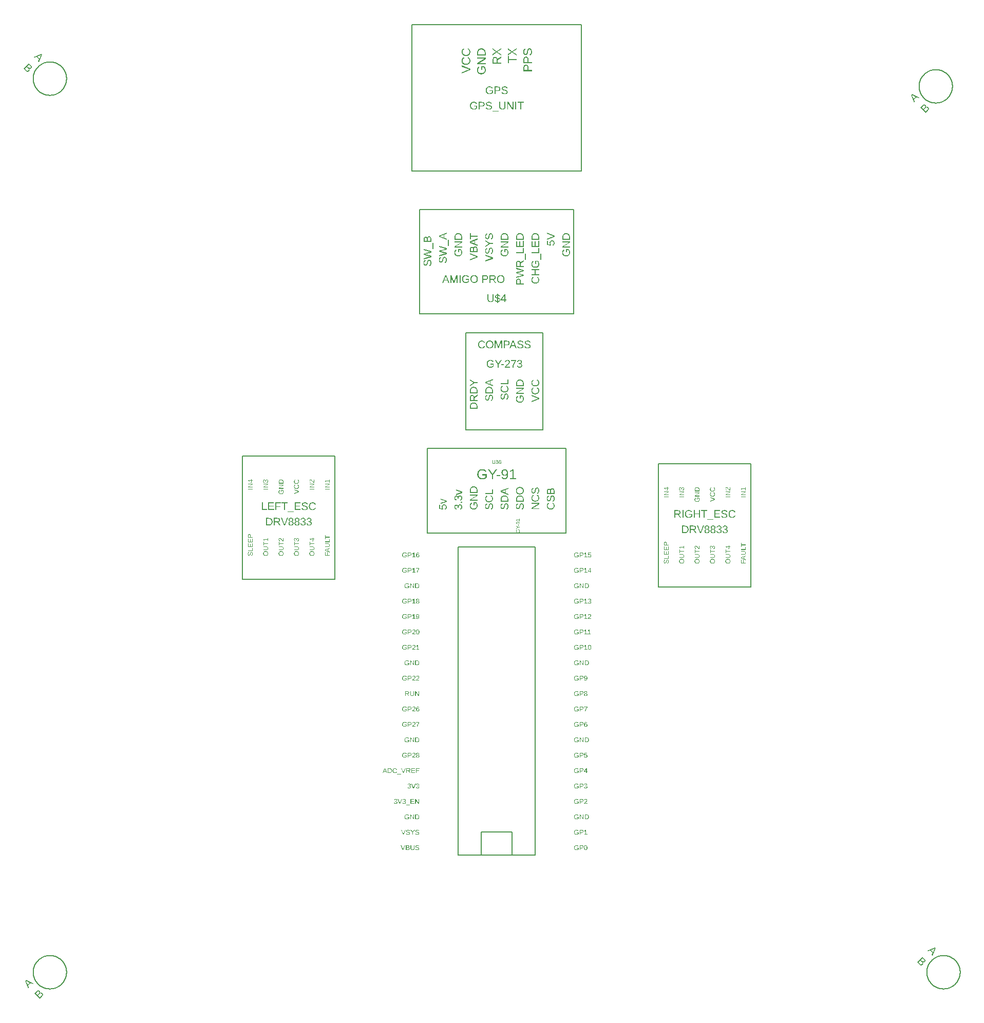
<source format=gbr>
G04 EAGLE Gerber RS-274X export*
G75*
%MOMM*%
%FSLAX34Y34*%
%LPD*%
%INSilkscreen Top*%
%IPPOS*%
%AMOC8*
5,1,8,0,0,1.08239X$1,22.5*%
G01*
G04 Define Apertures*
%ADD10C,0.127000*%
G36*
X146738Y-535379D02*
X146408Y-535363D01*
X146100Y-535314D01*
X145812Y-535233D01*
X145546Y-535120D01*
X145301Y-534974D01*
X145078Y-534796D01*
X144875Y-534586D01*
X144694Y-534343D01*
X144534Y-534069D01*
X144395Y-533766D01*
X144277Y-533432D01*
X144181Y-533069D01*
X144107Y-532676D01*
X144053Y-532254D01*
X144021Y-531801D01*
X144010Y-531319D01*
X144021Y-530827D01*
X144052Y-530366D01*
X144104Y-529938D01*
X144176Y-529541D01*
X144270Y-529176D01*
X144384Y-528843D01*
X144519Y-528542D01*
X144674Y-528273D01*
X144852Y-528035D01*
X145054Y-527829D01*
X145280Y-527655D01*
X145530Y-527512D01*
X145804Y-527402D01*
X146103Y-527322D01*
X146425Y-527275D01*
X146771Y-527259D01*
X147108Y-527275D01*
X147423Y-527323D01*
X147714Y-527403D01*
X147983Y-527515D01*
X148229Y-527659D01*
X148452Y-527836D01*
X148652Y-528044D01*
X148829Y-528284D01*
X148985Y-528555D01*
X149120Y-528858D01*
X149234Y-529191D01*
X149327Y-529555D01*
X149400Y-529950D01*
X149451Y-530375D01*
X149483Y-530832D01*
X149493Y-531319D01*
X149482Y-531799D01*
X149449Y-532249D01*
X149395Y-532670D01*
X149319Y-533062D01*
X149221Y-533425D01*
X149101Y-533758D01*
X148959Y-534062D01*
X148796Y-534337D01*
X148611Y-534582D01*
X148406Y-534793D01*
X148179Y-534972D01*
X147933Y-535119D01*
X147665Y-535233D01*
X147377Y-535314D01*
X147068Y-535363D01*
X146738Y-535379D01*
G37*
%LPC*%
G36*
X146749Y-534556D02*
X146964Y-534543D01*
X147164Y-534506D01*
X147350Y-534444D01*
X147520Y-534357D01*
X147676Y-534245D01*
X147817Y-534109D01*
X147943Y-533947D01*
X148054Y-533761D01*
X148151Y-533549D01*
X148235Y-533310D01*
X148306Y-533045D01*
X148364Y-532753D01*
X148410Y-532434D01*
X148442Y-532089D01*
X148462Y-531717D01*
X148468Y-531319D01*
X148462Y-530907D01*
X148443Y-530524D01*
X148413Y-530170D01*
X148369Y-529846D01*
X148314Y-529552D01*
X148246Y-529286D01*
X148166Y-529050D01*
X148073Y-528844D01*
X147967Y-528664D01*
X147844Y-528508D01*
X147705Y-528376D01*
X147550Y-528268D01*
X147380Y-528185D01*
X147193Y-528125D01*
X146990Y-528089D01*
X146771Y-528077D01*
X146547Y-528088D01*
X146339Y-528124D01*
X146148Y-528183D01*
X145973Y-528266D01*
X145814Y-528372D01*
X145671Y-528502D01*
X145545Y-528655D01*
X145436Y-528833D01*
X145341Y-529037D01*
X145258Y-529272D01*
X145188Y-529537D01*
X145131Y-529832D01*
X145087Y-530158D01*
X145055Y-530515D01*
X145036Y-530902D01*
X145030Y-531319D01*
X145036Y-531725D01*
X145055Y-532103D01*
X145088Y-532452D01*
X145133Y-532774D01*
X145190Y-533067D01*
X145261Y-533332D01*
X145345Y-533569D01*
X145441Y-533777D01*
X145552Y-533960D01*
X145677Y-534118D01*
X145818Y-534252D01*
X145974Y-534361D01*
X146145Y-534446D01*
X146331Y-534507D01*
X146532Y-534544D01*
X146749Y-534556D01*
G37*
%LPD*%
G36*
X137917Y-535267D02*
X136847Y-535267D01*
X136847Y-527377D01*
X140168Y-527377D01*
X140490Y-527386D01*
X140794Y-527416D01*
X141079Y-527464D01*
X141345Y-527532D01*
X141593Y-527619D01*
X141822Y-527726D01*
X142032Y-527853D01*
X142223Y-527998D01*
X142394Y-528162D01*
X142542Y-528341D01*
X142667Y-528536D01*
X142769Y-528747D01*
X142849Y-528974D01*
X142906Y-529217D01*
X142940Y-529476D01*
X142951Y-529751D01*
X142940Y-530024D01*
X142905Y-530282D01*
X142848Y-530526D01*
X142768Y-530756D01*
X142666Y-530972D01*
X142540Y-531173D01*
X142392Y-531359D01*
X142220Y-531532D01*
X142029Y-531687D01*
X141822Y-531821D01*
X141598Y-531935D01*
X141359Y-532027D01*
X141102Y-532100D01*
X140830Y-532151D01*
X140540Y-532182D01*
X140235Y-532193D01*
X137917Y-532193D01*
X137917Y-535267D01*
G37*
%LPC*%
G36*
X140084Y-531347D02*
X140301Y-531341D01*
X140504Y-531322D01*
X140693Y-531291D01*
X140868Y-531248D01*
X141029Y-531192D01*
X141176Y-531124D01*
X141309Y-531044D01*
X141428Y-530951D01*
X141533Y-530846D01*
X141624Y-530728D01*
X141701Y-530598D01*
X141764Y-530456D01*
X141813Y-530301D01*
X141848Y-530134D01*
X141869Y-529954D01*
X141876Y-529762D01*
X141869Y-529577D01*
X141847Y-529404D01*
X141811Y-529243D01*
X141761Y-529093D01*
X141696Y-528956D01*
X141618Y-528831D01*
X141524Y-528717D01*
X141417Y-528616D01*
X141295Y-528526D01*
X141158Y-528448D01*
X141008Y-528383D01*
X140843Y-528329D01*
X140663Y-528287D01*
X140470Y-528257D01*
X140261Y-528239D01*
X140039Y-528233D01*
X137917Y-528233D01*
X137917Y-531347D01*
X140084Y-531347D01*
G37*
%LPD*%
G36*
X131553Y-535379D02*
X131249Y-535371D01*
X130955Y-535348D01*
X130673Y-535310D01*
X130401Y-535256D01*
X130139Y-535187D01*
X129889Y-535102D01*
X129649Y-535002D01*
X129419Y-534886D01*
X129202Y-534756D01*
X128998Y-534613D01*
X128807Y-534456D01*
X128629Y-534285D01*
X128464Y-534101D01*
X128313Y-533903D01*
X128175Y-533692D01*
X128050Y-533467D01*
X127939Y-533230D01*
X127843Y-532983D01*
X127762Y-532725D01*
X127695Y-532458D01*
X127643Y-532180D01*
X127606Y-531892D01*
X127584Y-531594D01*
X127577Y-531285D01*
X127593Y-530819D01*
X127641Y-530379D01*
X127722Y-529967D01*
X127834Y-529582D01*
X127979Y-529224D01*
X128156Y-528893D01*
X128366Y-528589D01*
X128607Y-528312D01*
X128878Y-528065D01*
X129175Y-527851D01*
X129497Y-527670D01*
X129846Y-527522D01*
X130221Y-527407D01*
X130622Y-527325D01*
X131049Y-527276D01*
X131502Y-527259D01*
X131822Y-527266D01*
X132127Y-527287D01*
X132416Y-527321D01*
X132690Y-527370D01*
X132948Y-527432D01*
X133191Y-527508D01*
X133418Y-527598D01*
X133630Y-527701D01*
X133829Y-527820D01*
X134016Y-527956D01*
X134191Y-528108D01*
X134354Y-528277D01*
X134506Y-528462D01*
X134646Y-528664D01*
X134774Y-528883D01*
X134890Y-529118D01*
X133871Y-529421D01*
X133687Y-529107D01*
X133471Y-528840D01*
X133224Y-528617D01*
X132944Y-528441D01*
X132631Y-528306D01*
X132281Y-528210D01*
X131896Y-528152D01*
X131474Y-528133D01*
X131143Y-528146D01*
X130831Y-528184D01*
X130540Y-528249D01*
X130269Y-528339D01*
X130018Y-528455D01*
X129787Y-528597D01*
X129576Y-528765D01*
X129386Y-528959D01*
X129216Y-529176D01*
X129070Y-529414D01*
X128945Y-529673D01*
X128844Y-529953D01*
X128765Y-530255D01*
X128708Y-530577D01*
X128674Y-530921D01*
X128663Y-531285D01*
X128675Y-531649D01*
X128711Y-531994D01*
X128771Y-532318D01*
X128855Y-532623D01*
X128963Y-532908D01*
X129095Y-533174D01*
X129251Y-533420D01*
X129430Y-533646D01*
X129631Y-533849D01*
X129851Y-534024D01*
X130088Y-534173D01*
X130345Y-534295D01*
X130619Y-534389D01*
X130912Y-534457D01*
X131223Y-534498D01*
X131553Y-534511D01*
X131933Y-534496D01*
X132300Y-534452D01*
X132654Y-534379D01*
X132995Y-534276D01*
X133313Y-534148D01*
X133600Y-533999D01*
X133855Y-533829D01*
X134078Y-533637D01*
X134078Y-532215D01*
X131721Y-532215D01*
X131721Y-531319D01*
X135064Y-531319D01*
X135064Y-534041D01*
X134733Y-534342D01*
X134366Y-534607D01*
X133964Y-534836D01*
X133527Y-535029D01*
X133062Y-535182D01*
X132578Y-535291D01*
X132075Y-535357D01*
X131553Y-535379D01*
G37*
G36*
X137917Y-509867D02*
X136847Y-509867D01*
X136847Y-501977D01*
X140168Y-501977D01*
X140490Y-501986D01*
X140794Y-502016D01*
X141079Y-502064D01*
X141345Y-502132D01*
X141593Y-502219D01*
X141822Y-502326D01*
X142032Y-502453D01*
X142223Y-502598D01*
X142394Y-502762D01*
X142542Y-502941D01*
X142667Y-503136D01*
X142769Y-503347D01*
X142849Y-503574D01*
X142906Y-503817D01*
X142940Y-504076D01*
X142951Y-504351D01*
X142940Y-504624D01*
X142905Y-504882D01*
X142848Y-505126D01*
X142768Y-505356D01*
X142666Y-505572D01*
X142540Y-505773D01*
X142392Y-505959D01*
X142220Y-506132D01*
X142029Y-506287D01*
X141822Y-506421D01*
X141598Y-506535D01*
X141359Y-506627D01*
X141102Y-506700D01*
X140830Y-506751D01*
X140540Y-506782D01*
X140235Y-506793D01*
X137917Y-506793D01*
X137917Y-509867D01*
G37*
%LPC*%
G36*
X140084Y-505947D02*
X140301Y-505941D01*
X140504Y-505922D01*
X140693Y-505891D01*
X140868Y-505848D01*
X141029Y-505792D01*
X141176Y-505724D01*
X141309Y-505644D01*
X141428Y-505551D01*
X141533Y-505446D01*
X141624Y-505328D01*
X141701Y-505198D01*
X141764Y-505056D01*
X141813Y-504901D01*
X141848Y-504734D01*
X141869Y-504554D01*
X141876Y-504362D01*
X141869Y-504177D01*
X141847Y-504004D01*
X141811Y-503843D01*
X141761Y-503693D01*
X141696Y-503556D01*
X141618Y-503431D01*
X141524Y-503317D01*
X141417Y-503216D01*
X141295Y-503126D01*
X141158Y-503048D01*
X141008Y-502983D01*
X140843Y-502929D01*
X140663Y-502887D01*
X140470Y-502857D01*
X140261Y-502839D01*
X140039Y-502833D01*
X137917Y-502833D01*
X137917Y-505947D01*
X140084Y-505947D01*
G37*
%LPD*%
G36*
X131553Y-509979D02*
X131249Y-509971D01*
X130955Y-509948D01*
X130673Y-509910D01*
X130401Y-509856D01*
X130139Y-509787D01*
X129889Y-509702D01*
X129649Y-509602D01*
X129419Y-509486D01*
X129202Y-509356D01*
X128998Y-509213D01*
X128807Y-509056D01*
X128629Y-508885D01*
X128464Y-508701D01*
X128313Y-508503D01*
X128175Y-508292D01*
X128050Y-508067D01*
X127939Y-507830D01*
X127843Y-507583D01*
X127762Y-507325D01*
X127695Y-507058D01*
X127643Y-506780D01*
X127606Y-506492D01*
X127584Y-506194D01*
X127577Y-505885D01*
X127593Y-505419D01*
X127641Y-504979D01*
X127722Y-504567D01*
X127834Y-504182D01*
X127979Y-503824D01*
X128156Y-503493D01*
X128366Y-503189D01*
X128607Y-502912D01*
X128878Y-502665D01*
X129175Y-502451D01*
X129497Y-502270D01*
X129846Y-502122D01*
X130221Y-502007D01*
X130622Y-501925D01*
X131049Y-501876D01*
X131502Y-501859D01*
X131822Y-501866D01*
X132127Y-501887D01*
X132416Y-501921D01*
X132690Y-501970D01*
X132948Y-502032D01*
X133191Y-502108D01*
X133418Y-502198D01*
X133630Y-502301D01*
X133829Y-502420D01*
X134016Y-502556D01*
X134191Y-502708D01*
X134354Y-502877D01*
X134506Y-503062D01*
X134646Y-503264D01*
X134774Y-503483D01*
X134890Y-503718D01*
X133871Y-504021D01*
X133687Y-503707D01*
X133471Y-503440D01*
X133224Y-503217D01*
X132944Y-503041D01*
X132631Y-502906D01*
X132281Y-502810D01*
X131896Y-502752D01*
X131474Y-502733D01*
X131143Y-502746D01*
X130831Y-502784D01*
X130540Y-502849D01*
X130269Y-502939D01*
X130018Y-503055D01*
X129787Y-503197D01*
X129576Y-503365D01*
X129386Y-503559D01*
X129216Y-503776D01*
X129070Y-504014D01*
X128945Y-504273D01*
X128844Y-504553D01*
X128765Y-504855D01*
X128708Y-505177D01*
X128674Y-505521D01*
X128663Y-505885D01*
X128675Y-506249D01*
X128711Y-506594D01*
X128771Y-506918D01*
X128855Y-507223D01*
X128963Y-507508D01*
X129095Y-507774D01*
X129251Y-508020D01*
X129430Y-508246D01*
X129631Y-508449D01*
X129851Y-508624D01*
X130088Y-508773D01*
X130345Y-508895D01*
X130619Y-508989D01*
X130912Y-509057D01*
X131223Y-509098D01*
X131553Y-509111D01*
X131933Y-509096D01*
X132300Y-509052D01*
X132654Y-508979D01*
X132995Y-508876D01*
X133313Y-508748D01*
X133600Y-508599D01*
X133855Y-508429D01*
X134078Y-508237D01*
X134078Y-506815D01*
X131721Y-506815D01*
X131721Y-505919D01*
X135064Y-505919D01*
X135064Y-508641D01*
X134733Y-508942D01*
X134366Y-509207D01*
X133964Y-509436D01*
X133527Y-509629D01*
X133062Y-509782D01*
X132578Y-509891D01*
X132075Y-509957D01*
X131553Y-509979D01*
G37*
G36*
X149381Y-509867D02*
X144436Y-509867D01*
X144436Y-509010D01*
X146446Y-509010D01*
X146446Y-502940D01*
X144666Y-504211D01*
X144666Y-503259D01*
X146530Y-501977D01*
X147460Y-501977D01*
X147460Y-509010D01*
X149381Y-509010D01*
X149381Y-509867D01*
G37*
G36*
X148079Y-484467D02*
X145128Y-484467D01*
X145128Y-476577D01*
X147738Y-476577D01*
X148225Y-476592D01*
X148683Y-476639D01*
X149113Y-476718D01*
X149514Y-476828D01*
X149886Y-476969D01*
X150230Y-477142D01*
X150545Y-477346D01*
X150832Y-477582D01*
X151087Y-477846D01*
X151308Y-478137D01*
X151496Y-478455D01*
X151649Y-478799D01*
X151768Y-479170D01*
X151853Y-479567D01*
X151904Y-479991D01*
X151921Y-480441D01*
X151914Y-480741D01*
X151891Y-481032D01*
X151854Y-481313D01*
X151802Y-481585D01*
X151735Y-481847D01*
X151653Y-482100D01*
X151557Y-482343D01*
X151445Y-482577D01*
X151320Y-482799D01*
X151182Y-483008D01*
X151032Y-483203D01*
X150870Y-483386D01*
X150695Y-483554D01*
X150507Y-483709D01*
X150308Y-483851D01*
X150095Y-483980D01*
X149873Y-484094D01*
X149642Y-484193D01*
X149402Y-484277D01*
X149155Y-484345D01*
X148898Y-484399D01*
X148634Y-484437D01*
X148361Y-484459D01*
X148079Y-484467D01*
G37*
%LPC*%
G36*
X147956Y-483610D02*
X148377Y-483586D01*
X148772Y-483515D01*
X149140Y-483396D01*
X149482Y-483229D01*
X149792Y-483018D01*
X150064Y-482765D01*
X150298Y-482469D01*
X150493Y-482132D01*
X150647Y-481757D01*
X150758Y-481351D01*
X150824Y-480912D01*
X150846Y-480441D01*
X150833Y-480085D01*
X150796Y-479751D01*
X150733Y-479438D01*
X150645Y-479148D01*
X150532Y-478879D01*
X150394Y-478632D01*
X150231Y-478407D01*
X150042Y-478203D01*
X149830Y-478023D01*
X149596Y-477867D01*
X149338Y-477734D01*
X149059Y-477626D01*
X148757Y-477542D01*
X148432Y-477482D01*
X148085Y-477445D01*
X147715Y-477433D01*
X146198Y-477433D01*
X146198Y-483610D01*
X147956Y-483610D01*
G37*
%LPD*%
G36*
X137799Y-484467D02*
X136847Y-484467D01*
X136847Y-476577D01*
X138090Y-476577D01*
X142357Y-483341D01*
X142307Y-482395D01*
X142290Y-481751D01*
X142290Y-476577D01*
X143253Y-476577D01*
X143253Y-484467D01*
X141965Y-484467D01*
X137743Y-477747D01*
X137771Y-478290D01*
X137799Y-479225D01*
X137799Y-484467D01*
G37*
G36*
X131553Y-484579D02*
X131249Y-484571D01*
X130955Y-484548D01*
X130673Y-484510D01*
X130401Y-484456D01*
X130139Y-484387D01*
X129889Y-484302D01*
X129649Y-484202D01*
X129419Y-484086D01*
X129202Y-483956D01*
X128998Y-483813D01*
X128807Y-483656D01*
X128629Y-483485D01*
X128464Y-483301D01*
X128313Y-483103D01*
X128175Y-482892D01*
X128050Y-482667D01*
X127939Y-482430D01*
X127843Y-482183D01*
X127762Y-481925D01*
X127695Y-481658D01*
X127643Y-481380D01*
X127606Y-481092D01*
X127584Y-480794D01*
X127577Y-480485D01*
X127593Y-480019D01*
X127641Y-479579D01*
X127722Y-479167D01*
X127834Y-478782D01*
X127979Y-478424D01*
X128156Y-478093D01*
X128366Y-477789D01*
X128607Y-477512D01*
X128878Y-477265D01*
X129175Y-477051D01*
X129497Y-476870D01*
X129846Y-476722D01*
X130221Y-476607D01*
X130622Y-476525D01*
X131049Y-476476D01*
X131502Y-476459D01*
X131822Y-476466D01*
X132127Y-476487D01*
X132416Y-476521D01*
X132690Y-476570D01*
X132948Y-476632D01*
X133191Y-476708D01*
X133418Y-476798D01*
X133630Y-476901D01*
X133829Y-477020D01*
X134016Y-477156D01*
X134191Y-477308D01*
X134354Y-477477D01*
X134506Y-477662D01*
X134646Y-477864D01*
X134774Y-478083D01*
X134890Y-478318D01*
X133871Y-478621D01*
X133687Y-478307D01*
X133471Y-478040D01*
X133224Y-477817D01*
X132944Y-477641D01*
X132631Y-477506D01*
X132281Y-477410D01*
X131896Y-477352D01*
X131474Y-477333D01*
X131143Y-477346D01*
X130831Y-477384D01*
X130540Y-477449D01*
X130269Y-477539D01*
X130018Y-477655D01*
X129787Y-477797D01*
X129576Y-477965D01*
X129386Y-478159D01*
X129216Y-478376D01*
X129070Y-478614D01*
X128945Y-478873D01*
X128844Y-479153D01*
X128765Y-479455D01*
X128708Y-479777D01*
X128674Y-480121D01*
X128663Y-480485D01*
X128675Y-480849D01*
X128711Y-481194D01*
X128771Y-481518D01*
X128855Y-481823D01*
X128963Y-482108D01*
X129095Y-482374D01*
X129251Y-482620D01*
X129430Y-482846D01*
X129631Y-483049D01*
X129851Y-483224D01*
X130088Y-483373D01*
X130345Y-483495D01*
X130619Y-483589D01*
X130912Y-483657D01*
X131223Y-483698D01*
X131553Y-483711D01*
X131933Y-483696D01*
X132300Y-483652D01*
X132654Y-483579D01*
X132995Y-483476D01*
X133313Y-483348D01*
X133600Y-483199D01*
X133855Y-483029D01*
X134078Y-482837D01*
X134078Y-481415D01*
X131721Y-481415D01*
X131721Y-480519D01*
X135064Y-480519D01*
X135064Y-483241D01*
X134733Y-483542D01*
X134366Y-483807D01*
X133964Y-484036D01*
X133527Y-484229D01*
X133062Y-484382D01*
X132578Y-484491D01*
X132075Y-484557D01*
X131553Y-484579D01*
G37*
G36*
X137917Y-459067D02*
X136847Y-459067D01*
X136847Y-451177D01*
X140168Y-451177D01*
X140490Y-451186D01*
X140794Y-451216D01*
X141079Y-451264D01*
X141345Y-451332D01*
X141593Y-451419D01*
X141822Y-451526D01*
X142032Y-451653D01*
X142223Y-451798D01*
X142394Y-451962D01*
X142542Y-452141D01*
X142667Y-452336D01*
X142769Y-452547D01*
X142849Y-452774D01*
X142906Y-453017D01*
X142940Y-453276D01*
X142951Y-453551D01*
X142940Y-453824D01*
X142905Y-454082D01*
X142848Y-454326D01*
X142768Y-454556D01*
X142666Y-454772D01*
X142540Y-454973D01*
X142392Y-455159D01*
X142220Y-455332D01*
X142029Y-455487D01*
X141822Y-455621D01*
X141598Y-455735D01*
X141359Y-455827D01*
X141102Y-455900D01*
X140830Y-455951D01*
X140540Y-455982D01*
X140235Y-455993D01*
X137917Y-455993D01*
X137917Y-459067D01*
G37*
%LPC*%
G36*
X140084Y-455147D02*
X140301Y-455141D01*
X140504Y-455122D01*
X140693Y-455091D01*
X140868Y-455048D01*
X141029Y-454992D01*
X141176Y-454924D01*
X141309Y-454844D01*
X141428Y-454751D01*
X141533Y-454646D01*
X141624Y-454528D01*
X141701Y-454398D01*
X141764Y-454256D01*
X141813Y-454101D01*
X141848Y-453934D01*
X141869Y-453754D01*
X141876Y-453562D01*
X141869Y-453377D01*
X141847Y-453204D01*
X141811Y-453043D01*
X141761Y-452893D01*
X141696Y-452756D01*
X141618Y-452631D01*
X141524Y-452517D01*
X141417Y-452416D01*
X141295Y-452326D01*
X141158Y-452248D01*
X141008Y-452183D01*
X140843Y-452129D01*
X140663Y-452087D01*
X140470Y-452057D01*
X140261Y-452039D01*
X140039Y-452033D01*
X137917Y-452033D01*
X137917Y-455147D01*
X140084Y-455147D01*
G37*
%LPD*%
G36*
X131553Y-459179D02*
X131249Y-459171D01*
X130955Y-459148D01*
X130673Y-459110D01*
X130401Y-459056D01*
X130139Y-458987D01*
X129889Y-458902D01*
X129649Y-458802D01*
X129419Y-458686D01*
X129202Y-458556D01*
X128998Y-458413D01*
X128807Y-458256D01*
X128629Y-458085D01*
X128464Y-457901D01*
X128313Y-457703D01*
X128175Y-457492D01*
X128050Y-457267D01*
X127939Y-457030D01*
X127843Y-456783D01*
X127762Y-456525D01*
X127695Y-456258D01*
X127643Y-455980D01*
X127606Y-455692D01*
X127584Y-455394D01*
X127577Y-455085D01*
X127593Y-454619D01*
X127641Y-454179D01*
X127722Y-453767D01*
X127834Y-453382D01*
X127979Y-453024D01*
X128156Y-452693D01*
X128366Y-452389D01*
X128607Y-452112D01*
X128878Y-451865D01*
X129175Y-451651D01*
X129497Y-451470D01*
X129846Y-451322D01*
X130221Y-451207D01*
X130622Y-451125D01*
X131049Y-451076D01*
X131502Y-451059D01*
X131822Y-451066D01*
X132127Y-451087D01*
X132416Y-451121D01*
X132690Y-451170D01*
X132948Y-451232D01*
X133191Y-451308D01*
X133418Y-451398D01*
X133630Y-451501D01*
X133829Y-451620D01*
X134016Y-451756D01*
X134191Y-451908D01*
X134354Y-452077D01*
X134506Y-452262D01*
X134646Y-452464D01*
X134774Y-452683D01*
X134890Y-452918D01*
X133871Y-453221D01*
X133687Y-452907D01*
X133471Y-452640D01*
X133224Y-452417D01*
X132944Y-452241D01*
X132631Y-452106D01*
X132281Y-452010D01*
X131896Y-451952D01*
X131474Y-451933D01*
X131143Y-451946D01*
X130831Y-451984D01*
X130540Y-452049D01*
X130269Y-452139D01*
X130018Y-452255D01*
X129787Y-452397D01*
X129576Y-452565D01*
X129386Y-452759D01*
X129216Y-452976D01*
X129070Y-453214D01*
X128945Y-453473D01*
X128844Y-453753D01*
X128765Y-454055D01*
X128708Y-454377D01*
X128674Y-454721D01*
X128663Y-455085D01*
X128675Y-455449D01*
X128711Y-455794D01*
X128771Y-456118D01*
X128855Y-456423D01*
X128963Y-456708D01*
X129095Y-456974D01*
X129251Y-457220D01*
X129430Y-457446D01*
X129631Y-457649D01*
X129851Y-457824D01*
X130088Y-457973D01*
X130345Y-458095D01*
X130619Y-458189D01*
X130912Y-458257D01*
X131223Y-458298D01*
X131553Y-458311D01*
X131933Y-458296D01*
X132300Y-458252D01*
X132654Y-458179D01*
X132995Y-458076D01*
X133313Y-457948D01*
X133600Y-457799D01*
X133855Y-457629D01*
X134078Y-457437D01*
X134078Y-456015D01*
X131721Y-456015D01*
X131721Y-455119D01*
X135064Y-455119D01*
X135064Y-457841D01*
X134733Y-458142D01*
X134366Y-458407D01*
X133964Y-458636D01*
X133527Y-458829D01*
X133062Y-458982D01*
X132578Y-459091D01*
X132075Y-459157D01*
X131553Y-459179D01*
G37*
G36*
X149364Y-459067D02*
X144139Y-459067D01*
X144139Y-458356D01*
X144290Y-458038D01*
X144456Y-457739D01*
X144639Y-457460D01*
X144836Y-457199D01*
X145259Y-456722D01*
X145702Y-456292D01*
X146153Y-455901D01*
X146600Y-455539D01*
X147024Y-455192D01*
X147404Y-454845D01*
X147728Y-454489D01*
X147865Y-454305D01*
X147984Y-454117D01*
X148080Y-453920D01*
X148150Y-453711D01*
X148191Y-453489D01*
X148205Y-453254D01*
X148181Y-452948D01*
X148110Y-452677D01*
X147991Y-452444D01*
X147824Y-452246D01*
X147615Y-452089D01*
X147369Y-451977D01*
X147086Y-451910D01*
X146766Y-451888D01*
X146458Y-451910D01*
X146178Y-451975D01*
X145927Y-452085D01*
X145704Y-452238D01*
X145517Y-452431D01*
X145373Y-452659D01*
X145272Y-452922D01*
X145214Y-453221D01*
X144184Y-453125D01*
X144221Y-452895D01*
X144276Y-452676D01*
X144350Y-452470D01*
X144441Y-452276D01*
X144551Y-452093D01*
X144678Y-451923D01*
X144824Y-451765D01*
X144988Y-451619D01*
X145167Y-451488D01*
X145358Y-451374D01*
X145562Y-451278D01*
X145778Y-451199D01*
X146006Y-451138D01*
X146247Y-451094D01*
X146500Y-451068D01*
X146766Y-451059D01*
X147055Y-451068D01*
X147328Y-451094D01*
X147583Y-451138D01*
X147821Y-451200D01*
X148041Y-451279D01*
X148245Y-451376D01*
X148431Y-451490D01*
X148600Y-451622D01*
X148750Y-451770D01*
X148880Y-451933D01*
X148990Y-452111D01*
X149081Y-452303D01*
X149151Y-452510D01*
X149201Y-452732D01*
X149231Y-452969D01*
X149241Y-453221D01*
X149228Y-453450D01*
X149188Y-453678D01*
X149123Y-453906D01*
X149031Y-454133D01*
X148913Y-454360D01*
X148770Y-454587D01*
X148601Y-454814D01*
X148406Y-455041D01*
X148152Y-455299D01*
X147803Y-455619D01*
X146822Y-456446D01*
X146243Y-456947D01*
X145797Y-457395D01*
X145620Y-457605D01*
X145469Y-457811D01*
X145345Y-458012D01*
X145248Y-458210D01*
X149364Y-458210D01*
X149364Y-459067D01*
G37*
G36*
X137917Y-433667D02*
X136847Y-433667D01*
X136847Y-425777D01*
X140168Y-425777D01*
X140490Y-425786D01*
X140794Y-425816D01*
X141079Y-425864D01*
X141345Y-425932D01*
X141593Y-426019D01*
X141822Y-426126D01*
X142032Y-426253D01*
X142223Y-426398D01*
X142394Y-426562D01*
X142542Y-426741D01*
X142667Y-426936D01*
X142769Y-427147D01*
X142849Y-427374D01*
X142906Y-427617D01*
X142940Y-427876D01*
X142951Y-428151D01*
X142940Y-428424D01*
X142905Y-428682D01*
X142848Y-428926D01*
X142768Y-429156D01*
X142666Y-429372D01*
X142540Y-429573D01*
X142392Y-429759D01*
X142220Y-429932D01*
X142029Y-430087D01*
X141822Y-430221D01*
X141598Y-430335D01*
X141359Y-430427D01*
X141102Y-430500D01*
X140830Y-430551D01*
X140540Y-430582D01*
X140235Y-430593D01*
X137917Y-430593D01*
X137917Y-433667D01*
G37*
%LPC*%
G36*
X140084Y-429747D02*
X140301Y-429741D01*
X140504Y-429722D01*
X140693Y-429691D01*
X140868Y-429648D01*
X141029Y-429592D01*
X141176Y-429524D01*
X141309Y-429444D01*
X141428Y-429351D01*
X141533Y-429246D01*
X141624Y-429128D01*
X141701Y-428998D01*
X141764Y-428856D01*
X141813Y-428701D01*
X141848Y-428534D01*
X141869Y-428354D01*
X141876Y-428162D01*
X141869Y-427977D01*
X141847Y-427804D01*
X141811Y-427643D01*
X141761Y-427493D01*
X141696Y-427356D01*
X141618Y-427231D01*
X141524Y-427117D01*
X141417Y-427016D01*
X141295Y-426926D01*
X141158Y-426848D01*
X141008Y-426783D01*
X140843Y-426729D01*
X140663Y-426687D01*
X140470Y-426657D01*
X140261Y-426639D01*
X140039Y-426633D01*
X137917Y-426633D01*
X137917Y-429747D01*
X140084Y-429747D01*
G37*
%LPD*%
G36*
X131553Y-433779D02*
X131249Y-433771D01*
X130955Y-433748D01*
X130673Y-433710D01*
X130401Y-433656D01*
X130139Y-433587D01*
X129889Y-433502D01*
X129649Y-433402D01*
X129419Y-433286D01*
X129202Y-433156D01*
X128998Y-433013D01*
X128807Y-432856D01*
X128629Y-432685D01*
X128464Y-432501D01*
X128313Y-432303D01*
X128175Y-432092D01*
X128050Y-431867D01*
X127939Y-431630D01*
X127843Y-431383D01*
X127762Y-431125D01*
X127695Y-430858D01*
X127643Y-430580D01*
X127606Y-430292D01*
X127584Y-429994D01*
X127577Y-429685D01*
X127593Y-429219D01*
X127641Y-428779D01*
X127722Y-428367D01*
X127834Y-427982D01*
X127979Y-427624D01*
X128156Y-427293D01*
X128366Y-426989D01*
X128607Y-426712D01*
X128878Y-426465D01*
X129175Y-426251D01*
X129497Y-426070D01*
X129846Y-425922D01*
X130221Y-425807D01*
X130622Y-425725D01*
X131049Y-425676D01*
X131502Y-425659D01*
X131822Y-425666D01*
X132127Y-425687D01*
X132416Y-425721D01*
X132690Y-425770D01*
X132948Y-425832D01*
X133191Y-425908D01*
X133418Y-425998D01*
X133630Y-426101D01*
X133829Y-426220D01*
X134016Y-426356D01*
X134191Y-426508D01*
X134354Y-426677D01*
X134506Y-426862D01*
X134646Y-427064D01*
X134774Y-427283D01*
X134890Y-427518D01*
X133871Y-427821D01*
X133687Y-427507D01*
X133471Y-427240D01*
X133224Y-427017D01*
X132944Y-426841D01*
X132631Y-426706D01*
X132281Y-426610D01*
X131896Y-426552D01*
X131474Y-426533D01*
X131143Y-426546D01*
X130831Y-426584D01*
X130540Y-426649D01*
X130269Y-426739D01*
X130018Y-426855D01*
X129787Y-426997D01*
X129576Y-427165D01*
X129386Y-427359D01*
X129216Y-427576D01*
X129070Y-427814D01*
X128945Y-428073D01*
X128844Y-428353D01*
X128765Y-428655D01*
X128708Y-428977D01*
X128674Y-429321D01*
X128663Y-429685D01*
X128675Y-430049D01*
X128711Y-430394D01*
X128771Y-430718D01*
X128855Y-431023D01*
X128963Y-431308D01*
X129095Y-431574D01*
X129251Y-431820D01*
X129430Y-432046D01*
X129631Y-432249D01*
X129851Y-432424D01*
X130088Y-432573D01*
X130345Y-432695D01*
X130619Y-432789D01*
X130912Y-432857D01*
X131223Y-432898D01*
X131553Y-432911D01*
X131933Y-432896D01*
X132300Y-432852D01*
X132654Y-432779D01*
X132995Y-432676D01*
X133313Y-432548D01*
X133600Y-432399D01*
X133855Y-432229D01*
X134078Y-432037D01*
X134078Y-430615D01*
X131721Y-430615D01*
X131721Y-429719D01*
X135064Y-429719D01*
X135064Y-432441D01*
X134733Y-432742D01*
X134366Y-433007D01*
X133964Y-433236D01*
X133527Y-433429D01*
X133062Y-433582D01*
X132578Y-433691D01*
X132075Y-433757D01*
X131553Y-433779D01*
G37*
G36*
X146760Y-433779D02*
X146468Y-433771D01*
X146191Y-433745D01*
X145929Y-433703D01*
X145683Y-433644D01*
X145451Y-433568D01*
X145235Y-433475D01*
X145034Y-433365D01*
X144848Y-433239D01*
X144678Y-433095D01*
X144527Y-432936D01*
X144394Y-432760D01*
X144279Y-432569D01*
X144182Y-432361D01*
X144103Y-432137D01*
X144042Y-431896D01*
X143999Y-431640D01*
X145041Y-431545D01*
X145112Y-431873D01*
X145224Y-432157D01*
X145377Y-432398D01*
X145571Y-432595D01*
X145807Y-432748D01*
X146084Y-432857D01*
X146401Y-432923D01*
X146760Y-432945D01*
X147120Y-432921D01*
X147440Y-432851D01*
X147718Y-432734D01*
X147956Y-432569D01*
X148057Y-432470D01*
X148146Y-432359D01*
X148220Y-432237D01*
X148281Y-432103D01*
X148329Y-431958D01*
X148363Y-431802D01*
X148383Y-431634D01*
X148390Y-431455D01*
X148382Y-431298D01*
X148359Y-431151D01*
X148320Y-431012D01*
X148266Y-430882D01*
X148196Y-430761D01*
X148111Y-430648D01*
X148010Y-430545D01*
X147894Y-430450D01*
X147763Y-430365D01*
X147619Y-430292D01*
X147461Y-430230D01*
X147289Y-430179D01*
X146903Y-430111D01*
X146463Y-430089D01*
X145892Y-430089D01*
X145892Y-429215D01*
X146441Y-429215D01*
X146832Y-429192D01*
X147177Y-429125D01*
X147475Y-429012D01*
X147726Y-428854D01*
X147926Y-428656D01*
X148004Y-428544D01*
X148068Y-428423D01*
X148118Y-428294D01*
X148154Y-428156D01*
X148175Y-428010D01*
X148182Y-427854D01*
X148159Y-427554D01*
X148089Y-427288D01*
X147973Y-427055D01*
X147810Y-426855D01*
X147601Y-426694D01*
X147347Y-426580D01*
X147048Y-426511D01*
X146704Y-426488D01*
X146387Y-426509D01*
X146101Y-426573D01*
X145848Y-426680D01*
X145626Y-426829D01*
X145442Y-427018D01*
X145301Y-427241D01*
X145202Y-427499D01*
X145147Y-427793D01*
X144134Y-427714D01*
X144171Y-427479D01*
X144226Y-427256D01*
X144299Y-427048D01*
X144391Y-426852D01*
X144500Y-426670D01*
X144628Y-426500D01*
X144773Y-426345D01*
X144937Y-426202D01*
X145116Y-426075D01*
X145308Y-425965D01*
X145512Y-425871D01*
X145728Y-425795D01*
X145956Y-425735D01*
X146197Y-425693D01*
X146450Y-425668D01*
X146715Y-425659D01*
X147004Y-425668D01*
X147276Y-425694D01*
X147531Y-425737D01*
X147770Y-425797D01*
X147993Y-425875D01*
X148198Y-425969D01*
X148388Y-426081D01*
X148560Y-426211D01*
X148715Y-426355D01*
X148848Y-426514D01*
X148961Y-426685D01*
X149054Y-426871D01*
X149126Y-427070D01*
X149177Y-427282D01*
X149208Y-427508D01*
X149218Y-427748D01*
X149212Y-427932D01*
X149192Y-428108D01*
X149159Y-428275D01*
X149113Y-428433D01*
X149053Y-428582D01*
X148981Y-428723D01*
X148796Y-428977D01*
X148560Y-429195D01*
X148277Y-429374D01*
X147946Y-429515D01*
X147566Y-429618D01*
X147566Y-429641D01*
X147782Y-429671D01*
X147984Y-429713D01*
X148175Y-429769D01*
X148353Y-429837D01*
X148519Y-429917D01*
X148673Y-430010D01*
X148815Y-430116D01*
X148944Y-430234D01*
X149060Y-430363D01*
X149160Y-430500D01*
X149244Y-430644D01*
X149314Y-430797D01*
X149368Y-430958D01*
X149406Y-431127D01*
X149429Y-431304D01*
X149437Y-431489D01*
X149426Y-431754D01*
X149393Y-432004D01*
X149339Y-432238D01*
X149263Y-432457D01*
X149166Y-432661D01*
X149046Y-432849D01*
X148905Y-433022D01*
X148742Y-433180D01*
X148560Y-433320D01*
X148358Y-433442D01*
X148138Y-433545D01*
X147900Y-433629D01*
X147643Y-433695D01*
X147367Y-433742D01*
X147073Y-433770D01*
X146760Y-433779D01*
G37*
G36*
X137917Y-408267D02*
X136847Y-408267D01*
X136847Y-400377D01*
X140168Y-400377D01*
X140490Y-400386D01*
X140794Y-400416D01*
X141079Y-400464D01*
X141345Y-400532D01*
X141593Y-400619D01*
X141822Y-400726D01*
X142032Y-400853D01*
X142223Y-400998D01*
X142394Y-401162D01*
X142542Y-401341D01*
X142667Y-401536D01*
X142769Y-401747D01*
X142849Y-401974D01*
X142906Y-402217D01*
X142940Y-402476D01*
X142951Y-402751D01*
X142940Y-403024D01*
X142905Y-403282D01*
X142848Y-403526D01*
X142768Y-403756D01*
X142666Y-403972D01*
X142540Y-404173D01*
X142392Y-404359D01*
X142220Y-404532D01*
X142029Y-404687D01*
X141822Y-404821D01*
X141598Y-404935D01*
X141359Y-405027D01*
X141102Y-405100D01*
X140830Y-405151D01*
X140540Y-405182D01*
X140235Y-405193D01*
X137917Y-405193D01*
X137917Y-408267D01*
G37*
%LPC*%
G36*
X140084Y-404347D02*
X140301Y-404341D01*
X140504Y-404322D01*
X140693Y-404291D01*
X140868Y-404248D01*
X141029Y-404192D01*
X141176Y-404124D01*
X141309Y-404044D01*
X141428Y-403951D01*
X141533Y-403846D01*
X141624Y-403728D01*
X141701Y-403598D01*
X141764Y-403456D01*
X141813Y-403301D01*
X141848Y-403134D01*
X141869Y-402954D01*
X141876Y-402762D01*
X141869Y-402577D01*
X141847Y-402404D01*
X141811Y-402243D01*
X141761Y-402093D01*
X141696Y-401956D01*
X141618Y-401831D01*
X141524Y-401717D01*
X141417Y-401616D01*
X141295Y-401526D01*
X141158Y-401448D01*
X141008Y-401383D01*
X140843Y-401329D01*
X140663Y-401287D01*
X140470Y-401257D01*
X140261Y-401239D01*
X140039Y-401233D01*
X137917Y-401233D01*
X137917Y-404347D01*
X140084Y-404347D01*
G37*
%LPD*%
G36*
X131553Y-408379D02*
X131249Y-408371D01*
X130955Y-408348D01*
X130673Y-408310D01*
X130401Y-408256D01*
X130139Y-408187D01*
X129889Y-408102D01*
X129649Y-408002D01*
X129419Y-407886D01*
X129202Y-407756D01*
X128998Y-407613D01*
X128807Y-407456D01*
X128629Y-407285D01*
X128464Y-407101D01*
X128313Y-406903D01*
X128175Y-406692D01*
X128050Y-406467D01*
X127939Y-406230D01*
X127843Y-405983D01*
X127762Y-405725D01*
X127695Y-405458D01*
X127643Y-405180D01*
X127606Y-404892D01*
X127584Y-404594D01*
X127577Y-404285D01*
X127593Y-403819D01*
X127641Y-403379D01*
X127722Y-402967D01*
X127834Y-402582D01*
X127979Y-402224D01*
X128156Y-401893D01*
X128366Y-401589D01*
X128607Y-401312D01*
X128878Y-401065D01*
X129175Y-400851D01*
X129497Y-400670D01*
X129846Y-400522D01*
X130221Y-400407D01*
X130622Y-400325D01*
X131049Y-400276D01*
X131502Y-400259D01*
X131822Y-400266D01*
X132127Y-400287D01*
X132416Y-400321D01*
X132690Y-400370D01*
X132948Y-400432D01*
X133191Y-400508D01*
X133418Y-400598D01*
X133630Y-400701D01*
X133829Y-400820D01*
X134016Y-400956D01*
X134191Y-401108D01*
X134354Y-401277D01*
X134506Y-401462D01*
X134646Y-401664D01*
X134774Y-401883D01*
X134890Y-402118D01*
X133871Y-402421D01*
X133687Y-402107D01*
X133471Y-401840D01*
X133224Y-401617D01*
X132944Y-401441D01*
X132631Y-401306D01*
X132281Y-401210D01*
X131896Y-401152D01*
X131474Y-401133D01*
X131143Y-401146D01*
X130831Y-401184D01*
X130540Y-401249D01*
X130269Y-401339D01*
X130018Y-401455D01*
X129787Y-401597D01*
X129576Y-401765D01*
X129386Y-401959D01*
X129216Y-402176D01*
X129070Y-402414D01*
X128945Y-402673D01*
X128844Y-402953D01*
X128765Y-403255D01*
X128708Y-403577D01*
X128674Y-403921D01*
X128663Y-404285D01*
X128675Y-404649D01*
X128711Y-404994D01*
X128771Y-405318D01*
X128855Y-405623D01*
X128963Y-405908D01*
X129095Y-406174D01*
X129251Y-406420D01*
X129430Y-406646D01*
X129631Y-406849D01*
X129851Y-407024D01*
X130088Y-407173D01*
X130345Y-407295D01*
X130619Y-407389D01*
X130912Y-407457D01*
X131223Y-407498D01*
X131553Y-407511D01*
X131933Y-407496D01*
X132300Y-407452D01*
X132654Y-407379D01*
X132995Y-407276D01*
X133313Y-407148D01*
X133600Y-406999D01*
X133855Y-406829D01*
X134078Y-406637D01*
X134078Y-405215D01*
X131721Y-405215D01*
X131721Y-404319D01*
X135064Y-404319D01*
X135064Y-407041D01*
X134733Y-407342D01*
X134366Y-407607D01*
X133964Y-407836D01*
X133527Y-408029D01*
X133062Y-408182D01*
X132578Y-408291D01*
X132075Y-408357D01*
X131553Y-408379D01*
G37*
G36*
X148496Y-408267D02*
X147544Y-408267D01*
X147544Y-406481D01*
X143826Y-406481D01*
X143826Y-405697D01*
X147438Y-400377D01*
X148496Y-400377D01*
X148496Y-405685D01*
X149605Y-405685D01*
X149605Y-406481D01*
X148496Y-406481D01*
X148496Y-408267D01*
G37*
%LPC*%
G36*
X147544Y-405685D02*
X147544Y-401513D01*
X147387Y-401810D01*
X147169Y-402180D01*
X145147Y-405159D01*
X144845Y-405573D01*
X144755Y-405685D01*
X147544Y-405685D01*
G37*
%LPD*%
G36*
X137917Y-382867D02*
X136847Y-382867D01*
X136847Y-374977D01*
X140168Y-374977D01*
X140490Y-374986D01*
X140794Y-375016D01*
X141079Y-375064D01*
X141345Y-375132D01*
X141593Y-375219D01*
X141822Y-375326D01*
X142032Y-375453D01*
X142223Y-375598D01*
X142394Y-375762D01*
X142542Y-375941D01*
X142667Y-376136D01*
X142769Y-376347D01*
X142849Y-376574D01*
X142906Y-376817D01*
X142940Y-377076D01*
X142951Y-377351D01*
X142940Y-377624D01*
X142905Y-377882D01*
X142848Y-378126D01*
X142768Y-378356D01*
X142666Y-378572D01*
X142540Y-378773D01*
X142392Y-378959D01*
X142220Y-379132D01*
X142029Y-379287D01*
X141822Y-379421D01*
X141598Y-379535D01*
X141359Y-379627D01*
X141102Y-379700D01*
X140830Y-379751D01*
X140540Y-379782D01*
X140235Y-379793D01*
X137917Y-379793D01*
X137917Y-382867D01*
G37*
%LPC*%
G36*
X140084Y-378947D02*
X140301Y-378941D01*
X140504Y-378922D01*
X140693Y-378891D01*
X140868Y-378848D01*
X141029Y-378792D01*
X141176Y-378724D01*
X141309Y-378644D01*
X141428Y-378551D01*
X141533Y-378446D01*
X141624Y-378328D01*
X141701Y-378198D01*
X141764Y-378056D01*
X141813Y-377901D01*
X141848Y-377734D01*
X141869Y-377554D01*
X141876Y-377362D01*
X141869Y-377177D01*
X141847Y-377004D01*
X141811Y-376843D01*
X141761Y-376693D01*
X141696Y-376556D01*
X141618Y-376431D01*
X141524Y-376317D01*
X141417Y-376216D01*
X141295Y-376126D01*
X141158Y-376048D01*
X141008Y-375983D01*
X140843Y-375929D01*
X140663Y-375887D01*
X140470Y-375857D01*
X140261Y-375839D01*
X140039Y-375833D01*
X137917Y-375833D01*
X137917Y-378947D01*
X140084Y-378947D01*
G37*
%LPD*%
G36*
X131553Y-382979D02*
X131249Y-382971D01*
X130955Y-382948D01*
X130673Y-382910D01*
X130401Y-382856D01*
X130139Y-382787D01*
X129889Y-382702D01*
X129649Y-382602D01*
X129419Y-382486D01*
X129202Y-382356D01*
X128998Y-382213D01*
X128807Y-382056D01*
X128629Y-381885D01*
X128464Y-381701D01*
X128313Y-381503D01*
X128175Y-381292D01*
X128050Y-381067D01*
X127939Y-380830D01*
X127843Y-380583D01*
X127762Y-380325D01*
X127695Y-380058D01*
X127643Y-379780D01*
X127606Y-379492D01*
X127584Y-379194D01*
X127577Y-378885D01*
X127593Y-378419D01*
X127641Y-377979D01*
X127722Y-377567D01*
X127834Y-377182D01*
X127979Y-376824D01*
X128156Y-376493D01*
X128366Y-376189D01*
X128607Y-375912D01*
X128878Y-375665D01*
X129175Y-375451D01*
X129497Y-375270D01*
X129846Y-375122D01*
X130221Y-375007D01*
X130622Y-374925D01*
X131049Y-374876D01*
X131502Y-374859D01*
X131822Y-374866D01*
X132127Y-374887D01*
X132416Y-374921D01*
X132690Y-374970D01*
X132948Y-375032D01*
X133191Y-375108D01*
X133418Y-375198D01*
X133630Y-375301D01*
X133829Y-375420D01*
X134016Y-375556D01*
X134191Y-375708D01*
X134354Y-375877D01*
X134506Y-376062D01*
X134646Y-376264D01*
X134774Y-376483D01*
X134890Y-376718D01*
X133871Y-377021D01*
X133687Y-376707D01*
X133471Y-376440D01*
X133224Y-376217D01*
X132944Y-376041D01*
X132631Y-375906D01*
X132281Y-375810D01*
X131896Y-375752D01*
X131474Y-375733D01*
X131143Y-375746D01*
X130831Y-375784D01*
X130540Y-375849D01*
X130269Y-375939D01*
X130018Y-376055D01*
X129787Y-376197D01*
X129576Y-376365D01*
X129386Y-376559D01*
X129216Y-376776D01*
X129070Y-377014D01*
X128945Y-377273D01*
X128844Y-377553D01*
X128765Y-377855D01*
X128708Y-378177D01*
X128674Y-378521D01*
X128663Y-378885D01*
X128675Y-379249D01*
X128711Y-379594D01*
X128771Y-379918D01*
X128855Y-380223D01*
X128963Y-380508D01*
X129095Y-380774D01*
X129251Y-381020D01*
X129430Y-381246D01*
X129631Y-381449D01*
X129851Y-381624D01*
X130088Y-381773D01*
X130345Y-381895D01*
X130619Y-381989D01*
X130912Y-382057D01*
X131223Y-382098D01*
X131553Y-382111D01*
X131933Y-382096D01*
X132300Y-382052D01*
X132654Y-381979D01*
X132995Y-381876D01*
X133313Y-381748D01*
X133600Y-381599D01*
X133855Y-381429D01*
X134078Y-381237D01*
X134078Y-379815D01*
X131721Y-379815D01*
X131721Y-378919D01*
X135064Y-378919D01*
X135064Y-381641D01*
X134733Y-381942D01*
X134366Y-382207D01*
X133964Y-382436D01*
X133527Y-382629D01*
X133062Y-382782D01*
X132578Y-382891D01*
X132075Y-382957D01*
X131553Y-382979D01*
G37*
G36*
X146659Y-382979D02*
X146390Y-382971D01*
X146134Y-382949D01*
X145892Y-382911D01*
X145662Y-382859D01*
X145447Y-382791D01*
X145244Y-382708D01*
X145055Y-382610D01*
X144878Y-382497D01*
X144717Y-382370D01*
X144571Y-382230D01*
X144440Y-382076D01*
X144325Y-381908D01*
X144226Y-381727D01*
X144142Y-381532D01*
X144074Y-381325D01*
X144022Y-381103D01*
X145041Y-380985D01*
X145136Y-381260D01*
X145263Y-381497D01*
X145421Y-381699D01*
X145611Y-381863D01*
X145831Y-381991D01*
X146084Y-382083D01*
X146367Y-382138D01*
X146682Y-382156D01*
X146879Y-382148D01*
X147066Y-382125D01*
X147241Y-382087D01*
X147405Y-382033D01*
X147559Y-381964D01*
X147701Y-381880D01*
X147833Y-381781D01*
X147953Y-381666D01*
X148061Y-381538D01*
X148154Y-381398D01*
X148233Y-381247D01*
X148297Y-381084D01*
X148348Y-380910D01*
X148383Y-380725D01*
X148405Y-380528D01*
X148412Y-380319D01*
X148405Y-380137D01*
X148383Y-379964D01*
X148347Y-379801D01*
X148297Y-379646D01*
X148232Y-379500D01*
X148152Y-379362D01*
X148058Y-379234D01*
X147950Y-379115D01*
X147830Y-379007D01*
X147699Y-378914D01*
X147558Y-378835D01*
X147408Y-378771D01*
X147247Y-378720D01*
X147076Y-378685D01*
X146895Y-378663D01*
X146704Y-378656D01*
X146503Y-378664D01*
X146309Y-378688D01*
X146122Y-378728D01*
X145942Y-378785D01*
X145766Y-378860D01*
X145590Y-378958D01*
X145413Y-379079D01*
X145237Y-379221D01*
X144251Y-379221D01*
X144514Y-374977D01*
X149000Y-374977D01*
X149000Y-375833D01*
X145433Y-375833D01*
X145282Y-378337D01*
X145450Y-378219D01*
X145629Y-378116D01*
X145818Y-378030D01*
X146017Y-377959D01*
X146225Y-377904D01*
X146444Y-377864D01*
X146673Y-377841D01*
X146911Y-377833D01*
X147195Y-377843D01*
X147464Y-377875D01*
X147718Y-377929D01*
X147958Y-378003D01*
X148182Y-378100D01*
X148392Y-378217D01*
X148587Y-378356D01*
X148768Y-378516D01*
X148930Y-378693D01*
X149070Y-378883D01*
X149189Y-379087D01*
X149286Y-379303D01*
X149362Y-379532D01*
X149416Y-379774D01*
X149448Y-380029D01*
X149459Y-380297D01*
X149448Y-380601D01*
X149413Y-380888D01*
X149355Y-381158D01*
X149274Y-381412D01*
X149169Y-381650D01*
X149042Y-381871D01*
X148891Y-382075D01*
X148717Y-382262D01*
X148523Y-382430D01*
X148310Y-382576D01*
X148080Y-382699D01*
X147832Y-382800D01*
X147566Y-382878D01*
X147281Y-382934D01*
X146979Y-382968D01*
X146659Y-382979D01*
G37*
G36*
X148079Y-357467D02*
X145128Y-357467D01*
X145128Y-349577D01*
X147738Y-349577D01*
X148225Y-349592D01*
X148683Y-349639D01*
X149113Y-349718D01*
X149514Y-349828D01*
X149886Y-349969D01*
X150230Y-350142D01*
X150545Y-350346D01*
X150832Y-350582D01*
X151087Y-350846D01*
X151308Y-351137D01*
X151496Y-351455D01*
X151649Y-351799D01*
X151768Y-352170D01*
X151853Y-352567D01*
X151904Y-352991D01*
X151921Y-353441D01*
X151914Y-353741D01*
X151891Y-354032D01*
X151854Y-354313D01*
X151802Y-354585D01*
X151735Y-354847D01*
X151653Y-355100D01*
X151557Y-355343D01*
X151445Y-355577D01*
X151320Y-355799D01*
X151182Y-356008D01*
X151032Y-356203D01*
X150870Y-356386D01*
X150695Y-356554D01*
X150507Y-356709D01*
X150308Y-356851D01*
X150095Y-356980D01*
X149873Y-357094D01*
X149642Y-357193D01*
X149402Y-357277D01*
X149155Y-357345D01*
X148898Y-357399D01*
X148634Y-357437D01*
X148361Y-357459D01*
X148079Y-357467D01*
G37*
%LPC*%
G36*
X147956Y-356610D02*
X148377Y-356586D01*
X148772Y-356515D01*
X149140Y-356396D01*
X149482Y-356229D01*
X149792Y-356018D01*
X150064Y-355765D01*
X150298Y-355469D01*
X150493Y-355132D01*
X150647Y-354757D01*
X150758Y-354351D01*
X150824Y-353912D01*
X150846Y-353441D01*
X150833Y-353085D01*
X150796Y-352751D01*
X150733Y-352438D01*
X150645Y-352148D01*
X150532Y-351879D01*
X150394Y-351632D01*
X150231Y-351407D01*
X150042Y-351203D01*
X149830Y-351023D01*
X149596Y-350867D01*
X149338Y-350734D01*
X149059Y-350626D01*
X148757Y-350542D01*
X148432Y-350482D01*
X148085Y-350445D01*
X147715Y-350433D01*
X146198Y-350433D01*
X146198Y-356610D01*
X147956Y-356610D01*
G37*
%LPD*%
G36*
X137799Y-357467D02*
X136847Y-357467D01*
X136847Y-349577D01*
X138090Y-349577D01*
X142357Y-356341D01*
X142307Y-355395D01*
X142290Y-354751D01*
X142290Y-349577D01*
X143253Y-349577D01*
X143253Y-357467D01*
X141965Y-357467D01*
X137743Y-350747D01*
X137771Y-351290D01*
X137799Y-352225D01*
X137799Y-357467D01*
G37*
G36*
X131553Y-357579D02*
X131249Y-357571D01*
X130955Y-357548D01*
X130673Y-357510D01*
X130401Y-357456D01*
X130139Y-357387D01*
X129889Y-357302D01*
X129649Y-357202D01*
X129419Y-357086D01*
X129202Y-356956D01*
X128998Y-356813D01*
X128807Y-356656D01*
X128629Y-356485D01*
X128464Y-356301D01*
X128313Y-356103D01*
X128175Y-355892D01*
X128050Y-355667D01*
X127939Y-355430D01*
X127843Y-355183D01*
X127762Y-354925D01*
X127695Y-354658D01*
X127643Y-354380D01*
X127606Y-354092D01*
X127584Y-353794D01*
X127577Y-353485D01*
X127593Y-353019D01*
X127641Y-352579D01*
X127722Y-352167D01*
X127834Y-351782D01*
X127979Y-351424D01*
X128156Y-351093D01*
X128366Y-350789D01*
X128607Y-350512D01*
X128878Y-350265D01*
X129175Y-350051D01*
X129497Y-349870D01*
X129846Y-349722D01*
X130221Y-349607D01*
X130622Y-349525D01*
X131049Y-349476D01*
X131502Y-349459D01*
X131822Y-349466D01*
X132127Y-349487D01*
X132416Y-349521D01*
X132690Y-349570D01*
X132948Y-349632D01*
X133191Y-349708D01*
X133418Y-349798D01*
X133630Y-349901D01*
X133829Y-350020D01*
X134016Y-350156D01*
X134191Y-350308D01*
X134354Y-350477D01*
X134506Y-350662D01*
X134646Y-350864D01*
X134774Y-351083D01*
X134890Y-351318D01*
X133871Y-351621D01*
X133687Y-351307D01*
X133471Y-351040D01*
X133224Y-350817D01*
X132944Y-350641D01*
X132631Y-350506D01*
X132281Y-350410D01*
X131896Y-350352D01*
X131474Y-350333D01*
X131143Y-350346D01*
X130831Y-350384D01*
X130540Y-350449D01*
X130269Y-350539D01*
X130018Y-350655D01*
X129787Y-350797D01*
X129576Y-350965D01*
X129386Y-351159D01*
X129216Y-351376D01*
X129070Y-351614D01*
X128945Y-351873D01*
X128844Y-352153D01*
X128765Y-352455D01*
X128708Y-352777D01*
X128674Y-353121D01*
X128663Y-353485D01*
X128675Y-353849D01*
X128711Y-354194D01*
X128771Y-354518D01*
X128855Y-354823D01*
X128963Y-355108D01*
X129095Y-355374D01*
X129251Y-355620D01*
X129430Y-355846D01*
X129631Y-356049D01*
X129851Y-356224D01*
X130088Y-356373D01*
X130345Y-356495D01*
X130619Y-356589D01*
X130912Y-356657D01*
X131223Y-356698D01*
X131553Y-356711D01*
X131933Y-356696D01*
X132300Y-356652D01*
X132654Y-356579D01*
X132995Y-356476D01*
X133313Y-356348D01*
X133600Y-356199D01*
X133855Y-356029D01*
X134078Y-355837D01*
X134078Y-354415D01*
X131721Y-354415D01*
X131721Y-353519D01*
X135064Y-353519D01*
X135064Y-356241D01*
X134733Y-356542D01*
X134366Y-356807D01*
X133964Y-357036D01*
X133527Y-357229D01*
X133062Y-357382D01*
X132578Y-357491D01*
X132075Y-357557D01*
X131553Y-357579D01*
G37*
G36*
X137917Y-332067D02*
X136847Y-332067D01*
X136847Y-324177D01*
X140168Y-324177D01*
X140490Y-324186D01*
X140794Y-324216D01*
X141079Y-324264D01*
X141345Y-324332D01*
X141593Y-324419D01*
X141822Y-324526D01*
X142032Y-324653D01*
X142223Y-324798D01*
X142394Y-324962D01*
X142542Y-325141D01*
X142667Y-325336D01*
X142769Y-325547D01*
X142849Y-325774D01*
X142906Y-326017D01*
X142940Y-326276D01*
X142951Y-326551D01*
X142940Y-326824D01*
X142905Y-327082D01*
X142848Y-327326D01*
X142768Y-327556D01*
X142666Y-327772D01*
X142540Y-327973D01*
X142392Y-328159D01*
X142220Y-328332D01*
X142029Y-328487D01*
X141822Y-328621D01*
X141598Y-328735D01*
X141359Y-328827D01*
X141102Y-328900D01*
X140830Y-328951D01*
X140540Y-328982D01*
X140235Y-328993D01*
X137917Y-328993D01*
X137917Y-332067D01*
G37*
%LPC*%
G36*
X140084Y-328147D02*
X140301Y-328141D01*
X140504Y-328122D01*
X140693Y-328091D01*
X140868Y-328048D01*
X141029Y-327992D01*
X141176Y-327924D01*
X141309Y-327844D01*
X141428Y-327751D01*
X141533Y-327646D01*
X141624Y-327528D01*
X141701Y-327398D01*
X141764Y-327256D01*
X141813Y-327101D01*
X141848Y-326934D01*
X141869Y-326754D01*
X141876Y-326562D01*
X141869Y-326377D01*
X141847Y-326204D01*
X141811Y-326043D01*
X141761Y-325893D01*
X141696Y-325756D01*
X141618Y-325631D01*
X141524Y-325517D01*
X141417Y-325416D01*
X141295Y-325326D01*
X141158Y-325248D01*
X141008Y-325183D01*
X140843Y-325129D01*
X140663Y-325087D01*
X140470Y-325057D01*
X140261Y-325039D01*
X140039Y-325033D01*
X137917Y-325033D01*
X137917Y-328147D01*
X140084Y-328147D01*
G37*
%LPD*%
G36*
X146889Y-332179D02*
X146565Y-332164D01*
X146262Y-332117D01*
X145977Y-332040D01*
X145713Y-331931D01*
X145468Y-331792D01*
X145242Y-331621D01*
X145037Y-331420D01*
X144850Y-331188D01*
X144685Y-330926D01*
X144542Y-330636D01*
X144421Y-330318D01*
X144321Y-329971D01*
X144244Y-329597D01*
X144189Y-329194D01*
X144156Y-328763D01*
X144145Y-328304D01*
X144156Y-327806D01*
X144191Y-327339D01*
X144248Y-326901D01*
X144328Y-326492D01*
X144431Y-326114D01*
X144558Y-325765D01*
X144707Y-325446D01*
X144878Y-325157D01*
X145072Y-324899D01*
X145284Y-324676D01*
X145516Y-324488D01*
X145767Y-324333D01*
X146038Y-324213D01*
X146329Y-324128D01*
X146638Y-324076D01*
X146967Y-324059D01*
X147185Y-324065D01*
X147393Y-324084D01*
X147591Y-324116D01*
X147778Y-324160D01*
X147955Y-324216D01*
X148121Y-324285D01*
X148277Y-324367D01*
X148423Y-324461D01*
X148684Y-324687D01*
X148903Y-324963D01*
X149082Y-325290D01*
X149218Y-325666D01*
X148255Y-325840D01*
X148170Y-325614D01*
X148063Y-325418D01*
X147933Y-325253D01*
X147782Y-325117D01*
X147609Y-325012D01*
X147413Y-324937D01*
X147196Y-324892D01*
X146956Y-324877D01*
X146747Y-324889D01*
X146549Y-324927D01*
X146364Y-324990D01*
X146191Y-325078D01*
X146030Y-325191D01*
X145881Y-325329D01*
X145745Y-325492D01*
X145620Y-325680D01*
X145510Y-325892D01*
X145413Y-326127D01*
X145332Y-326384D01*
X145266Y-326664D01*
X145214Y-326966D01*
X145177Y-327290D01*
X145155Y-327637D01*
X145147Y-328007D01*
X145298Y-327767D01*
X145478Y-327558D01*
X145685Y-327380D01*
X145920Y-327231D01*
X146178Y-327115D01*
X146455Y-327032D01*
X146750Y-326982D01*
X147062Y-326965D01*
X147328Y-326976D01*
X147580Y-327008D01*
X147818Y-327062D01*
X148042Y-327136D01*
X148251Y-327232D01*
X148447Y-327350D01*
X148628Y-327489D01*
X148796Y-327649D01*
X148946Y-327827D01*
X149076Y-328020D01*
X149186Y-328227D01*
X149277Y-328449D01*
X149347Y-328686D01*
X149397Y-328938D01*
X149427Y-329204D01*
X149437Y-329485D01*
X149426Y-329789D01*
X149395Y-330077D01*
X149342Y-330348D01*
X149267Y-330603D01*
X149172Y-330841D01*
X149056Y-331063D01*
X148918Y-331268D01*
X148759Y-331457D01*
X148582Y-331626D01*
X148388Y-331773D01*
X148179Y-331897D01*
X147953Y-331998D01*
X147711Y-332077D01*
X147453Y-332134D01*
X147179Y-332168D01*
X146889Y-332179D01*
G37*
%LPC*%
G36*
X146855Y-331367D02*
X147032Y-331359D01*
X147200Y-331336D01*
X147357Y-331298D01*
X147505Y-331245D01*
X147643Y-331176D01*
X147771Y-331091D01*
X147889Y-330992D01*
X147998Y-330877D01*
X148095Y-330749D01*
X148179Y-330609D01*
X148250Y-330458D01*
X148308Y-330295D01*
X148354Y-330121D01*
X148386Y-329936D01*
X148406Y-329739D01*
X148412Y-329530D01*
X148406Y-329322D01*
X148386Y-329126D01*
X148353Y-328943D01*
X148307Y-328771D01*
X148248Y-328612D01*
X148176Y-328466D01*
X148091Y-328331D01*
X147992Y-328209D01*
X147882Y-328100D01*
X147761Y-328005D01*
X147631Y-327925D01*
X147489Y-327860D01*
X147338Y-327809D01*
X147176Y-327773D01*
X147004Y-327751D01*
X146822Y-327744D01*
X146650Y-327750D01*
X146486Y-327770D01*
X146331Y-327802D01*
X146184Y-327847D01*
X145916Y-327975D01*
X145682Y-328155D01*
X145580Y-328263D01*
X145492Y-328381D01*
X145418Y-328508D01*
X145357Y-328645D01*
X145309Y-328791D01*
X145275Y-328948D01*
X145255Y-329114D01*
X145248Y-329289D01*
X145255Y-329512D01*
X145276Y-329725D01*
X145311Y-329928D01*
X145361Y-330120D01*
X145424Y-330301D01*
X145502Y-330473D01*
X145593Y-330634D01*
X145699Y-330785D01*
X145816Y-330921D01*
X145940Y-331039D01*
X146073Y-331140D01*
X146213Y-331221D01*
X146362Y-331285D01*
X146518Y-331331D01*
X146683Y-331358D01*
X146855Y-331367D01*
G37*
%LPD*%
G36*
X131553Y-332179D02*
X131249Y-332171D01*
X130955Y-332148D01*
X130673Y-332110D01*
X130401Y-332056D01*
X130139Y-331987D01*
X129889Y-331902D01*
X129649Y-331802D01*
X129419Y-331686D01*
X129202Y-331556D01*
X128998Y-331413D01*
X128807Y-331256D01*
X128629Y-331085D01*
X128464Y-330901D01*
X128313Y-330703D01*
X128175Y-330492D01*
X128050Y-330267D01*
X127939Y-330030D01*
X127843Y-329783D01*
X127762Y-329525D01*
X127695Y-329258D01*
X127643Y-328980D01*
X127606Y-328692D01*
X127584Y-328394D01*
X127577Y-328085D01*
X127593Y-327619D01*
X127641Y-327179D01*
X127722Y-326767D01*
X127834Y-326382D01*
X127979Y-326024D01*
X128156Y-325693D01*
X128366Y-325389D01*
X128607Y-325112D01*
X128878Y-324865D01*
X129175Y-324651D01*
X129497Y-324470D01*
X129846Y-324322D01*
X130221Y-324207D01*
X130622Y-324125D01*
X131049Y-324076D01*
X131502Y-324059D01*
X131822Y-324066D01*
X132127Y-324087D01*
X132416Y-324121D01*
X132690Y-324170D01*
X132948Y-324232D01*
X133191Y-324308D01*
X133418Y-324398D01*
X133630Y-324501D01*
X133829Y-324620D01*
X134016Y-324756D01*
X134191Y-324908D01*
X134354Y-325077D01*
X134506Y-325262D01*
X134646Y-325464D01*
X134774Y-325683D01*
X134890Y-325918D01*
X133871Y-326221D01*
X133687Y-325907D01*
X133471Y-325640D01*
X133224Y-325417D01*
X132944Y-325241D01*
X132631Y-325106D01*
X132281Y-325010D01*
X131896Y-324952D01*
X131474Y-324933D01*
X131143Y-324946D01*
X130831Y-324984D01*
X130540Y-325049D01*
X130269Y-325139D01*
X130018Y-325255D01*
X129787Y-325397D01*
X129576Y-325565D01*
X129386Y-325759D01*
X129216Y-325976D01*
X129070Y-326214D01*
X128945Y-326473D01*
X128844Y-326753D01*
X128765Y-327055D01*
X128708Y-327377D01*
X128674Y-327721D01*
X128663Y-328085D01*
X128675Y-328449D01*
X128711Y-328794D01*
X128771Y-329118D01*
X128855Y-329423D01*
X128963Y-329708D01*
X129095Y-329974D01*
X129251Y-330220D01*
X129430Y-330446D01*
X129631Y-330649D01*
X129851Y-330824D01*
X130088Y-330973D01*
X130345Y-331095D01*
X130619Y-331189D01*
X130912Y-331257D01*
X131223Y-331298D01*
X131553Y-331311D01*
X131933Y-331296D01*
X132300Y-331252D01*
X132654Y-331179D01*
X132995Y-331076D01*
X133313Y-330948D01*
X133600Y-330799D01*
X133855Y-330629D01*
X134078Y-330437D01*
X134078Y-329015D01*
X131721Y-329015D01*
X131721Y-328119D01*
X135064Y-328119D01*
X135064Y-330841D01*
X134733Y-331142D01*
X134366Y-331407D01*
X133964Y-331636D01*
X133527Y-331829D01*
X133062Y-331982D01*
X132578Y-332091D01*
X132075Y-332157D01*
X131553Y-332179D01*
G37*
G36*
X137917Y-306667D02*
X136847Y-306667D01*
X136847Y-298777D01*
X140168Y-298777D01*
X140490Y-298786D01*
X140794Y-298816D01*
X141079Y-298864D01*
X141345Y-298932D01*
X141593Y-299019D01*
X141822Y-299126D01*
X142032Y-299253D01*
X142223Y-299398D01*
X142394Y-299562D01*
X142542Y-299741D01*
X142667Y-299936D01*
X142769Y-300147D01*
X142849Y-300374D01*
X142906Y-300617D01*
X142940Y-300876D01*
X142951Y-301151D01*
X142940Y-301424D01*
X142905Y-301682D01*
X142848Y-301926D01*
X142768Y-302156D01*
X142666Y-302372D01*
X142540Y-302573D01*
X142392Y-302759D01*
X142220Y-302932D01*
X142029Y-303087D01*
X141822Y-303221D01*
X141598Y-303335D01*
X141359Y-303427D01*
X141102Y-303500D01*
X140830Y-303551D01*
X140540Y-303582D01*
X140235Y-303593D01*
X137917Y-303593D01*
X137917Y-306667D01*
G37*
%LPC*%
G36*
X140084Y-302747D02*
X140301Y-302741D01*
X140504Y-302722D01*
X140693Y-302691D01*
X140868Y-302648D01*
X141029Y-302592D01*
X141176Y-302524D01*
X141309Y-302444D01*
X141428Y-302351D01*
X141533Y-302246D01*
X141624Y-302128D01*
X141701Y-301998D01*
X141764Y-301856D01*
X141813Y-301701D01*
X141848Y-301534D01*
X141869Y-301354D01*
X141876Y-301162D01*
X141869Y-300977D01*
X141847Y-300804D01*
X141811Y-300643D01*
X141761Y-300493D01*
X141696Y-300356D01*
X141618Y-300231D01*
X141524Y-300117D01*
X141417Y-300016D01*
X141295Y-299926D01*
X141158Y-299848D01*
X141008Y-299783D01*
X140843Y-299729D01*
X140663Y-299687D01*
X140470Y-299657D01*
X140261Y-299639D01*
X140039Y-299633D01*
X137917Y-299633D01*
X137917Y-302747D01*
X140084Y-302747D01*
G37*
%LPD*%
G36*
X131553Y-306779D02*
X131249Y-306771D01*
X130955Y-306748D01*
X130673Y-306710D01*
X130401Y-306656D01*
X130139Y-306587D01*
X129889Y-306502D01*
X129649Y-306402D01*
X129419Y-306286D01*
X129202Y-306156D01*
X128998Y-306013D01*
X128807Y-305856D01*
X128629Y-305685D01*
X128464Y-305501D01*
X128313Y-305303D01*
X128175Y-305092D01*
X128050Y-304867D01*
X127939Y-304630D01*
X127843Y-304383D01*
X127762Y-304125D01*
X127695Y-303858D01*
X127643Y-303580D01*
X127606Y-303292D01*
X127584Y-302994D01*
X127577Y-302685D01*
X127593Y-302219D01*
X127641Y-301779D01*
X127722Y-301367D01*
X127834Y-300982D01*
X127979Y-300624D01*
X128156Y-300293D01*
X128366Y-299989D01*
X128607Y-299712D01*
X128878Y-299465D01*
X129175Y-299251D01*
X129497Y-299070D01*
X129846Y-298922D01*
X130221Y-298807D01*
X130622Y-298725D01*
X131049Y-298676D01*
X131502Y-298659D01*
X131822Y-298666D01*
X132127Y-298687D01*
X132416Y-298721D01*
X132690Y-298770D01*
X132948Y-298832D01*
X133191Y-298908D01*
X133418Y-298998D01*
X133630Y-299101D01*
X133829Y-299220D01*
X134016Y-299356D01*
X134191Y-299508D01*
X134354Y-299677D01*
X134506Y-299862D01*
X134646Y-300064D01*
X134774Y-300283D01*
X134890Y-300518D01*
X133871Y-300821D01*
X133687Y-300507D01*
X133471Y-300240D01*
X133224Y-300017D01*
X132944Y-299841D01*
X132631Y-299706D01*
X132281Y-299610D01*
X131896Y-299552D01*
X131474Y-299533D01*
X131143Y-299546D01*
X130831Y-299584D01*
X130540Y-299649D01*
X130269Y-299739D01*
X130018Y-299855D01*
X129787Y-299997D01*
X129576Y-300165D01*
X129386Y-300359D01*
X129216Y-300576D01*
X129070Y-300814D01*
X128945Y-301073D01*
X128844Y-301353D01*
X128765Y-301655D01*
X128708Y-301977D01*
X128674Y-302321D01*
X128663Y-302685D01*
X128675Y-303049D01*
X128711Y-303394D01*
X128771Y-303718D01*
X128855Y-304023D01*
X128963Y-304308D01*
X129095Y-304574D01*
X129251Y-304820D01*
X129430Y-305046D01*
X129631Y-305249D01*
X129851Y-305424D01*
X130088Y-305573D01*
X130345Y-305695D01*
X130619Y-305789D01*
X130912Y-305857D01*
X131223Y-305898D01*
X131553Y-305911D01*
X131933Y-305896D01*
X132300Y-305852D01*
X132654Y-305779D01*
X132995Y-305676D01*
X133313Y-305548D01*
X133600Y-305399D01*
X133855Y-305229D01*
X134078Y-305037D01*
X134078Y-303615D01*
X131721Y-303615D01*
X131721Y-302719D01*
X135064Y-302719D01*
X135064Y-305441D01*
X134733Y-305742D01*
X134366Y-306007D01*
X133964Y-306236D01*
X133527Y-306429D01*
X133062Y-306582D01*
X132578Y-306691D01*
X132075Y-306757D01*
X131553Y-306779D01*
G37*
G36*
X146659Y-306667D02*
X145606Y-306667D01*
X145617Y-306287D01*
X145647Y-305901D01*
X145697Y-305511D01*
X145767Y-305115D01*
X145857Y-304715D01*
X145967Y-304309D01*
X146097Y-303899D01*
X146248Y-303483D01*
X146421Y-303058D01*
X146622Y-302616D01*
X146849Y-302158D01*
X147104Y-301685D01*
X147693Y-300691D01*
X148390Y-299633D01*
X144150Y-299633D01*
X144150Y-298777D01*
X149364Y-298777D01*
X149364Y-299594D01*
X148804Y-300468D01*
X148332Y-301242D01*
X147950Y-301916D01*
X147656Y-302489D01*
X147422Y-303011D01*
X147220Y-303530D01*
X147049Y-304044D01*
X146908Y-304556D01*
X146799Y-305070D01*
X146722Y-305593D01*
X146675Y-306126D01*
X146659Y-306667D01*
G37*
G36*
X146754Y-281379D02*
X146447Y-281370D01*
X146156Y-281342D01*
X145883Y-281295D01*
X145627Y-281229D01*
X145388Y-281145D01*
X145166Y-281042D01*
X144962Y-280920D01*
X144775Y-280780D01*
X144608Y-280622D01*
X144463Y-280449D01*
X144340Y-280260D01*
X144239Y-280055D01*
X144161Y-279834D01*
X144106Y-279598D01*
X144072Y-279345D01*
X144061Y-279077D01*
X144068Y-278888D01*
X144089Y-278706D01*
X144123Y-278532D01*
X144171Y-278366D01*
X144234Y-278208D01*
X144310Y-278057D01*
X144503Y-277778D01*
X144740Y-277541D01*
X145007Y-277355D01*
X145305Y-277222D01*
X145466Y-277174D01*
X145634Y-277140D01*
X145634Y-277117D01*
X145329Y-277020D01*
X145058Y-276878D01*
X144821Y-276692D01*
X144618Y-276462D01*
X144455Y-276199D01*
X144339Y-275915D01*
X144269Y-275609D01*
X144246Y-275281D01*
X144256Y-275061D01*
X144288Y-274851D01*
X144341Y-274652D01*
X144414Y-274464D01*
X144509Y-274287D01*
X144625Y-274120D01*
X144762Y-273964D01*
X144920Y-273819D01*
X145096Y-273688D01*
X145287Y-273574D01*
X145492Y-273478D01*
X145711Y-273399D01*
X145944Y-273338D01*
X146193Y-273294D01*
X146455Y-273268D01*
X146732Y-273259D01*
X147016Y-273268D01*
X147284Y-273293D01*
X147537Y-273336D01*
X147774Y-273396D01*
X147997Y-273473D01*
X148204Y-273568D01*
X148395Y-273679D01*
X148572Y-273808D01*
X148730Y-273951D01*
X148867Y-274106D01*
X148983Y-274274D01*
X149078Y-274453D01*
X149152Y-274645D01*
X149204Y-274848D01*
X149236Y-275064D01*
X149246Y-275292D01*
X149223Y-275620D01*
X149153Y-275926D01*
X149035Y-276211D01*
X148871Y-276473D01*
X148667Y-276702D01*
X148655Y-276711D01*
X148427Y-276884D01*
X148154Y-277018D01*
X147846Y-277106D01*
X147846Y-277129D01*
X148030Y-277166D01*
X148203Y-277215D01*
X148366Y-277277D01*
X148518Y-277351D01*
X148791Y-277536D01*
X149002Y-277749D01*
X149022Y-277770D01*
X149206Y-278045D01*
X149337Y-278353D01*
X149383Y-278519D01*
X149416Y-278693D01*
X149436Y-278876D01*
X149442Y-279066D01*
X149432Y-279332D01*
X149399Y-279582D01*
X149345Y-279818D01*
X149269Y-280038D01*
X149171Y-280243D01*
X149052Y-280433D01*
X148911Y-280609D01*
X148748Y-280769D01*
X148565Y-280912D01*
X148363Y-281036D01*
X148142Y-281141D01*
X147902Y-281226D01*
X147644Y-281293D01*
X147366Y-281341D01*
X147070Y-281369D01*
X146754Y-281379D01*
G37*
%LPC*%
G36*
X146766Y-280623D02*
X146965Y-280617D01*
X147151Y-280598D01*
X147324Y-280568D01*
X147484Y-280524D01*
X147631Y-280469D01*
X147764Y-280401D01*
X147885Y-280321D01*
X147992Y-280228D01*
X148087Y-280122D01*
X148168Y-280002D01*
X148238Y-279866D01*
X148294Y-279717D01*
X148339Y-279552D01*
X148370Y-279373D01*
X148389Y-279179D01*
X148395Y-278971D01*
X148388Y-278793D01*
X148368Y-278627D01*
X148334Y-278472D01*
X148286Y-278328D01*
X148225Y-278195D01*
X148150Y-278074D01*
X148061Y-277964D01*
X147958Y-277865D01*
X147718Y-277702D01*
X147433Y-277586D01*
X147105Y-277516D01*
X146732Y-277493D01*
X146546Y-277499D01*
X146369Y-277518D01*
X146204Y-277549D01*
X146049Y-277593D01*
X145904Y-277649D01*
X145770Y-277718D01*
X145534Y-277893D01*
X145345Y-278112D01*
X145271Y-278235D01*
X145210Y-278368D01*
X145163Y-278511D01*
X145129Y-278662D01*
X145109Y-278823D01*
X145102Y-278993D01*
X145109Y-279191D01*
X145128Y-279375D01*
X145161Y-279547D01*
X145206Y-279706D01*
X145265Y-279853D01*
X145336Y-279986D01*
X145421Y-280107D01*
X145518Y-280216D01*
X145629Y-280311D01*
X145752Y-280394D01*
X145889Y-280464D01*
X146038Y-280521D01*
X146200Y-280566D01*
X146376Y-280598D01*
X146564Y-280617D01*
X146766Y-280623D01*
G37*
G36*
X146743Y-276737D02*
X147078Y-276716D01*
X147370Y-276655D01*
X147620Y-276552D01*
X147827Y-276409D01*
X147914Y-276321D01*
X147990Y-276220D01*
X148054Y-276106D01*
X148106Y-275980D01*
X148147Y-275841D01*
X148176Y-275689D01*
X148199Y-275348D01*
X148176Y-275034D01*
X148108Y-274762D01*
X147993Y-274532D01*
X147832Y-274344D01*
X147626Y-274198D01*
X147374Y-274093D01*
X147076Y-274030D01*
X146732Y-274009D01*
X146398Y-274030D01*
X146106Y-274093D01*
X145856Y-274198D01*
X145648Y-274345D01*
X145486Y-274534D01*
X145369Y-274764D01*
X145299Y-275035D01*
X145276Y-275348D01*
X145282Y-275512D01*
X145300Y-275667D01*
X145372Y-275945D01*
X145492Y-276183D01*
X145660Y-276381D01*
X145871Y-276537D01*
X146122Y-276648D01*
X146413Y-276714D01*
X146743Y-276737D01*
G37*
%LPD*%
G36*
X137917Y-281267D02*
X136847Y-281267D01*
X136847Y-273377D01*
X140168Y-273377D01*
X140490Y-273386D01*
X140794Y-273416D01*
X141079Y-273464D01*
X141345Y-273532D01*
X141593Y-273619D01*
X141822Y-273726D01*
X142032Y-273853D01*
X142223Y-273998D01*
X142394Y-274162D01*
X142542Y-274341D01*
X142667Y-274536D01*
X142769Y-274747D01*
X142849Y-274974D01*
X142906Y-275217D01*
X142940Y-275476D01*
X142951Y-275751D01*
X142940Y-276024D01*
X142905Y-276282D01*
X142848Y-276526D01*
X142768Y-276756D01*
X142666Y-276972D01*
X142540Y-277173D01*
X142392Y-277359D01*
X142220Y-277532D01*
X142029Y-277687D01*
X141822Y-277821D01*
X141598Y-277935D01*
X141359Y-278027D01*
X141102Y-278100D01*
X140830Y-278151D01*
X140540Y-278182D01*
X140235Y-278193D01*
X137917Y-278193D01*
X137917Y-281267D01*
G37*
%LPC*%
G36*
X140084Y-277347D02*
X140301Y-277341D01*
X140504Y-277322D01*
X140693Y-277291D01*
X140868Y-277248D01*
X141029Y-277192D01*
X141176Y-277124D01*
X141309Y-277044D01*
X141428Y-276951D01*
X141533Y-276846D01*
X141624Y-276728D01*
X141701Y-276598D01*
X141764Y-276456D01*
X141813Y-276301D01*
X141848Y-276134D01*
X141869Y-275954D01*
X141876Y-275762D01*
X141869Y-275577D01*
X141847Y-275404D01*
X141811Y-275243D01*
X141761Y-275093D01*
X141696Y-274956D01*
X141618Y-274831D01*
X141524Y-274717D01*
X141417Y-274616D01*
X141295Y-274526D01*
X141158Y-274448D01*
X141008Y-274383D01*
X140843Y-274329D01*
X140663Y-274287D01*
X140470Y-274257D01*
X140261Y-274239D01*
X140039Y-274233D01*
X137917Y-274233D01*
X137917Y-277347D01*
X140084Y-277347D01*
G37*
%LPD*%
G36*
X131553Y-281379D02*
X131249Y-281371D01*
X130955Y-281348D01*
X130673Y-281310D01*
X130401Y-281256D01*
X130139Y-281187D01*
X129889Y-281102D01*
X129649Y-281002D01*
X129419Y-280886D01*
X129202Y-280756D01*
X128998Y-280613D01*
X128807Y-280456D01*
X128629Y-280285D01*
X128464Y-280101D01*
X128313Y-279903D01*
X128175Y-279692D01*
X128050Y-279467D01*
X127939Y-279230D01*
X127843Y-278983D01*
X127762Y-278725D01*
X127695Y-278458D01*
X127643Y-278180D01*
X127606Y-277892D01*
X127584Y-277594D01*
X127577Y-277285D01*
X127593Y-276819D01*
X127641Y-276379D01*
X127722Y-275967D01*
X127834Y-275582D01*
X127979Y-275224D01*
X128156Y-274893D01*
X128366Y-274589D01*
X128607Y-274312D01*
X128878Y-274065D01*
X129175Y-273851D01*
X129497Y-273670D01*
X129846Y-273522D01*
X130221Y-273407D01*
X130622Y-273325D01*
X131049Y-273276D01*
X131502Y-273259D01*
X131822Y-273266D01*
X132127Y-273287D01*
X132416Y-273321D01*
X132690Y-273370D01*
X132948Y-273432D01*
X133191Y-273508D01*
X133418Y-273598D01*
X133630Y-273701D01*
X133829Y-273820D01*
X134016Y-273956D01*
X134191Y-274108D01*
X134354Y-274277D01*
X134506Y-274462D01*
X134646Y-274664D01*
X134774Y-274883D01*
X134890Y-275118D01*
X133871Y-275421D01*
X133687Y-275107D01*
X133471Y-274840D01*
X133224Y-274617D01*
X132944Y-274441D01*
X132631Y-274306D01*
X132281Y-274210D01*
X131896Y-274152D01*
X131474Y-274133D01*
X131143Y-274146D01*
X130831Y-274184D01*
X130540Y-274249D01*
X130269Y-274339D01*
X130018Y-274455D01*
X129787Y-274597D01*
X129576Y-274765D01*
X129386Y-274959D01*
X129216Y-275176D01*
X129070Y-275414D01*
X128945Y-275673D01*
X128844Y-275953D01*
X128765Y-276255D01*
X128708Y-276577D01*
X128674Y-276921D01*
X128663Y-277285D01*
X128675Y-277649D01*
X128711Y-277994D01*
X128771Y-278318D01*
X128855Y-278623D01*
X128963Y-278908D01*
X129095Y-279174D01*
X129251Y-279420D01*
X129430Y-279646D01*
X129631Y-279849D01*
X129851Y-280024D01*
X130088Y-280173D01*
X130345Y-280295D01*
X130619Y-280389D01*
X130912Y-280457D01*
X131223Y-280498D01*
X131553Y-280511D01*
X131933Y-280496D01*
X132300Y-280452D01*
X132654Y-280379D01*
X132995Y-280276D01*
X133313Y-280148D01*
X133600Y-279999D01*
X133855Y-279829D01*
X134078Y-279637D01*
X134078Y-278215D01*
X131721Y-278215D01*
X131721Y-277319D01*
X135064Y-277319D01*
X135064Y-280041D01*
X134733Y-280342D01*
X134366Y-280607D01*
X133964Y-280836D01*
X133527Y-281029D01*
X133062Y-281182D01*
X132578Y-281291D01*
X132075Y-281357D01*
X131553Y-281379D01*
G37*
G36*
X137917Y-255867D02*
X136847Y-255867D01*
X136847Y-247977D01*
X140168Y-247977D01*
X140490Y-247986D01*
X140794Y-248016D01*
X141079Y-248064D01*
X141345Y-248132D01*
X141593Y-248219D01*
X141822Y-248326D01*
X142032Y-248453D01*
X142223Y-248598D01*
X142394Y-248762D01*
X142542Y-248941D01*
X142667Y-249136D01*
X142769Y-249347D01*
X142849Y-249574D01*
X142906Y-249817D01*
X142940Y-250076D01*
X142951Y-250351D01*
X142940Y-250624D01*
X142905Y-250882D01*
X142848Y-251126D01*
X142768Y-251356D01*
X142666Y-251572D01*
X142540Y-251773D01*
X142392Y-251959D01*
X142220Y-252132D01*
X142029Y-252287D01*
X141822Y-252421D01*
X141598Y-252535D01*
X141359Y-252627D01*
X141102Y-252700D01*
X140830Y-252751D01*
X140540Y-252782D01*
X140235Y-252793D01*
X137917Y-252793D01*
X137917Y-255867D01*
G37*
%LPC*%
G36*
X140084Y-251947D02*
X140301Y-251941D01*
X140504Y-251922D01*
X140693Y-251891D01*
X140868Y-251848D01*
X141029Y-251792D01*
X141176Y-251724D01*
X141309Y-251644D01*
X141428Y-251551D01*
X141533Y-251446D01*
X141624Y-251328D01*
X141701Y-251198D01*
X141764Y-251056D01*
X141813Y-250901D01*
X141848Y-250734D01*
X141869Y-250554D01*
X141876Y-250362D01*
X141869Y-250177D01*
X141847Y-250004D01*
X141811Y-249843D01*
X141761Y-249693D01*
X141696Y-249556D01*
X141618Y-249431D01*
X141524Y-249317D01*
X141417Y-249216D01*
X141295Y-249126D01*
X141158Y-249048D01*
X141008Y-248983D01*
X140843Y-248929D01*
X140663Y-248887D01*
X140470Y-248857D01*
X140261Y-248839D01*
X140039Y-248833D01*
X137917Y-248833D01*
X137917Y-251947D01*
X140084Y-251947D01*
G37*
%LPD*%
G36*
X146542Y-255979D02*
X146316Y-255973D01*
X146103Y-255955D01*
X145900Y-255924D01*
X145709Y-255882D01*
X145530Y-255827D01*
X145362Y-255760D01*
X145206Y-255681D01*
X145060Y-255590D01*
X144926Y-255485D01*
X144802Y-255365D01*
X144687Y-255231D01*
X144582Y-255081D01*
X144403Y-254737D01*
X144262Y-254333D01*
X145226Y-254181D01*
X145313Y-254412D01*
X145422Y-254613D01*
X145555Y-254782D01*
X145710Y-254921D01*
X145888Y-255028D01*
X146089Y-255105D01*
X146312Y-255152D01*
X146558Y-255167D01*
X146769Y-255154D01*
X146968Y-255117D01*
X147154Y-255054D01*
X147328Y-254965D01*
X147490Y-254852D01*
X147640Y-254713D01*
X147777Y-254550D01*
X147902Y-254361D01*
X148014Y-254148D01*
X148112Y-253914D01*
X148196Y-253659D01*
X148265Y-253382D01*
X148320Y-253084D01*
X148361Y-252764D01*
X148388Y-252422D01*
X148401Y-252059D01*
X148269Y-252299D01*
X148097Y-252513D01*
X147885Y-252703D01*
X147634Y-252868D01*
X147355Y-253002D01*
X147064Y-253097D01*
X146759Y-253154D01*
X146441Y-253173D01*
X146182Y-253162D01*
X145935Y-253128D01*
X145703Y-253071D01*
X145483Y-252991D01*
X145277Y-252889D01*
X145084Y-252764D01*
X144905Y-252616D01*
X144738Y-252445D01*
X144589Y-252256D01*
X144459Y-252052D01*
X144349Y-251833D01*
X144260Y-251598D01*
X144190Y-251350D01*
X144140Y-251086D01*
X144110Y-250807D01*
X144100Y-250513D01*
X144111Y-250212D01*
X144143Y-249928D01*
X144198Y-249660D01*
X144274Y-249408D01*
X144371Y-249173D01*
X144491Y-248955D01*
X144632Y-248753D01*
X144794Y-248567D01*
X144977Y-248401D01*
X145176Y-248258D01*
X145392Y-248136D01*
X145625Y-248036D01*
X145875Y-247959D01*
X146142Y-247903D01*
X146426Y-247870D01*
X146726Y-247859D01*
X147046Y-247874D01*
X147345Y-247920D01*
X147624Y-247996D01*
X147883Y-248103D01*
X148122Y-248240D01*
X148341Y-248407D01*
X148541Y-248605D01*
X148720Y-248833D01*
X148879Y-249092D01*
X149017Y-249382D01*
X149133Y-249702D01*
X149228Y-250053D01*
X149302Y-250434D01*
X149355Y-250846D01*
X149387Y-251289D01*
X149398Y-251762D01*
X149386Y-252256D01*
X149351Y-252720D01*
X149293Y-253155D01*
X149212Y-253560D01*
X149108Y-253936D01*
X148980Y-254282D01*
X148830Y-254599D01*
X148656Y-254887D01*
X148460Y-255143D01*
X148245Y-255365D01*
X148011Y-255552D01*
X147756Y-255706D01*
X147482Y-255825D01*
X147188Y-255911D01*
X146875Y-255962D01*
X146542Y-255979D01*
G37*
%LPC*%
G36*
X146682Y-252378D02*
X146896Y-252366D01*
X147103Y-252329D01*
X147302Y-252266D01*
X147494Y-252179D01*
X147671Y-252070D01*
X147829Y-251939D01*
X147967Y-251788D01*
X148084Y-251617D01*
X148179Y-251428D01*
X148246Y-251227D01*
X148287Y-251014D01*
X148300Y-250788D01*
X148293Y-250556D01*
X148273Y-250335D01*
X148239Y-250126D01*
X148191Y-249929D01*
X148129Y-249743D01*
X148054Y-249569D01*
X147966Y-249407D01*
X147863Y-249256D01*
X147749Y-249120D01*
X147626Y-249003D01*
X147494Y-248903D01*
X147352Y-248822D01*
X147201Y-248758D01*
X147041Y-248713D01*
X146872Y-248686D01*
X146693Y-248677D01*
X146516Y-248684D01*
X146348Y-248708D01*
X146190Y-248746D01*
X146042Y-248801D01*
X145903Y-248870D01*
X145774Y-248955D01*
X145655Y-249056D01*
X145545Y-249172D01*
X145446Y-249302D01*
X145361Y-249442D01*
X145289Y-249593D01*
X145230Y-249755D01*
X145184Y-249928D01*
X145151Y-250113D01*
X145131Y-250308D01*
X145125Y-250513D01*
X145131Y-250723D01*
X145151Y-250922D01*
X145184Y-251109D01*
X145230Y-251286D01*
X145289Y-251450D01*
X145361Y-251604D01*
X145446Y-251746D01*
X145545Y-251877D01*
X145655Y-251995D01*
X145773Y-252096D01*
X145902Y-252182D01*
X146039Y-252253D01*
X146186Y-252308D01*
X146342Y-252347D01*
X146507Y-252370D01*
X146682Y-252378D01*
G37*
%LPD*%
G36*
X131553Y-255979D02*
X131249Y-255971D01*
X130955Y-255948D01*
X130673Y-255910D01*
X130401Y-255856D01*
X130139Y-255787D01*
X129889Y-255702D01*
X129649Y-255602D01*
X129419Y-255486D01*
X129202Y-255356D01*
X128998Y-255213D01*
X128807Y-255056D01*
X128629Y-254885D01*
X128464Y-254701D01*
X128313Y-254503D01*
X128175Y-254292D01*
X128050Y-254067D01*
X127939Y-253830D01*
X127843Y-253583D01*
X127762Y-253325D01*
X127695Y-253058D01*
X127643Y-252780D01*
X127606Y-252492D01*
X127584Y-252194D01*
X127577Y-251885D01*
X127593Y-251419D01*
X127641Y-250979D01*
X127722Y-250567D01*
X127834Y-250182D01*
X127979Y-249824D01*
X128156Y-249493D01*
X128366Y-249189D01*
X128607Y-248912D01*
X128878Y-248665D01*
X129175Y-248451D01*
X129497Y-248270D01*
X129846Y-248122D01*
X130221Y-248007D01*
X130622Y-247925D01*
X131049Y-247876D01*
X131502Y-247859D01*
X131822Y-247866D01*
X132127Y-247887D01*
X132416Y-247921D01*
X132690Y-247970D01*
X132948Y-248032D01*
X133191Y-248108D01*
X133418Y-248198D01*
X133630Y-248301D01*
X133829Y-248420D01*
X134016Y-248556D01*
X134191Y-248708D01*
X134354Y-248877D01*
X134506Y-249062D01*
X134646Y-249264D01*
X134774Y-249483D01*
X134890Y-249718D01*
X133871Y-250021D01*
X133687Y-249707D01*
X133471Y-249440D01*
X133224Y-249217D01*
X132944Y-249041D01*
X132631Y-248906D01*
X132281Y-248810D01*
X131896Y-248752D01*
X131474Y-248733D01*
X131143Y-248746D01*
X130831Y-248784D01*
X130540Y-248849D01*
X130269Y-248939D01*
X130018Y-249055D01*
X129787Y-249197D01*
X129576Y-249365D01*
X129386Y-249559D01*
X129216Y-249776D01*
X129070Y-250014D01*
X128945Y-250273D01*
X128844Y-250553D01*
X128765Y-250855D01*
X128708Y-251177D01*
X128674Y-251521D01*
X128663Y-251885D01*
X128675Y-252249D01*
X128711Y-252594D01*
X128771Y-252918D01*
X128855Y-253223D01*
X128963Y-253508D01*
X129095Y-253774D01*
X129251Y-254020D01*
X129430Y-254246D01*
X129631Y-254449D01*
X129851Y-254624D01*
X130088Y-254773D01*
X130345Y-254895D01*
X130619Y-254989D01*
X130912Y-255057D01*
X131223Y-255098D01*
X131553Y-255111D01*
X131933Y-255096D01*
X132300Y-255052D01*
X132654Y-254979D01*
X132995Y-254876D01*
X133313Y-254748D01*
X133600Y-254599D01*
X133855Y-254429D01*
X134078Y-254237D01*
X134078Y-252815D01*
X131721Y-252815D01*
X131721Y-251919D01*
X135064Y-251919D01*
X135064Y-254641D01*
X134733Y-254942D01*
X134366Y-255207D01*
X133964Y-255436D01*
X133527Y-255629D01*
X133062Y-255782D01*
X132578Y-255891D01*
X132075Y-255957D01*
X131553Y-255979D01*
G37*
G36*
X148079Y-230467D02*
X145128Y-230467D01*
X145128Y-222577D01*
X147738Y-222577D01*
X148225Y-222592D01*
X148683Y-222639D01*
X149113Y-222718D01*
X149514Y-222828D01*
X149886Y-222969D01*
X150230Y-223142D01*
X150545Y-223346D01*
X150832Y-223582D01*
X151087Y-223846D01*
X151308Y-224137D01*
X151496Y-224455D01*
X151649Y-224799D01*
X151768Y-225170D01*
X151853Y-225567D01*
X151904Y-225991D01*
X151921Y-226441D01*
X151914Y-226741D01*
X151891Y-227032D01*
X151854Y-227313D01*
X151802Y-227585D01*
X151735Y-227847D01*
X151653Y-228100D01*
X151557Y-228343D01*
X151445Y-228577D01*
X151320Y-228799D01*
X151182Y-229008D01*
X151032Y-229203D01*
X150870Y-229386D01*
X150695Y-229554D01*
X150507Y-229709D01*
X150308Y-229851D01*
X150095Y-229980D01*
X149873Y-230094D01*
X149642Y-230193D01*
X149402Y-230277D01*
X149155Y-230345D01*
X148898Y-230399D01*
X148634Y-230437D01*
X148361Y-230459D01*
X148079Y-230467D01*
G37*
%LPC*%
G36*
X147956Y-229610D02*
X148377Y-229586D01*
X148772Y-229515D01*
X149140Y-229396D01*
X149482Y-229229D01*
X149792Y-229018D01*
X150064Y-228765D01*
X150298Y-228469D01*
X150493Y-228132D01*
X150647Y-227757D01*
X150758Y-227351D01*
X150824Y-226912D01*
X150846Y-226441D01*
X150833Y-226085D01*
X150796Y-225751D01*
X150733Y-225438D01*
X150645Y-225148D01*
X150532Y-224879D01*
X150394Y-224632D01*
X150231Y-224407D01*
X150042Y-224203D01*
X149830Y-224023D01*
X149596Y-223867D01*
X149338Y-223734D01*
X149059Y-223626D01*
X148757Y-223542D01*
X148432Y-223482D01*
X148085Y-223445D01*
X147715Y-223433D01*
X146198Y-223433D01*
X146198Y-229610D01*
X147956Y-229610D01*
G37*
%LPD*%
G36*
X137799Y-230467D02*
X136847Y-230467D01*
X136847Y-222577D01*
X138090Y-222577D01*
X142357Y-229341D01*
X142307Y-228395D01*
X142290Y-227751D01*
X142290Y-222577D01*
X143253Y-222577D01*
X143253Y-230467D01*
X141965Y-230467D01*
X137743Y-223747D01*
X137771Y-224290D01*
X137799Y-225225D01*
X137799Y-230467D01*
G37*
G36*
X131553Y-230579D02*
X131249Y-230571D01*
X130955Y-230548D01*
X130673Y-230510D01*
X130401Y-230456D01*
X130139Y-230387D01*
X129889Y-230302D01*
X129649Y-230202D01*
X129419Y-230086D01*
X129202Y-229956D01*
X128998Y-229813D01*
X128807Y-229656D01*
X128629Y-229485D01*
X128464Y-229301D01*
X128313Y-229103D01*
X128175Y-228892D01*
X128050Y-228667D01*
X127939Y-228430D01*
X127843Y-228183D01*
X127762Y-227925D01*
X127695Y-227658D01*
X127643Y-227380D01*
X127606Y-227092D01*
X127584Y-226794D01*
X127577Y-226485D01*
X127593Y-226019D01*
X127641Y-225579D01*
X127722Y-225167D01*
X127834Y-224782D01*
X127979Y-224424D01*
X128156Y-224093D01*
X128366Y-223789D01*
X128607Y-223512D01*
X128878Y-223265D01*
X129175Y-223051D01*
X129497Y-222870D01*
X129846Y-222722D01*
X130221Y-222607D01*
X130622Y-222525D01*
X131049Y-222476D01*
X131502Y-222459D01*
X131822Y-222466D01*
X132127Y-222487D01*
X132416Y-222521D01*
X132690Y-222570D01*
X132948Y-222632D01*
X133191Y-222708D01*
X133418Y-222798D01*
X133630Y-222901D01*
X133829Y-223020D01*
X134016Y-223156D01*
X134191Y-223308D01*
X134354Y-223477D01*
X134506Y-223662D01*
X134646Y-223864D01*
X134774Y-224083D01*
X134890Y-224318D01*
X133871Y-224621D01*
X133687Y-224307D01*
X133471Y-224040D01*
X133224Y-223817D01*
X132944Y-223641D01*
X132631Y-223506D01*
X132281Y-223410D01*
X131896Y-223352D01*
X131474Y-223333D01*
X131143Y-223346D01*
X130831Y-223384D01*
X130540Y-223449D01*
X130269Y-223539D01*
X130018Y-223655D01*
X129787Y-223797D01*
X129576Y-223965D01*
X129386Y-224159D01*
X129216Y-224376D01*
X129070Y-224614D01*
X128945Y-224873D01*
X128844Y-225153D01*
X128765Y-225455D01*
X128708Y-225777D01*
X128674Y-226121D01*
X128663Y-226485D01*
X128675Y-226849D01*
X128711Y-227194D01*
X128771Y-227518D01*
X128855Y-227823D01*
X128963Y-228108D01*
X129095Y-228374D01*
X129251Y-228620D01*
X129430Y-228846D01*
X129631Y-229049D01*
X129851Y-229224D01*
X130088Y-229373D01*
X130345Y-229495D01*
X130619Y-229589D01*
X130912Y-229657D01*
X131223Y-229698D01*
X131553Y-229711D01*
X131933Y-229696D01*
X132300Y-229652D01*
X132654Y-229579D01*
X132995Y-229476D01*
X133313Y-229348D01*
X133600Y-229199D01*
X133855Y-229029D01*
X134078Y-228837D01*
X134078Y-227415D01*
X131721Y-227415D01*
X131721Y-226519D01*
X135064Y-226519D01*
X135064Y-229241D01*
X134733Y-229542D01*
X134366Y-229807D01*
X133964Y-230036D01*
X133527Y-230229D01*
X133062Y-230382D01*
X132578Y-230491D01*
X132075Y-230557D01*
X131553Y-230579D01*
G37*
G36*
X153113Y-205179D02*
X152783Y-205163D01*
X152475Y-205114D01*
X152187Y-205033D01*
X151921Y-204920D01*
X151676Y-204774D01*
X151453Y-204596D01*
X151250Y-204386D01*
X151069Y-204143D01*
X150909Y-203869D01*
X150770Y-203566D01*
X150652Y-203232D01*
X150556Y-202869D01*
X150482Y-202476D01*
X150428Y-202054D01*
X150396Y-201601D01*
X150385Y-201119D01*
X150396Y-200627D01*
X150427Y-200166D01*
X150479Y-199738D01*
X150551Y-199341D01*
X150645Y-198976D01*
X150759Y-198643D01*
X150894Y-198342D01*
X151049Y-198073D01*
X151227Y-197835D01*
X151429Y-197629D01*
X151655Y-197455D01*
X151905Y-197312D01*
X152179Y-197202D01*
X152478Y-197122D01*
X152800Y-197075D01*
X153146Y-197059D01*
X153483Y-197075D01*
X153798Y-197123D01*
X154089Y-197203D01*
X154358Y-197315D01*
X154604Y-197459D01*
X154827Y-197636D01*
X155027Y-197844D01*
X155204Y-198084D01*
X155360Y-198355D01*
X155495Y-198658D01*
X155609Y-198991D01*
X155702Y-199355D01*
X155775Y-199750D01*
X155826Y-200175D01*
X155858Y-200632D01*
X155868Y-201119D01*
X155857Y-201599D01*
X155824Y-202049D01*
X155770Y-202470D01*
X155694Y-202862D01*
X155596Y-203225D01*
X155476Y-203558D01*
X155334Y-203862D01*
X155171Y-204137D01*
X154986Y-204382D01*
X154781Y-204593D01*
X154554Y-204772D01*
X154308Y-204919D01*
X154040Y-205033D01*
X153752Y-205114D01*
X153443Y-205163D01*
X153113Y-205179D01*
G37*
%LPC*%
G36*
X153124Y-204356D02*
X153339Y-204343D01*
X153539Y-204306D01*
X153725Y-204244D01*
X153895Y-204157D01*
X154051Y-204045D01*
X154192Y-203909D01*
X154318Y-203747D01*
X154429Y-203561D01*
X154526Y-203349D01*
X154610Y-203110D01*
X154681Y-202845D01*
X154739Y-202553D01*
X154785Y-202234D01*
X154817Y-201889D01*
X154837Y-201517D01*
X154843Y-201119D01*
X154837Y-200707D01*
X154818Y-200324D01*
X154788Y-199970D01*
X154744Y-199646D01*
X154689Y-199352D01*
X154621Y-199086D01*
X154541Y-198850D01*
X154448Y-198644D01*
X154342Y-198464D01*
X154219Y-198308D01*
X154080Y-198176D01*
X153925Y-198068D01*
X153755Y-197985D01*
X153568Y-197925D01*
X153365Y-197889D01*
X153146Y-197877D01*
X152922Y-197888D01*
X152714Y-197924D01*
X152523Y-197983D01*
X152348Y-198066D01*
X152189Y-198172D01*
X152046Y-198302D01*
X151920Y-198455D01*
X151811Y-198633D01*
X151716Y-198837D01*
X151633Y-199072D01*
X151563Y-199337D01*
X151506Y-199632D01*
X151462Y-199958D01*
X151430Y-200315D01*
X151411Y-200702D01*
X151405Y-201119D01*
X151411Y-201525D01*
X151430Y-201903D01*
X151463Y-202252D01*
X151508Y-202574D01*
X151565Y-202867D01*
X151636Y-203132D01*
X151720Y-203369D01*
X151816Y-203577D01*
X151927Y-203760D01*
X152052Y-203918D01*
X152193Y-204052D01*
X152349Y-204161D01*
X152520Y-204246D01*
X152706Y-204307D01*
X152907Y-204344D01*
X153124Y-204356D01*
G37*
%LPD*%
G36*
X137917Y-205067D02*
X136847Y-205067D01*
X136847Y-197177D01*
X140168Y-197177D01*
X140490Y-197186D01*
X140794Y-197216D01*
X141079Y-197264D01*
X141345Y-197332D01*
X141593Y-197419D01*
X141822Y-197526D01*
X142032Y-197653D01*
X142223Y-197798D01*
X142394Y-197962D01*
X142542Y-198141D01*
X142667Y-198336D01*
X142769Y-198547D01*
X142849Y-198774D01*
X142906Y-199017D01*
X142940Y-199276D01*
X142951Y-199551D01*
X142940Y-199824D01*
X142905Y-200082D01*
X142848Y-200326D01*
X142768Y-200556D01*
X142666Y-200772D01*
X142540Y-200973D01*
X142392Y-201159D01*
X142220Y-201332D01*
X142029Y-201487D01*
X141822Y-201621D01*
X141598Y-201735D01*
X141359Y-201827D01*
X141102Y-201900D01*
X140830Y-201951D01*
X140540Y-201982D01*
X140235Y-201993D01*
X137917Y-201993D01*
X137917Y-205067D01*
G37*
%LPC*%
G36*
X140084Y-201147D02*
X140301Y-201141D01*
X140504Y-201122D01*
X140693Y-201091D01*
X140868Y-201048D01*
X141029Y-200992D01*
X141176Y-200924D01*
X141309Y-200844D01*
X141428Y-200751D01*
X141533Y-200646D01*
X141624Y-200528D01*
X141701Y-200398D01*
X141764Y-200256D01*
X141813Y-200101D01*
X141848Y-199934D01*
X141869Y-199754D01*
X141876Y-199562D01*
X141869Y-199377D01*
X141847Y-199204D01*
X141811Y-199043D01*
X141761Y-198893D01*
X141696Y-198756D01*
X141618Y-198631D01*
X141524Y-198517D01*
X141417Y-198416D01*
X141295Y-198326D01*
X141158Y-198248D01*
X141008Y-198183D01*
X140843Y-198129D01*
X140663Y-198087D01*
X140470Y-198057D01*
X140261Y-198039D01*
X140039Y-198033D01*
X137917Y-198033D01*
X137917Y-201147D01*
X140084Y-201147D01*
G37*
%LPD*%
G36*
X131553Y-205179D02*
X131249Y-205171D01*
X130955Y-205148D01*
X130673Y-205110D01*
X130401Y-205056D01*
X130139Y-204987D01*
X129889Y-204902D01*
X129649Y-204802D01*
X129419Y-204686D01*
X129202Y-204556D01*
X128998Y-204413D01*
X128807Y-204256D01*
X128629Y-204085D01*
X128464Y-203901D01*
X128313Y-203703D01*
X128175Y-203492D01*
X128050Y-203267D01*
X127939Y-203030D01*
X127843Y-202783D01*
X127762Y-202525D01*
X127695Y-202258D01*
X127643Y-201980D01*
X127606Y-201692D01*
X127584Y-201394D01*
X127577Y-201085D01*
X127593Y-200619D01*
X127641Y-200179D01*
X127722Y-199767D01*
X127834Y-199382D01*
X127979Y-199024D01*
X128156Y-198693D01*
X128366Y-198389D01*
X128607Y-198112D01*
X128878Y-197865D01*
X129175Y-197651D01*
X129497Y-197470D01*
X129846Y-197322D01*
X130221Y-197207D01*
X130622Y-197125D01*
X131049Y-197076D01*
X131502Y-197059D01*
X131822Y-197066D01*
X132127Y-197087D01*
X132416Y-197121D01*
X132690Y-197170D01*
X132948Y-197232D01*
X133191Y-197308D01*
X133418Y-197398D01*
X133630Y-197501D01*
X133829Y-197620D01*
X134016Y-197756D01*
X134191Y-197908D01*
X134354Y-198077D01*
X134506Y-198262D01*
X134646Y-198464D01*
X134774Y-198683D01*
X134890Y-198918D01*
X133871Y-199221D01*
X133687Y-198907D01*
X133471Y-198640D01*
X133224Y-198417D01*
X132944Y-198241D01*
X132631Y-198106D01*
X132281Y-198010D01*
X131896Y-197952D01*
X131474Y-197933D01*
X131143Y-197946D01*
X130831Y-197984D01*
X130540Y-198049D01*
X130269Y-198139D01*
X130018Y-198255D01*
X129787Y-198397D01*
X129576Y-198565D01*
X129386Y-198759D01*
X129216Y-198976D01*
X129070Y-199214D01*
X128945Y-199473D01*
X128844Y-199753D01*
X128765Y-200055D01*
X128708Y-200377D01*
X128674Y-200721D01*
X128663Y-201085D01*
X128675Y-201449D01*
X128711Y-201794D01*
X128771Y-202118D01*
X128855Y-202423D01*
X128963Y-202708D01*
X129095Y-202974D01*
X129251Y-203220D01*
X129430Y-203446D01*
X129631Y-203649D01*
X129851Y-203824D01*
X130088Y-203973D01*
X130345Y-204095D01*
X130619Y-204189D01*
X130912Y-204257D01*
X131223Y-204298D01*
X131553Y-204311D01*
X131933Y-204296D01*
X132300Y-204252D01*
X132654Y-204179D01*
X132995Y-204076D01*
X133313Y-203948D01*
X133600Y-203799D01*
X133855Y-203629D01*
X134078Y-203437D01*
X134078Y-202015D01*
X131721Y-202015D01*
X131721Y-201119D01*
X135064Y-201119D01*
X135064Y-203841D01*
X134733Y-204142D01*
X134366Y-204407D01*
X133964Y-204636D01*
X133527Y-204829D01*
X133062Y-204982D01*
X132578Y-205091D01*
X132075Y-205157D01*
X131553Y-205179D01*
G37*
G36*
X149381Y-205067D02*
X144436Y-205067D01*
X144436Y-204210D01*
X146446Y-204210D01*
X146446Y-198140D01*
X144666Y-199411D01*
X144666Y-198459D01*
X146530Y-197177D01*
X147460Y-197177D01*
X147460Y-204210D01*
X149381Y-204210D01*
X149381Y-205067D01*
G37*
G36*
X137917Y-179667D02*
X136847Y-179667D01*
X136847Y-171777D01*
X140168Y-171777D01*
X140490Y-171786D01*
X140794Y-171816D01*
X141079Y-171864D01*
X141345Y-171932D01*
X141593Y-172019D01*
X141822Y-172126D01*
X142032Y-172253D01*
X142223Y-172398D01*
X142394Y-172562D01*
X142542Y-172741D01*
X142667Y-172936D01*
X142769Y-173147D01*
X142849Y-173374D01*
X142906Y-173617D01*
X142940Y-173876D01*
X142951Y-174151D01*
X142940Y-174424D01*
X142905Y-174682D01*
X142848Y-174926D01*
X142768Y-175156D01*
X142666Y-175372D01*
X142540Y-175573D01*
X142392Y-175759D01*
X142220Y-175932D01*
X142029Y-176087D01*
X141822Y-176221D01*
X141598Y-176335D01*
X141359Y-176427D01*
X141102Y-176500D01*
X140830Y-176551D01*
X140540Y-176582D01*
X140235Y-176593D01*
X137917Y-176593D01*
X137917Y-179667D01*
G37*
%LPC*%
G36*
X140084Y-175747D02*
X140301Y-175741D01*
X140504Y-175722D01*
X140693Y-175691D01*
X140868Y-175648D01*
X141029Y-175592D01*
X141176Y-175524D01*
X141309Y-175444D01*
X141428Y-175351D01*
X141533Y-175246D01*
X141624Y-175128D01*
X141701Y-174998D01*
X141764Y-174856D01*
X141813Y-174701D01*
X141848Y-174534D01*
X141869Y-174354D01*
X141876Y-174162D01*
X141869Y-173977D01*
X141847Y-173804D01*
X141811Y-173643D01*
X141761Y-173493D01*
X141696Y-173356D01*
X141618Y-173231D01*
X141524Y-173117D01*
X141417Y-173016D01*
X141295Y-172926D01*
X141158Y-172848D01*
X141008Y-172783D01*
X140843Y-172729D01*
X140663Y-172687D01*
X140470Y-172657D01*
X140261Y-172639D01*
X140039Y-172633D01*
X137917Y-172633D01*
X137917Y-175747D01*
X140084Y-175747D01*
G37*
%LPD*%
G36*
X131553Y-179779D02*
X131249Y-179771D01*
X130955Y-179748D01*
X130673Y-179710D01*
X130401Y-179656D01*
X130139Y-179587D01*
X129889Y-179502D01*
X129649Y-179402D01*
X129419Y-179286D01*
X129202Y-179156D01*
X128998Y-179013D01*
X128807Y-178856D01*
X128629Y-178685D01*
X128464Y-178501D01*
X128313Y-178303D01*
X128175Y-178092D01*
X128050Y-177867D01*
X127939Y-177630D01*
X127843Y-177383D01*
X127762Y-177125D01*
X127695Y-176858D01*
X127643Y-176580D01*
X127606Y-176292D01*
X127584Y-175994D01*
X127577Y-175685D01*
X127593Y-175219D01*
X127641Y-174779D01*
X127722Y-174367D01*
X127834Y-173982D01*
X127979Y-173624D01*
X128156Y-173293D01*
X128366Y-172989D01*
X128607Y-172712D01*
X128878Y-172465D01*
X129175Y-172251D01*
X129497Y-172070D01*
X129846Y-171922D01*
X130221Y-171807D01*
X130622Y-171725D01*
X131049Y-171676D01*
X131502Y-171659D01*
X131822Y-171666D01*
X132127Y-171687D01*
X132416Y-171721D01*
X132690Y-171770D01*
X132948Y-171832D01*
X133191Y-171908D01*
X133418Y-171998D01*
X133630Y-172101D01*
X133829Y-172220D01*
X134016Y-172356D01*
X134191Y-172508D01*
X134354Y-172677D01*
X134506Y-172862D01*
X134646Y-173064D01*
X134774Y-173283D01*
X134890Y-173518D01*
X133871Y-173821D01*
X133687Y-173507D01*
X133471Y-173240D01*
X133224Y-173017D01*
X132944Y-172841D01*
X132631Y-172706D01*
X132281Y-172610D01*
X131896Y-172552D01*
X131474Y-172533D01*
X131143Y-172546D01*
X130831Y-172584D01*
X130540Y-172649D01*
X130269Y-172739D01*
X130018Y-172855D01*
X129787Y-172997D01*
X129576Y-173165D01*
X129386Y-173359D01*
X129216Y-173576D01*
X129070Y-173814D01*
X128945Y-174073D01*
X128844Y-174353D01*
X128765Y-174655D01*
X128708Y-174977D01*
X128674Y-175321D01*
X128663Y-175685D01*
X128675Y-176049D01*
X128711Y-176394D01*
X128771Y-176718D01*
X128855Y-177023D01*
X128963Y-177308D01*
X129095Y-177574D01*
X129251Y-177820D01*
X129430Y-178046D01*
X129631Y-178249D01*
X129851Y-178424D01*
X130088Y-178573D01*
X130345Y-178695D01*
X130619Y-178789D01*
X130912Y-178857D01*
X131223Y-178898D01*
X131553Y-178911D01*
X131933Y-178896D01*
X132300Y-178852D01*
X132654Y-178779D01*
X132995Y-178676D01*
X133313Y-178548D01*
X133600Y-178399D01*
X133855Y-178229D01*
X134078Y-178037D01*
X134078Y-176615D01*
X131721Y-176615D01*
X131721Y-175719D01*
X135064Y-175719D01*
X135064Y-178441D01*
X134733Y-178742D01*
X134366Y-179007D01*
X133964Y-179236D01*
X133527Y-179429D01*
X133062Y-179582D01*
X132578Y-179691D01*
X132075Y-179757D01*
X131553Y-179779D01*
G37*
G36*
X149381Y-179667D02*
X144436Y-179667D01*
X144436Y-178810D01*
X146446Y-178810D01*
X146446Y-172740D01*
X144666Y-174011D01*
X144666Y-173059D01*
X146530Y-171777D01*
X147460Y-171777D01*
X147460Y-178810D01*
X149381Y-178810D01*
X149381Y-179667D01*
G37*
G36*
X154912Y-179667D02*
X149967Y-179667D01*
X149967Y-178810D01*
X151978Y-178810D01*
X151978Y-172740D01*
X150197Y-174011D01*
X150197Y-173059D01*
X152062Y-171777D01*
X152991Y-171777D01*
X152991Y-178810D01*
X154912Y-178810D01*
X154912Y-179667D01*
G37*
G36*
X137917Y-154267D02*
X136847Y-154267D01*
X136847Y-146377D01*
X140168Y-146377D01*
X140490Y-146386D01*
X140794Y-146416D01*
X141079Y-146464D01*
X141345Y-146532D01*
X141593Y-146619D01*
X141822Y-146726D01*
X142032Y-146853D01*
X142223Y-146998D01*
X142394Y-147162D01*
X142542Y-147341D01*
X142667Y-147536D01*
X142769Y-147747D01*
X142849Y-147974D01*
X142906Y-148217D01*
X142940Y-148476D01*
X142951Y-148751D01*
X142940Y-149024D01*
X142905Y-149282D01*
X142848Y-149526D01*
X142768Y-149756D01*
X142666Y-149972D01*
X142540Y-150173D01*
X142392Y-150359D01*
X142220Y-150532D01*
X142029Y-150687D01*
X141822Y-150821D01*
X141598Y-150935D01*
X141359Y-151027D01*
X141102Y-151100D01*
X140830Y-151151D01*
X140540Y-151182D01*
X140235Y-151193D01*
X137917Y-151193D01*
X137917Y-154267D01*
G37*
%LPC*%
G36*
X140084Y-150347D02*
X140301Y-150341D01*
X140504Y-150322D01*
X140693Y-150291D01*
X140868Y-150248D01*
X141029Y-150192D01*
X141176Y-150124D01*
X141309Y-150044D01*
X141428Y-149951D01*
X141533Y-149846D01*
X141624Y-149728D01*
X141701Y-149598D01*
X141764Y-149456D01*
X141813Y-149301D01*
X141848Y-149134D01*
X141869Y-148954D01*
X141876Y-148762D01*
X141869Y-148577D01*
X141847Y-148404D01*
X141811Y-148243D01*
X141761Y-148093D01*
X141696Y-147956D01*
X141618Y-147831D01*
X141524Y-147717D01*
X141417Y-147616D01*
X141295Y-147526D01*
X141158Y-147448D01*
X141008Y-147383D01*
X140843Y-147329D01*
X140663Y-147287D01*
X140470Y-147257D01*
X140261Y-147239D01*
X140039Y-147233D01*
X137917Y-147233D01*
X137917Y-150347D01*
X140084Y-150347D01*
G37*
%LPD*%
G36*
X131553Y-154379D02*
X131249Y-154371D01*
X130955Y-154348D01*
X130673Y-154310D01*
X130401Y-154256D01*
X130139Y-154187D01*
X129889Y-154102D01*
X129649Y-154002D01*
X129419Y-153886D01*
X129202Y-153756D01*
X128998Y-153613D01*
X128807Y-153456D01*
X128629Y-153285D01*
X128464Y-153101D01*
X128313Y-152903D01*
X128175Y-152692D01*
X128050Y-152467D01*
X127939Y-152230D01*
X127843Y-151983D01*
X127762Y-151725D01*
X127695Y-151458D01*
X127643Y-151180D01*
X127606Y-150892D01*
X127584Y-150594D01*
X127577Y-150285D01*
X127593Y-149819D01*
X127641Y-149379D01*
X127722Y-148967D01*
X127834Y-148582D01*
X127979Y-148224D01*
X128156Y-147893D01*
X128366Y-147589D01*
X128607Y-147312D01*
X128878Y-147065D01*
X129175Y-146851D01*
X129497Y-146670D01*
X129846Y-146522D01*
X130221Y-146407D01*
X130622Y-146325D01*
X131049Y-146276D01*
X131502Y-146259D01*
X131822Y-146266D01*
X132127Y-146287D01*
X132416Y-146321D01*
X132690Y-146370D01*
X132948Y-146432D01*
X133191Y-146508D01*
X133418Y-146598D01*
X133630Y-146701D01*
X133829Y-146820D01*
X134016Y-146956D01*
X134191Y-147108D01*
X134354Y-147277D01*
X134506Y-147462D01*
X134646Y-147664D01*
X134774Y-147883D01*
X134890Y-148118D01*
X133871Y-148421D01*
X133687Y-148107D01*
X133471Y-147840D01*
X133224Y-147617D01*
X132944Y-147441D01*
X132631Y-147306D01*
X132281Y-147210D01*
X131896Y-147152D01*
X131474Y-147133D01*
X131143Y-147146D01*
X130831Y-147184D01*
X130540Y-147249D01*
X130269Y-147339D01*
X130018Y-147455D01*
X129787Y-147597D01*
X129576Y-147765D01*
X129386Y-147959D01*
X129216Y-148176D01*
X129070Y-148414D01*
X128945Y-148673D01*
X128844Y-148953D01*
X128765Y-149255D01*
X128708Y-149577D01*
X128674Y-149921D01*
X128663Y-150285D01*
X128675Y-150649D01*
X128711Y-150994D01*
X128771Y-151318D01*
X128855Y-151623D01*
X128963Y-151908D01*
X129095Y-152174D01*
X129251Y-152420D01*
X129430Y-152646D01*
X129631Y-152849D01*
X129851Y-153024D01*
X130088Y-153173D01*
X130345Y-153295D01*
X130619Y-153389D01*
X130912Y-153457D01*
X131223Y-153498D01*
X131553Y-153511D01*
X131933Y-153496D01*
X132300Y-153452D01*
X132654Y-153379D01*
X132995Y-153276D01*
X133313Y-153148D01*
X133600Y-152999D01*
X133855Y-152829D01*
X134078Y-152637D01*
X134078Y-151215D01*
X131721Y-151215D01*
X131721Y-150319D01*
X135064Y-150319D01*
X135064Y-153041D01*
X134733Y-153342D01*
X134366Y-153607D01*
X133964Y-153836D01*
X133527Y-154029D01*
X133062Y-154182D01*
X132578Y-154291D01*
X132075Y-154357D01*
X131553Y-154379D01*
G37*
G36*
X155739Y-154267D02*
X150514Y-154267D01*
X150514Y-153556D01*
X150665Y-153238D01*
X150831Y-152939D01*
X151014Y-152660D01*
X151211Y-152399D01*
X151634Y-151922D01*
X152077Y-151492D01*
X152528Y-151101D01*
X152975Y-150739D01*
X153399Y-150392D01*
X153779Y-150045D01*
X154103Y-149689D01*
X154240Y-149505D01*
X154359Y-149317D01*
X154455Y-149120D01*
X154525Y-148911D01*
X154566Y-148689D01*
X154580Y-148454D01*
X154556Y-148148D01*
X154485Y-147877D01*
X154366Y-147644D01*
X154199Y-147446D01*
X153990Y-147289D01*
X153744Y-147177D01*
X153461Y-147110D01*
X153141Y-147088D01*
X152833Y-147110D01*
X152553Y-147175D01*
X152302Y-147285D01*
X152079Y-147438D01*
X151892Y-147631D01*
X151748Y-147859D01*
X151647Y-148122D01*
X151589Y-148421D01*
X150559Y-148325D01*
X150596Y-148095D01*
X150651Y-147876D01*
X150725Y-147670D01*
X150816Y-147476D01*
X150926Y-147293D01*
X151053Y-147123D01*
X151199Y-146965D01*
X151363Y-146819D01*
X151542Y-146688D01*
X151733Y-146574D01*
X151937Y-146478D01*
X152153Y-146399D01*
X152381Y-146338D01*
X152622Y-146294D01*
X152875Y-146268D01*
X153141Y-146259D01*
X153430Y-146268D01*
X153703Y-146294D01*
X153958Y-146338D01*
X154196Y-146400D01*
X154416Y-146479D01*
X154620Y-146576D01*
X154806Y-146690D01*
X154975Y-146822D01*
X155125Y-146970D01*
X155255Y-147133D01*
X155365Y-147311D01*
X155456Y-147503D01*
X155526Y-147710D01*
X155576Y-147932D01*
X155606Y-148169D01*
X155616Y-148421D01*
X155603Y-148650D01*
X155563Y-148878D01*
X155498Y-149106D01*
X155406Y-149333D01*
X155288Y-149560D01*
X155145Y-149787D01*
X154976Y-150014D01*
X154781Y-150241D01*
X154527Y-150499D01*
X154178Y-150819D01*
X153197Y-151646D01*
X152618Y-152147D01*
X152172Y-152595D01*
X151995Y-152805D01*
X151844Y-153011D01*
X151720Y-153212D01*
X151623Y-153410D01*
X155739Y-153410D01*
X155739Y-154267D01*
G37*
G36*
X149381Y-154267D02*
X144436Y-154267D01*
X144436Y-153410D01*
X146446Y-153410D01*
X146446Y-147340D01*
X144666Y-148611D01*
X144666Y-147659D01*
X146530Y-146377D01*
X147460Y-146377D01*
X147460Y-153410D01*
X149381Y-153410D01*
X149381Y-154267D01*
G37*
G36*
X137917Y-128867D02*
X136847Y-128867D01*
X136847Y-120977D01*
X140168Y-120977D01*
X140490Y-120986D01*
X140794Y-121016D01*
X141079Y-121064D01*
X141345Y-121132D01*
X141593Y-121219D01*
X141822Y-121326D01*
X142032Y-121453D01*
X142223Y-121598D01*
X142394Y-121762D01*
X142542Y-121941D01*
X142667Y-122136D01*
X142769Y-122347D01*
X142849Y-122574D01*
X142906Y-122817D01*
X142940Y-123076D01*
X142951Y-123351D01*
X142940Y-123624D01*
X142905Y-123882D01*
X142848Y-124126D01*
X142768Y-124356D01*
X142666Y-124572D01*
X142540Y-124773D01*
X142392Y-124959D01*
X142220Y-125132D01*
X142029Y-125287D01*
X141822Y-125421D01*
X141598Y-125535D01*
X141359Y-125627D01*
X141102Y-125700D01*
X140830Y-125751D01*
X140540Y-125782D01*
X140235Y-125793D01*
X137917Y-125793D01*
X137917Y-128867D01*
G37*
%LPC*%
G36*
X140084Y-124947D02*
X140301Y-124941D01*
X140504Y-124922D01*
X140693Y-124891D01*
X140868Y-124848D01*
X141029Y-124792D01*
X141176Y-124724D01*
X141309Y-124644D01*
X141428Y-124551D01*
X141533Y-124446D01*
X141624Y-124328D01*
X141701Y-124198D01*
X141764Y-124056D01*
X141813Y-123901D01*
X141848Y-123734D01*
X141869Y-123554D01*
X141876Y-123362D01*
X141869Y-123177D01*
X141847Y-123004D01*
X141811Y-122843D01*
X141761Y-122693D01*
X141696Y-122556D01*
X141618Y-122431D01*
X141524Y-122317D01*
X141417Y-122216D01*
X141295Y-122126D01*
X141158Y-122048D01*
X141008Y-121983D01*
X140843Y-121929D01*
X140663Y-121887D01*
X140470Y-121857D01*
X140261Y-121839D01*
X140039Y-121833D01*
X137917Y-121833D01*
X137917Y-124947D01*
X140084Y-124947D01*
G37*
%LPD*%
G36*
X131553Y-128979D02*
X131249Y-128971D01*
X130955Y-128948D01*
X130673Y-128910D01*
X130401Y-128856D01*
X130139Y-128787D01*
X129889Y-128702D01*
X129649Y-128602D01*
X129419Y-128486D01*
X129202Y-128356D01*
X128998Y-128213D01*
X128807Y-128056D01*
X128629Y-127885D01*
X128464Y-127701D01*
X128313Y-127503D01*
X128175Y-127292D01*
X128050Y-127067D01*
X127939Y-126830D01*
X127843Y-126583D01*
X127762Y-126325D01*
X127695Y-126058D01*
X127643Y-125780D01*
X127606Y-125492D01*
X127584Y-125194D01*
X127577Y-124885D01*
X127593Y-124419D01*
X127641Y-123979D01*
X127722Y-123567D01*
X127834Y-123182D01*
X127979Y-122824D01*
X128156Y-122493D01*
X128366Y-122189D01*
X128607Y-121912D01*
X128878Y-121665D01*
X129175Y-121451D01*
X129497Y-121270D01*
X129846Y-121122D01*
X130221Y-121007D01*
X130622Y-120925D01*
X131049Y-120876D01*
X131502Y-120859D01*
X131822Y-120866D01*
X132127Y-120887D01*
X132416Y-120921D01*
X132690Y-120970D01*
X132948Y-121032D01*
X133191Y-121108D01*
X133418Y-121198D01*
X133630Y-121301D01*
X133829Y-121420D01*
X134016Y-121556D01*
X134191Y-121708D01*
X134354Y-121877D01*
X134506Y-122062D01*
X134646Y-122264D01*
X134774Y-122483D01*
X134890Y-122718D01*
X133871Y-123021D01*
X133687Y-122707D01*
X133471Y-122440D01*
X133224Y-122217D01*
X132944Y-122041D01*
X132631Y-121906D01*
X132281Y-121810D01*
X131896Y-121752D01*
X131474Y-121733D01*
X131143Y-121746D01*
X130831Y-121784D01*
X130540Y-121849D01*
X130269Y-121939D01*
X130018Y-122055D01*
X129787Y-122197D01*
X129576Y-122365D01*
X129386Y-122559D01*
X129216Y-122776D01*
X129070Y-123014D01*
X128945Y-123273D01*
X128844Y-123553D01*
X128765Y-123855D01*
X128708Y-124177D01*
X128674Y-124521D01*
X128663Y-124885D01*
X128675Y-125249D01*
X128711Y-125594D01*
X128771Y-125918D01*
X128855Y-126223D01*
X128963Y-126508D01*
X129095Y-126774D01*
X129251Y-127020D01*
X129430Y-127246D01*
X129631Y-127449D01*
X129851Y-127624D01*
X130088Y-127773D01*
X130345Y-127895D01*
X130619Y-127989D01*
X130912Y-128057D01*
X131223Y-128098D01*
X131553Y-128111D01*
X131933Y-128096D01*
X132300Y-128052D01*
X132654Y-127979D01*
X132995Y-127876D01*
X133313Y-127748D01*
X133600Y-127599D01*
X133855Y-127429D01*
X134078Y-127237D01*
X134078Y-125815D01*
X131721Y-125815D01*
X131721Y-124919D01*
X135064Y-124919D01*
X135064Y-127641D01*
X134733Y-127942D01*
X134366Y-128207D01*
X133964Y-128436D01*
X133527Y-128629D01*
X133062Y-128782D01*
X132578Y-128891D01*
X132075Y-128957D01*
X131553Y-128979D01*
G37*
G36*
X153135Y-128979D02*
X152843Y-128971D01*
X152566Y-128945D01*
X152304Y-128903D01*
X152058Y-128844D01*
X151826Y-128768D01*
X151610Y-128675D01*
X151409Y-128565D01*
X151223Y-128439D01*
X151053Y-128295D01*
X150902Y-128136D01*
X150769Y-127960D01*
X150654Y-127769D01*
X150557Y-127561D01*
X150478Y-127337D01*
X150417Y-127096D01*
X150374Y-126840D01*
X151416Y-126745D01*
X151487Y-127073D01*
X151599Y-127357D01*
X151752Y-127598D01*
X151946Y-127795D01*
X152182Y-127948D01*
X152459Y-128057D01*
X152776Y-128123D01*
X153135Y-128145D01*
X153495Y-128121D01*
X153815Y-128051D01*
X154093Y-127934D01*
X154331Y-127769D01*
X154432Y-127670D01*
X154521Y-127559D01*
X154595Y-127437D01*
X154656Y-127303D01*
X154704Y-127158D01*
X154738Y-127002D01*
X154758Y-126834D01*
X154765Y-126655D01*
X154757Y-126498D01*
X154734Y-126351D01*
X154695Y-126212D01*
X154641Y-126082D01*
X154571Y-125961D01*
X154486Y-125848D01*
X154385Y-125745D01*
X154269Y-125650D01*
X154138Y-125565D01*
X153994Y-125492D01*
X153836Y-125430D01*
X153664Y-125379D01*
X153278Y-125311D01*
X152838Y-125289D01*
X152267Y-125289D01*
X152267Y-124415D01*
X152816Y-124415D01*
X153207Y-124392D01*
X153552Y-124325D01*
X153850Y-124212D01*
X154101Y-124054D01*
X154301Y-123856D01*
X154379Y-123744D01*
X154443Y-123623D01*
X154493Y-123494D01*
X154529Y-123356D01*
X154550Y-123210D01*
X154557Y-123054D01*
X154534Y-122754D01*
X154464Y-122488D01*
X154348Y-122255D01*
X154185Y-122055D01*
X153976Y-121894D01*
X153722Y-121780D01*
X153423Y-121711D01*
X153079Y-121688D01*
X152762Y-121709D01*
X152476Y-121773D01*
X152223Y-121880D01*
X152001Y-122029D01*
X151817Y-122218D01*
X151676Y-122441D01*
X151577Y-122699D01*
X151522Y-122993D01*
X150509Y-122914D01*
X150546Y-122679D01*
X150601Y-122456D01*
X150674Y-122248D01*
X150766Y-122052D01*
X150875Y-121870D01*
X151003Y-121700D01*
X151148Y-121545D01*
X151312Y-121402D01*
X151491Y-121275D01*
X151683Y-121165D01*
X151887Y-121071D01*
X152103Y-120995D01*
X152331Y-120935D01*
X152572Y-120893D01*
X152825Y-120868D01*
X153090Y-120859D01*
X153379Y-120868D01*
X153651Y-120894D01*
X153906Y-120937D01*
X154145Y-120997D01*
X154368Y-121075D01*
X154573Y-121169D01*
X154763Y-121281D01*
X154935Y-121411D01*
X155090Y-121555D01*
X155223Y-121714D01*
X155336Y-121885D01*
X155429Y-122071D01*
X155501Y-122270D01*
X155552Y-122482D01*
X155583Y-122708D01*
X155593Y-122948D01*
X155587Y-123132D01*
X155567Y-123308D01*
X155534Y-123475D01*
X155488Y-123633D01*
X155428Y-123782D01*
X155356Y-123923D01*
X155171Y-124177D01*
X154935Y-124395D01*
X154652Y-124574D01*
X154321Y-124715D01*
X153941Y-124818D01*
X153941Y-124841D01*
X154157Y-124871D01*
X154359Y-124913D01*
X154550Y-124969D01*
X154728Y-125037D01*
X154894Y-125117D01*
X155048Y-125210D01*
X155190Y-125316D01*
X155319Y-125434D01*
X155435Y-125563D01*
X155535Y-125700D01*
X155619Y-125844D01*
X155689Y-125997D01*
X155743Y-126158D01*
X155781Y-126327D01*
X155804Y-126504D01*
X155812Y-126689D01*
X155801Y-126954D01*
X155768Y-127204D01*
X155714Y-127438D01*
X155638Y-127657D01*
X155541Y-127861D01*
X155421Y-128049D01*
X155280Y-128222D01*
X155117Y-128380D01*
X154935Y-128520D01*
X154733Y-128642D01*
X154513Y-128745D01*
X154275Y-128829D01*
X154018Y-128895D01*
X153742Y-128942D01*
X153448Y-128970D01*
X153135Y-128979D01*
G37*
G36*
X149381Y-128867D02*
X144436Y-128867D01*
X144436Y-128010D01*
X146446Y-128010D01*
X146446Y-121940D01*
X144666Y-123211D01*
X144666Y-122259D01*
X146530Y-120977D01*
X147460Y-120977D01*
X147460Y-128010D01*
X149381Y-128010D01*
X149381Y-128867D01*
G37*
G36*
X148079Y-103467D02*
X145128Y-103467D01*
X145128Y-95577D01*
X147738Y-95577D01*
X148225Y-95592D01*
X148683Y-95639D01*
X149113Y-95718D01*
X149514Y-95828D01*
X149886Y-95969D01*
X150230Y-96142D01*
X150545Y-96346D01*
X150832Y-96582D01*
X151087Y-96846D01*
X151308Y-97137D01*
X151496Y-97455D01*
X151649Y-97799D01*
X151768Y-98170D01*
X151853Y-98567D01*
X151904Y-98991D01*
X151921Y-99441D01*
X151914Y-99741D01*
X151891Y-100032D01*
X151854Y-100313D01*
X151802Y-100585D01*
X151735Y-100847D01*
X151653Y-101100D01*
X151557Y-101343D01*
X151445Y-101577D01*
X151320Y-101799D01*
X151182Y-102008D01*
X151032Y-102203D01*
X150870Y-102386D01*
X150695Y-102554D01*
X150507Y-102709D01*
X150308Y-102851D01*
X150095Y-102980D01*
X149873Y-103094D01*
X149642Y-103193D01*
X149402Y-103277D01*
X149155Y-103345D01*
X148898Y-103399D01*
X148634Y-103437D01*
X148361Y-103459D01*
X148079Y-103467D01*
G37*
%LPC*%
G36*
X147956Y-102610D02*
X148377Y-102586D01*
X148772Y-102515D01*
X149140Y-102396D01*
X149482Y-102229D01*
X149792Y-102018D01*
X150064Y-101765D01*
X150298Y-101469D01*
X150493Y-101132D01*
X150647Y-100757D01*
X150758Y-100351D01*
X150824Y-99912D01*
X150846Y-99441D01*
X150833Y-99085D01*
X150796Y-98751D01*
X150733Y-98438D01*
X150645Y-98148D01*
X150532Y-97879D01*
X150394Y-97632D01*
X150231Y-97407D01*
X150042Y-97203D01*
X149830Y-97023D01*
X149596Y-96867D01*
X149338Y-96734D01*
X149059Y-96626D01*
X148757Y-96542D01*
X148432Y-96482D01*
X148085Y-96445D01*
X147715Y-96433D01*
X146198Y-96433D01*
X146198Y-102610D01*
X147956Y-102610D01*
G37*
%LPD*%
G36*
X137799Y-103467D02*
X136847Y-103467D01*
X136847Y-95577D01*
X138090Y-95577D01*
X142357Y-102341D01*
X142307Y-101395D01*
X142290Y-100751D01*
X142290Y-95577D01*
X143253Y-95577D01*
X143253Y-103467D01*
X141965Y-103467D01*
X137743Y-96747D01*
X137771Y-97290D01*
X137799Y-98225D01*
X137799Y-103467D01*
G37*
G36*
X131553Y-103579D02*
X131249Y-103571D01*
X130955Y-103548D01*
X130673Y-103510D01*
X130401Y-103456D01*
X130139Y-103387D01*
X129889Y-103302D01*
X129649Y-103202D01*
X129419Y-103086D01*
X129202Y-102956D01*
X128998Y-102813D01*
X128807Y-102656D01*
X128629Y-102485D01*
X128464Y-102301D01*
X128313Y-102103D01*
X128175Y-101892D01*
X128050Y-101667D01*
X127939Y-101430D01*
X127843Y-101183D01*
X127762Y-100925D01*
X127695Y-100658D01*
X127643Y-100380D01*
X127606Y-100092D01*
X127584Y-99794D01*
X127577Y-99485D01*
X127593Y-99019D01*
X127641Y-98579D01*
X127722Y-98167D01*
X127834Y-97782D01*
X127979Y-97424D01*
X128156Y-97093D01*
X128366Y-96789D01*
X128607Y-96512D01*
X128878Y-96265D01*
X129175Y-96051D01*
X129497Y-95870D01*
X129846Y-95722D01*
X130221Y-95607D01*
X130622Y-95525D01*
X131049Y-95476D01*
X131502Y-95459D01*
X131822Y-95466D01*
X132127Y-95487D01*
X132416Y-95521D01*
X132690Y-95570D01*
X132948Y-95632D01*
X133191Y-95708D01*
X133418Y-95798D01*
X133630Y-95901D01*
X133829Y-96020D01*
X134016Y-96156D01*
X134191Y-96308D01*
X134354Y-96477D01*
X134506Y-96662D01*
X134646Y-96864D01*
X134774Y-97083D01*
X134890Y-97318D01*
X133871Y-97621D01*
X133687Y-97307D01*
X133471Y-97040D01*
X133224Y-96817D01*
X132944Y-96641D01*
X132631Y-96506D01*
X132281Y-96410D01*
X131896Y-96352D01*
X131474Y-96333D01*
X131143Y-96346D01*
X130831Y-96384D01*
X130540Y-96449D01*
X130269Y-96539D01*
X130018Y-96655D01*
X129787Y-96797D01*
X129576Y-96965D01*
X129386Y-97159D01*
X129216Y-97376D01*
X129070Y-97614D01*
X128945Y-97873D01*
X128844Y-98153D01*
X128765Y-98455D01*
X128708Y-98777D01*
X128674Y-99121D01*
X128663Y-99485D01*
X128675Y-99849D01*
X128711Y-100194D01*
X128771Y-100518D01*
X128855Y-100823D01*
X128963Y-101108D01*
X129095Y-101374D01*
X129251Y-101620D01*
X129430Y-101846D01*
X129631Y-102049D01*
X129851Y-102224D01*
X130088Y-102373D01*
X130345Y-102495D01*
X130619Y-102589D01*
X130912Y-102657D01*
X131223Y-102698D01*
X131553Y-102711D01*
X131933Y-102696D01*
X132300Y-102652D01*
X132654Y-102579D01*
X132995Y-102476D01*
X133313Y-102348D01*
X133600Y-102199D01*
X133855Y-102029D01*
X134078Y-101837D01*
X134078Y-100415D01*
X131721Y-100415D01*
X131721Y-99519D01*
X135064Y-99519D01*
X135064Y-102241D01*
X134733Y-102542D01*
X134366Y-102807D01*
X133964Y-103036D01*
X133527Y-103229D01*
X133062Y-103382D01*
X132578Y-103491D01*
X132075Y-103557D01*
X131553Y-103579D01*
G37*
G36*
X137917Y-78067D02*
X136847Y-78067D01*
X136847Y-70177D01*
X140168Y-70177D01*
X140490Y-70186D01*
X140794Y-70216D01*
X141079Y-70264D01*
X141345Y-70332D01*
X141593Y-70419D01*
X141822Y-70526D01*
X142032Y-70653D01*
X142223Y-70798D01*
X142394Y-70962D01*
X142542Y-71141D01*
X142667Y-71336D01*
X142769Y-71547D01*
X142849Y-71774D01*
X142906Y-72017D01*
X142940Y-72276D01*
X142951Y-72551D01*
X142940Y-72824D01*
X142905Y-73082D01*
X142848Y-73326D01*
X142768Y-73556D01*
X142666Y-73772D01*
X142540Y-73973D01*
X142392Y-74159D01*
X142220Y-74332D01*
X142029Y-74487D01*
X141822Y-74621D01*
X141598Y-74735D01*
X141359Y-74827D01*
X141102Y-74900D01*
X140830Y-74951D01*
X140540Y-74982D01*
X140235Y-74993D01*
X137917Y-74993D01*
X137917Y-78067D01*
G37*
%LPC*%
G36*
X140084Y-74147D02*
X140301Y-74141D01*
X140504Y-74122D01*
X140693Y-74091D01*
X140868Y-74048D01*
X141029Y-73992D01*
X141176Y-73924D01*
X141309Y-73844D01*
X141428Y-73751D01*
X141533Y-73646D01*
X141624Y-73528D01*
X141701Y-73398D01*
X141764Y-73256D01*
X141813Y-73101D01*
X141848Y-72934D01*
X141869Y-72754D01*
X141876Y-72562D01*
X141869Y-72377D01*
X141847Y-72204D01*
X141811Y-72043D01*
X141761Y-71893D01*
X141696Y-71756D01*
X141618Y-71631D01*
X141524Y-71517D01*
X141417Y-71416D01*
X141295Y-71326D01*
X141158Y-71248D01*
X141008Y-71183D01*
X140843Y-71129D01*
X140663Y-71087D01*
X140470Y-71057D01*
X140261Y-71039D01*
X140039Y-71033D01*
X137917Y-71033D01*
X137917Y-74147D01*
X140084Y-74147D01*
G37*
%LPD*%
G36*
X131553Y-78179D02*
X131249Y-78171D01*
X130955Y-78148D01*
X130673Y-78110D01*
X130401Y-78056D01*
X130139Y-77987D01*
X129889Y-77902D01*
X129649Y-77802D01*
X129419Y-77686D01*
X129202Y-77556D01*
X128998Y-77413D01*
X128807Y-77256D01*
X128629Y-77085D01*
X128464Y-76901D01*
X128313Y-76703D01*
X128175Y-76492D01*
X128050Y-76267D01*
X127939Y-76030D01*
X127843Y-75783D01*
X127762Y-75525D01*
X127695Y-75258D01*
X127643Y-74980D01*
X127606Y-74692D01*
X127584Y-74394D01*
X127577Y-74085D01*
X127593Y-73619D01*
X127641Y-73179D01*
X127722Y-72767D01*
X127834Y-72382D01*
X127979Y-72024D01*
X128156Y-71693D01*
X128366Y-71389D01*
X128607Y-71112D01*
X128878Y-70865D01*
X129175Y-70651D01*
X129497Y-70470D01*
X129846Y-70322D01*
X130221Y-70207D01*
X130622Y-70125D01*
X131049Y-70076D01*
X131502Y-70059D01*
X131822Y-70066D01*
X132127Y-70087D01*
X132416Y-70121D01*
X132690Y-70170D01*
X132948Y-70232D01*
X133191Y-70308D01*
X133418Y-70398D01*
X133630Y-70501D01*
X133829Y-70620D01*
X134016Y-70756D01*
X134191Y-70908D01*
X134354Y-71077D01*
X134506Y-71262D01*
X134646Y-71464D01*
X134774Y-71683D01*
X134890Y-71918D01*
X133871Y-72221D01*
X133687Y-71907D01*
X133471Y-71640D01*
X133224Y-71417D01*
X132944Y-71241D01*
X132631Y-71106D01*
X132281Y-71010D01*
X131896Y-70952D01*
X131474Y-70933D01*
X131143Y-70946D01*
X130831Y-70984D01*
X130540Y-71049D01*
X130269Y-71139D01*
X130018Y-71255D01*
X129787Y-71397D01*
X129576Y-71565D01*
X129386Y-71759D01*
X129216Y-71976D01*
X129070Y-72214D01*
X128945Y-72473D01*
X128844Y-72753D01*
X128765Y-73055D01*
X128708Y-73377D01*
X128674Y-73721D01*
X128663Y-74085D01*
X128675Y-74449D01*
X128711Y-74794D01*
X128771Y-75118D01*
X128855Y-75423D01*
X128963Y-75708D01*
X129095Y-75974D01*
X129251Y-76220D01*
X129430Y-76446D01*
X129631Y-76649D01*
X129851Y-76824D01*
X130088Y-76973D01*
X130345Y-77095D01*
X130619Y-77189D01*
X130912Y-77257D01*
X131223Y-77298D01*
X131553Y-77311D01*
X131933Y-77296D01*
X132300Y-77252D01*
X132654Y-77179D01*
X132995Y-77076D01*
X133313Y-76948D01*
X133600Y-76799D01*
X133855Y-76629D01*
X134078Y-76437D01*
X134078Y-75015D01*
X131721Y-75015D01*
X131721Y-74119D01*
X135064Y-74119D01*
X135064Y-76841D01*
X134733Y-77142D01*
X134366Y-77407D01*
X133964Y-77636D01*
X133527Y-77829D01*
X133062Y-77982D01*
X132578Y-78091D01*
X132075Y-78157D01*
X131553Y-78179D01*
G37*
G36*
X154871Y-78067D02*
X153919Y-78067D01*
X153919Y-76281D01*
X150201Y-76281D01*
X150201Y-75497D01*
X153813Y-70177D01*
X154871Y-70177D01*
X154871Y-75485D01*
X155980Y-75485D01*
X155980Y-76281D01*
X154871Y-76281D01*
X154871Y-78067D01*
G37*
%LPC*%
G36*
X153919Y-75485D02*
X153919Y-71313D01*
X153762Y-71610D01*
X153544Y-71980D01*
X151522Y-74959D01*
X151220Y-75373D01*
X151130Y-75485D01*
X153919Y-75485D01*
G37*
%LPD*%
G36*
X149381Y-78067D02*
X144436Y-78067D01*
X144436Y-77210D01*
X146446Y-77210D01*
X146446Y-71140D01*
X144666Y-72411D01*
X144666Y-71459D01*
X146530Y-70177D01*
X147460Y-70177D01*
X147460Y-77210D01*
X149381Y-77210D01*
X149381Y-78067D01*
G37*
G36*
X137917Y-52667D02*
X136847Y-52667D01*
X136847Y-44777D01*
X140168Y-44777D01*
X140490Y-44786D01*
X140794Y-44816D01*
X141079Y-44864D01*
X141345Y-44932D01*
X141593Y-45019D01*
X141822Y-45126D01*
X142032Y-45253D01*
X142223Y-45398D01*
X142394Y-45562D01*
X142542Y-45741D01*
X142667Y-45936D01*
X142769Y-46147D01*
X142849Y-46374D01*
X142906Y-46617D01*
X142940Y-46876D01*
X142951Y-47151D01*
X142940Y-47424D01*
X142905Y-47682D01*
X142848Y-47926D01*
X142768Y-48156D01*
X142666Y-48372D01*
X142540Y-48573D01*
X142392Y-48759D01*
X142220Y-48932D01*
X142029Y-49087D01*
X141822Y-49221D01*
X141598Y-49335D01*
X141359Y-49427D01*
X141102Y-49500D01*
X140830Y-49551D01*
X140540Y-49582D01*
X140235Y-49593D01*
X137917Y-49593D01*
X137917Y-52667D01*
G37*
%LPC*%
G36*
X140084Y-48747D02*
X140301Y-48741D01*
X140504Y-48722D01*
X140693Y-48691D01*
X140868Y-48648D01*
X141029Y-48592D01*
X141176Y-48524D01*
X141309Y-48444D01*
X141428Y-48351D01*
X141533Y-48246D01*
X141624Y-48128D01*
X141701Y-47998D01*
X141764Y-47856D01*
X141813Y-47701D01*
X141848Y-47534D01*
X141869Y-47354D01*
X141876Y-47162D01*
X141869Y-46977D01*
X141847Y-46804D01*
X141811Y-46643D01*
X141761Y-46493D01*
X141696Y-46356D01*
X141618Y-46231D01*
X141524Y-46117D01*
X141417Y-46016D01*
X141295Y-45926D01*
X141158Y-45848D01*
X141008Y-45783D01*
X140843Y-45729D01*
X140663Y-45687D01*
X140470Y-45657D01*
X140261Y-45639D01*
X140039Y-45633D01*
X137917Y-45633D01*
X137917Y-48747D01*
X140084Y-48747D01*
G37*
%LPD*%
G36*
X131553Y-52779D02*
X131249Y-52771D01*
X130955Y-52748D01*
X130673Y-52710D01*
X130401Y-52656D01*
X130139Y-52587D01*
X129889Y-52502D01*
X129649Y-52402D01*
X129419Y-52286D01*
X129202Y-52156D01*
X128998Y-52013D01*
X128807Y-51856D01*
X128629Y-51685D01*
X128464Y-51501D01*
X128313Y-51303D01*
X128175Y-51092D01*
X128050Y-50867D01*
X127939Y-50630D01*
X127843Y-50383D01*
X127762Y-50125D01*
X127695Y-49858D01*
X127643Y-49580D01*
X127606Y-49292D01*
X127584Y-48994D01*
X127577Y-48685D01*
X127593Y-48219D01*
X127641Y-47779D01*
X127722Y-47367D01*
X127834Y-46982D01*
X127979Y-46624D01*
X128156Y-46293D01*
X128366Y-45989D01*
X128607Y-45712D01*
X128878Y-45465D01*
X129175Y-45251D01*
X129497Y-45070D01*
X129846Y-44922D01*
X130221Y-44807D01*
X130622Y-44725D01*
X131049Y-44676D01*
X131502Y-44659D01*
X131822Y-44666D01*
X132127Y-44687D01*
X132416Y-44721D01*
X132690Y-44770D01*
X132948Y-44832D01*
X133191Y-44908D01*
X133418Y-44998D01*
X133630Y-45101D01*
X133829Y-45220D01*
X134016Y-45356D01*
X134191Y-45508D01*
X134354Y-45677D01*
X134506Y-45862D01*
X134646Y-46064D01*
X134774Y-46283D01*
X134890Y-46518D01*
X133871Y-46821D01*
X133687Y-46507D01*
X133471Y-46240D01*
X133224Y-46017D01*
X132944Y-45841D01*
X132631Y-45706D01*
X132281Y-45610D01*
X131896Y-45552D01*
X131474Y-45533D01*
X131143Y-45546D01*
X130831Y-45584D01*
X130540Y-45649D01*
X130269Y-45739D01*
X130018Y-45855D01*
X129787Y-45997D01*
X129576Y-46165D01*
X129386Y-46359D01*
X129216Y-46576D01*
X129070Y-46814D01*
X128945Y-47073D01*
X128844Y-47353D01*
X128765Y-47655D01*
X128708Y-47977D01*
X128674Y-48321D01*
X128663Y-48685D01*
X128675Y-49049D01*
X128711Y-49394D01*
X128771Y-49718D01*
X128855Y-50023D01*
X128963Y-50308D01*
X129095Y-50574D01*
X129251Y-50820D01*
X129430Y-51046D01*
X129631Y-51249D01*
X129851Y-51424D01*
X130088Y-51573D01*
X130345Y-51695D01*
X130619Y-51789D01*
X130912Y-51857D01*
X131223Y-51898D01*
X131553Y-51911D01*
X131933Y-51896D01*
X132300Y-51852D01*
X132654Y-51779D01*
X132995Y-51676D01*
X133313Y-51548D01*
X133600Y-51399D01*
X133855Y-51229D01*
X134078Y-51037D01*
X134078Y-49615D01*
X131721Y-49615D01*
X131721Y-48719D01*
X135064Y-48719D01*
X135064Y-51441D01*
X134733Y-51742D01*
X134366Y-52007D01*
X133964Y-52236D01*
X133527Y-52429D01*
X133062Y-52582D01*
X132578Y-52691D01*
X132075Y-52757D01*
X131553Y-52779D01*
G37*
G36*
X153034Y-52779D02*
X152765Y-52771D01*
X152509Y-52749D01*
X152267Y-52711D01*
X152037Y-52659D01*
X151822Y-52591D01*
X151619Y-52508D01*
X151430Y-52410D01*
X151253Y-52297D01*
X151092Y-52170D01*
X150946Y-52030D01*
X150815Y-51876D01*
X150700Y-51708D01*
X150601Y-51527D01*
X150517Y-51332D01*
X150449Y-51125D01*
X150397Y-50903D01*
X151416Y-50785D01*
X151511Y-51060D01*
X151638Y-51297D01*
X151796Y-51499D01*
X151986Y-51663D01*
X152206Y-51791D01*
X152459Y-51883D01*
X152742Y-51938D01*
X153057Y-51956D01*
X153254Y-51948D01*
X153441Y-51925D01*
X153616Y-51887D01*
X153780Y-51833D01*
X153934Y-51764D01*
X154076Y-51680D01*
X154208Y-51581D01*
X154328Y-51466D01*
X154436Y-51338D01*
X154529Y-51198D01*
X154608Y-51047D01*
X154672Y-50884D01*
X154723Y-50710D01*
X154758Y-50525D01*
X154780Y-50328D01*
X154787Y-50119D01*
X154780Y-49937D01*
X154758Y-49764D01*
X154722Y-49601D01*
X154672Y-49446D01*
X154607Y-49300D01*
X154527Y-49162D01*
X154433Y-49034D01*
X154325Y-48915D01*
X154205Y-48807D01*
X154074Y-48714D01*
X153933Y-48635D01*
X153783Y-48571D01*
X153622Y-48520D01*
X153451Y-48485D01*
X153270Y-48463D01*
X153079Y-48456D01*
X152878Y-48464D01*
X152684Y-48488D01*
X152497Y-48528D01*
X152317Y-48585D01*
X152141Y-48660D01*
X151965Y-48758D01*
X151788Y-48879D01*
X151612Y-49021D01*
X150626Y-49021D01*
X150889Y-44777D01*
X155375Y-44777D01*
X155375Y-45633D01*
X151808Y-45633D01*
X151657Y-48137D01*
X151825Y-48019D01*
X152004Y-47916D01*
X152193Y-47830D01*
X152392Y-47759D01*
X152600Y-47704D01*
X152819Y-47664D01*
X153048Y-47641D01*
X153286Y-47633D01*
X153570Y-47643D01*
X153839Y-47675D01*
X154093Y-47729D01*
X154333Y-47803D01*
X154557Y-47900D01*
X154767Y-48017D01*
X154962Y-48156D01*
X155143Y-48316D01*
X155305Y-48493D01*
X155445Y-48683D01*
X155564Y-48887D01*
X155661Y-49103D01*
X155737Y-49332D01*
X155791Y-49574D01*
X155823Y-49829D01*
X155834Y-50097D01*
X155823Y-50401D01*
X155788Y-50688D01*
X155730Y-50958D01*
X155649Y-51212D01*
X155544Y-51450D01*
X155417Y-51671D01*
X155266Y-51875D01*
X155092Y-52062D01*
X154898Y-52230D01*
X154685Y-52376D01*
X154455Y-52499D01*
X154207Y-52600D01*
X153941Y-52678D01*
X153656Y-52734D01*
X153354Y-52768D01*
X153034Y-52779D01*
G37*
G36*
X149381Y-52667D02*
X144436Y-52667D01*
X144436Y-51810D01*
X146446Y-51810D01*
X146446Y-45740D01*
X144666Y-47011D01*
X144666Y-46059D01*
X146530Y-44777D01*
X147460Y-44777D01*
X147460Y-51810D01*
X149381Y-51810D01*
X149381Y-52667D01*
G37*
G36*
X-146462Y-535267D02*
X-149665Y-535267D01*
X-149665Y-527377D01*
X-146798Y-527377D01*
X-146461Y-527384D01*
X-146147Y-527407D01*
X-145854Y-527444D01*
X-145582Y-527496D01*
X-145333Y-527564D01*
X-145105Y-527646D01*
X-144899Y-527743D01*
X-144714Y-527855D01*
X-144552Y-527983D01*
X-144411Y-528125D01*
X-144291Y-528282D01*
X-144194Y-528454D01*
X-144118Y-528641D01*
X-144063Y-528843D01*
X-144031Y-529060D01*
X-144020Y-529292D01*
X-144026Y-529463D01*
X-144044Y-529628D01*
X-144118Y-529936D01*
X-144240Y-530216D01*
X-144412Y-530468D01*
X-144580Y-530637D01*
X-144628Y-530686D01*
X-144885Y-530865D01*
X-145183Y-531005D01*
X-145521Y-531106D01*
X-145292Y-531141D01*
X-145077Y-531188D01*
X-144876Y-531247D01*
X-144688Y-531320D01*
X-144513Y-531405D01*
X-144352Y-531503D01*
X-144204Y-531613D01*
X-144143Y-531670D01*
X-144070Y-531736D01*
X-143951Y-531870D01*
X-143847Y-532012D01*
X-143760Y-532163D01*
X-143688Y-532322D01*
X-143632Y-532490D01*
X-143593Y-532666D01*
X-143569Y-532851D01*
X-143561Y-533044D01*
X-143573Y-533300D01*
X-143609Y-533541D01*
X-143669Y-533768D01*
X-143753Y-533980D01*
X-143860Y-534177D01*
X-143992Y-534360D01*
X-144148Y-534528D01*
X-144328Y-534682D01*
X-144529Y-534819D01*
X-144749Y-534938D01*
X-144988Y-535038D01*
X-145245Y-535121D01*
X-145521Y-535185D01*
X-145816Y-535230D01*
X-146129Y-535258D01*
X-146462Y-535267D01*
G37*
%LPC*%
G36*
X-146518Y-534410D02*
X-146061Y-534387D01*
X-145857Y-534359D01*
X-145671Y-534319D01*
X-145500Y-534268D01*
X-145347Y-534205D01*
X-145210Y-534132D01*
X-145090Y-534046D01*
X-144985Y-533950D01*
X-144894Y-533842D01*
X-144817Y-533723D01*
X-144754Y-533593D01*
X-144705Y-533451D01*
X-144670Y-533299D01*
X-144649Y-533135D01*
X-144642Y-532960D01*
X-144649Y-532791D01*
X-144672Y-532633D01*
X-144710Y-532486D01*
X-144764Y-532350D01*
X-144833Y-532225D01*
X-144917Y-532110D01*
X-145017Y-532007D01*
X-145132Y-531914D01*
X-145262Y-531832D01*
X-145407Y-531762D01*
X-145568Y-531702D01*
X-145744Y-531653D01*
X-146142Y-531587D01*
X-146602Y-531565D01*
X-148595Y-531565D01*
X-148595Y-534410D01*
X-146518Y-534410D01*
G37*
G36*
X-146798Y-530731D02*
X-146396Y-530711D01*
X-146049Y-530651D01*
X-145756Y-530550D01*
X-145518Y-530409D01*
X-145419Y-530323D01*
X-145333Y-530227D01*
X-145260Y-530119D01*
X-145201Y-530001D01*
X-145155Y-529872D01*
X-145122Y-529732D01*
X-145102Y-529582D01*
X-145095Y-529421D01*
X-145102Y-529267D01*
X-145122Y-529124D01*
X-145157Y-528993D01*
X-145204Y-528873D01*
X-145266Y-528765D01*
X-145341Y-528668D01*
X-145430Y-528582D01*
X-145532Y-528508D01*
X-145775Y-528388D01*
X-146067Y-528302D01*
X-146408Y-528251D01*
X-146798Y-528233D01*
X-148595Y-528233D01*
X-148595Y-530731D01*
X-146798Y-530731D01*
G37*
%LPD*%
G36*
X-130804Y-535379D02*
X-131155Y-535371D01*
X-131487Y-535348D01*
X-131800Y-535309D01*
X-132094Y-535254D01*
X-132370Y-535183D01*
X-132626Y-535097D01*
X-132863Y-534995D01*
X-133082Y-534878D01*
X-133281Y-534745D01*
X-133462Y-534596D01*
X-133623Y-534431D01*
X-133766Y-534251D01*
X-133890Y-534056D01*
X-133995Y-533844D01*
X-134080Y-533617D01*
X-134147Y-533374D01*
X-133111Y-533167D01*
X-133060Y-533339D01*
X-132996Y-533499D01*
X-132920Y-533647D01*
X-132831Y-533784D01*
X-132730Y-533908D01*
X-132616Y-534021D01*
X-132489Y-534122D01*
X-132350Y-534211D01*
X-132032Y-534357D01*
X-131662Y-534461D01*
X-131240Y-534524D01*
X-130765Y-534545D01*
X-130276Y-534522D01*
X-129847Y-534456D01*
X-129655Y-534406D01*
X-129477Y-534345D01*
X-129314Y-534272D01*
X-129166Y-534189D01*
X-129034Y-534095D01*
X-128920Y-533990D01*
X-128823Y-533875D01*
X-128744Y-533750D01*
X-128682Y-533614D01*
X-128638Y-533468D01*
X-128612Y-533312D01*
X-128603Y-533145D01*
X-128614Y-532961D01*
X-128647Y-532795D01*
X-128702Y-532647D01*
X-128780Y-532517D01*
X-128877Y-532402D01*
X-128992Y-532298D01*
X-129125Y-532203D01*
X-129275Y-532120D01*
X-129625Y-531976D01*
X-130037Y-531857D01*
X-131017Y-531627D01*
X-131839Y-531420D01*
X-132166Y-531316D01*
X-132436Y-531213D01*
X-132666Y-531106D01*
X-132870Y-530994D01*
X-133048Y-530875D01*
X-133201Y-530751D01*
X-133333Y-530618D01*
X-133448Y-530474D01*
X-133547Y-530320D01*
X-133629Y-530154D01*
X-133694Y-529977D01*
X-133741Y-529787D01*
X-133768Y-529585D01*
X-133778Y-529370D01*
X-133765Y-529124D01*
X-133729Y-528893D01*
X-133669Y-528675D01*
X-133584Y-528473D01*
X-133475Y-528285D01*
X-133341Y-528111D01*
X-133184Y-527952D01*
X-133002Y-527808D01*
X-132798Y-527679D01*
X-132572Y-527568D01*
X-132326Y-527473D01*
X-132059Y-527396D01*
X-131771Y-527336D01*
X-131462Y-527293D01*
X-131132Y-527268D01*
X-130782Y-527259D01*
X-130456Y-527265D01*
X-130149Y-527285D01*
X-129863Y-527317D01*
X-129596Y-527362D01*
X-129349Y-527420D01*
X-129122Y-527491D01*
X-128914Y-527574D01*
X-128726Y-527671D01*
X-128555Y-527783D01*
X-128397Y-527913D01*
X-128253Y-528061D01*
X-128122Y-528227D01*
X-128004Y-528412D01*
X-127899Y-528614D01*
X-127808Y-528835D01*
X-127730Y-529073D01*
X-128782Y-529258D01*
X-128889Y-528966D01*
X-129034Y-528717D01*
X-129219Y-528511D01*
X-129443Y-528348D01*
X-129710Y-528225D01*
X-130024Y-528136D01*
X-130385Y-528083D01*
X-130793Y-528065D01*
X-131238Y-528085D01*
X-131627Y-528144D01*
X-131960Y-528242D01*
X-132238Y-528379D01*
X-132354Y-528462D01*
X-132456Y-528555D01*
X-132541Y-528658D01*
X-132611Y-528770D01*
X-132666Y-528891D01*
X-132705Y-529023D01*
X-132728Y-529164D01*
X-132736Y-529314D01*
X-132724Y-529488D01*
X-132688Y-529647D01*
X-132627Y-529789D01*
X-132543Y-529916D01*
X-132436Y-530031D01*
X-132307Y-530136D01*
X-132157Y-530232D01*
X-131986Y-530319D01*
X-131758Y-530407D01*
X-131441Y-530504D01*
X-130535Y-530725D01*
X-129810Y-530896D01*
X-129457Y-530991D01*
X-129118Y-531103D01*
X-128799Y-531234D01*
X-128500Y-531386D01*
X-128230Y-531567D01*
X-127998Y-531784D01*
X-127809Y-532040D01*
X-127665Y-532338D01*
X-127613Y-532505D01*
X-127575Y-532685D01*
X-127552Y-532880D01*
X-127545Y-533089D01*
X-127558Y-533354D01*
X-127598Y-533604D01*
X-127665Y-533838D01*
X-127758Y-534057D01*
X-127878Y-534261D01*
X-128025Y-534449D01*
X-128199Y-534622D01*
X-128399Y-534780D01*
X-128623Y-534920D01*
X-128869Y-535042D01*
X-129137Y-535145D01*
X-129427Y-535229D01*
X-129739Y-535295D01*
X-130072Y-535342D01*
X-130427Y-535370D01*
X-130804Y-535379D01*
G37*
G36*
X-138856Y-535379D02*
X-139325Y-535357D01*
X-139763Y-535291D01*
X-140170Y-535181D01*
X-140547Y-535026D01*
X-140888Y-534830D01*
X-141188Y-534594D01*
X-141448Y-534317D01*
X-141667Y-534001D01*
X-141841Y-533649D01*
X-141965Y-533265D01*
X-142009Y-533061D01*
X-142040Y-532849D01*
X-142058Y-532628D01*
X-142064Y-532400D01*
X-142064Y-527377D01*
X-140995Y-527377D01*
X-140995Y-532310D01*
X-140986Y-532572D01*
X-140961Y-532818D01*
X-140918Y-533048D01*
X-140858Y-533261D01*
X-140780Y-533458D01*
X-140686Y-533638D01*
X-140575Y-533803D01*
X-140446Y-533951D01*
X-140301Y-534082D01*
X-140141Y-534196D01*
X-139966Y-534292D01*
X-139775Y-534371D01*
X-139570Y-534432D01*
X-139349Y-534476D01*
X-139113Y-534502D01*
X-138861Y-534511D01*
X-138603Y-534502D01*
X-138359Y-534475D01*
X-138130Y-534430D01*
X-137916Y-534366D01*
X-137716Y-534285D01*
X-137531Y-534185D01*
X-137362Y-534067D01*
X-137206Y-533931D01*
X-137068Y-533778D01*
X-136948Y-533608D01*
X-136846Y-533422D01*
X-136763Y-533218D01*
X-136699Y-532998D01*
X-136653Y-532761D01*
X-136625Y-532508D01*
X-136616Y-532237D01*
X-136616Y-527377D01*
X-135552Y-527377D01*
X-135552Y-532299D01*
X-135558Y-532534D01*
X-135577Y-532761D01*
X-135609Y-532980D01*
X-135653Y-533191D01*
X-135780Y-533587D01*
X-135958Y-533951D01*
X-136182Y-534278D01*
X-136448Y-534564D01*
X-136756Y-534808D01*
X-137106Y-535012D01*
X-137493Y-535173D01*
X-137914Y-535287D01*
X-138368Y-535356D01*
X-138856Y-535379D01*
G37*
G36*
X-153851Y-535267D02*
X-154960Y-535267D01*
X-158180Y-527377D01*
X-157055Y-527377D01*
X-154871Y-532932D01*
X-154400Y-534326D01*
X-153930Y-532932D01*
X-151757Y-527377D01*
X-150631Y-527377D01*
X-153851Y-535267D01*
G37*
G36*
X-146109Y-509979D02*
X-146460Y-509971D01*
X-146792Y-509948D01*
X-147105Y-509909D01*
X-147399Y-509854D01*
X-147674Y-509783D01*
X-147931Y-509697D01*
X-148168Y-509595D01*
X-148386Y-509478D01*
X-148586Y-509345D01*
X-148767Y-509196D01*
X-148928Y-509031D01*
X-149071Y-508851D01*
X-149194Y-508656D01*
X-149299Y-508444D01*
X-149385Y-508217D01*
X-149452Y-507974D01*
X-148416Y-507767D01*
X-148365Y-507939D01*
X-148301Y-508099D01*
X-148225Y-508247D01*
X-148136Y-508384D01*
X-148034Y-508508D01*
X-147920Y-508621D01*
X-147794Y-508722D01*
X-147654Y-508811D01*
X-147337Y-508957D01*
X-146967Y-509061D01*
X-146544Y-509124D01*
X-146070Y-509145D01*
X-145581Y-509122D01*
X-145152Y-509056D01*
X-144959Y-509006D01*
X-144782Y-508945D01*
X-144619Y-508872D01*
X-144471Y-508789D01*
X-144339Y-508695D01*
X-144224Y-508590D01*
X-144128Y-508475D01*
X-144049Y-508350D01*
X-143987Y-508214D01*
X-143943Y-508068D01*
X-143917Y-507912D01*
X-143908Y-507745D01*
X-143919Y-507561D01*
X-143952Y-507395D01*
X-144007Y-507247D01*
X-144084Y-507117D01*
X-144181Y-507002D01*
X-144296Y-506898D01*
X-144429Y-506803D01*
X-144580Y-506720D01*
X-144930Y-506576D01*
X-145342Y-506457D01*
X-146322Y-506227D01*
X-147144Y-506020D01*
X-147471Y-505916D01*
X-147741Y-505813D01*
X-147971Y-505706D01*
X-148174Y-505594D01*
X-148353Y-505475D01*
X-148505Y-505351D01*
X-148637Y-505218D01*
X-148753Y-505074D01*
X-148851Y-504920D01*
X-148934Y-504754D01*
X-148999Y-504577D01*
X-149045Y-504387D01*
X-149073Y-504185D01*
X-149082Y-503970D01*
X-149070Y-503724D01*
X-149034Y-503493D01*
X-148973Y-503275D01*
X-148888Y-503073D01*
X-148779Y-502885D01*
X-148646Y-502711D01*
X-148488Y-502552D01*
X-148307Y-502408D01*
X-148102Y-502279D01*
X-147877Y-502168D01*
X-147631Y-502073D01*
X-147364Y-501996D01*
X-147076Y-501936D01*
X-146767Y-501893D01*
X-146437Y-501868D01*
X-146086Y-501859D01*
X-145760Y-501865D01*
X-145454Y-501885D01*
X-145167Y-501917D01*
X-144901Y-501962D01*
X-144653Y-502020D01*
X-144426Y-502091D01*
X-144219Y-502174D01*
X-144031Y-502271D01*
X-143860Y-502383D01*
X-143702Y-502513D01*
X-143558Y-502661D01*
X-143426Y-502827D01*
X-143308Y-503012D01*
X-143204Y-503214D01*
X-143112Y-503435D01*
X-143034Y-503673D01*
X-144087Y-503858D01*
X-144194Y-503566D01*
X-144339Y-503317D01*
X-144524Y-503111D01*
X-144748Y-502948D01*
X-145015Y-502825D01*
X-145329Y-502736D01*
X-145690Y-502683D01*
X-146098Y-502665D01*
X-146543Y-502685D01*
X-146932Y-502744D01*
X-147265Y-502842D01*
X-147542Y-502979D01*
X-147659Y-503062D01*
X-147760Y-503155D01*
X-147846Y-503258D01*
X-147916Y-503370D01*
X-147971Y-503491D01*
X-148010Y-503623D01*
X-148033Y-503764D01*
X-148041Y-503914D01*
X-148029Y-504088D01*
X-147992Y-504247D01*
X-147932Y-504389D01*
X-147847Y-504516D01*
X-147740Y-504631D01*
X-147612Y-504736D01*
X-147462Y-504832D01*
X-147290Y-504919D01*
X-147063Y-505007D01*
X-146746Y-505104D01*
X-145840Y-505325D01*
X-145115Y-505496D01*
X-144761Y-505591D01*
X-144423Y-505703D01*
X-144103Y-505834D01*
X-143804Y-505986D01*
X-143535Y-506167D01*
X-143303Y-506384D01*
X-143113Y-506640D01*
X-142970Y-506938D01*
X-142917Y-507105D01*
X-142880Y-507285D01*
X-142857Y-507480D01*
X-142850Y-507689D01*
X-142863Y-507954D01*
X-142903Y-508204D01*
X-142970Y-508438D01*
X-143063Y-508657D01*
X-143183Y-508861D01*
X-143330Y-509049D01*
X-143503Y-509222D01*
X-143704Y-509380D01*
X-143928Y-509520D01*
X-144174Y-509642D01*
X-144442Y-509745D01*
X-144732Y-509829D01*
X-145043Y-509895D01*
X-145377Y-509942D01*
X-145732Y-509970D01*
X-146109Y-509979D01*
G37*
G36*
X-130796Y-509979D02*
X-131147Y-509971D01*
X-131479Y-509948D01*
X-131792Y-509909D01*
X-132087Y-509854D01*
X-132362Y-509783D01*
X-132618Y-509697D01*
X-132856Y-509595D01*
X-133074Y-509478D01*
X-133273Y-509345D01*
X-133454Y-509196D01*
X-133616Y-509031D01*
X-133758Y-508851D01*
X-133882Y-508656D01*
X-133987Y-508444D01*
X-134073Y-508217D01*
X-134139Y-507974D01*
X-133103Y-507767D01*
X-133052Y-507939D01*
X-132989Y-508099D01*
X-132912Y-508247D01*
X-132823Y-508384D01*
X-132722Y-508508D01*
X-132608Y-508621D01*
X-132481Y-508722D01*
X-132342Y-508811D01*
X-132024Y-508957D01*
X-131654Y-509061D01*
X-131232Y-509124D01*
X-130757Y-509145D01*
X-130269Y-509122D01*
X-129839Y-509056D01*
X-129647Y-509006D01*
X-129469Y-508945D01*
X-129306Y-508872D01*
X-129158Y-508789D01*
X-129026Y-508695D01*
X-128912Y-508590D01*
X-128815Y-508475D01*
X-128736Y-508350D01*
X-128675Y-508214D01*
X-128631Y-508068D01*
X-128604Y-507912D01*
X-128595Y-507745D01*
X-128606Y-507561D01*
X-128640Y-507395D01*
X-128695Y-507247D01*
X-128772Y-507117D01*
X-128869Y-507002D01*
X-128984Y-506898D01*
X-129117Y-506803D01*
X-129267Y-506720D01*
X-129617Y-506576D01*
X-130029Y-506457D01*
X-131009Y-506227D01*
X-131831Y-506020D01*
X-132158Y-505916D01*
X-132429Y-505813D01*
X-132658Y-505706D01*
X-132862Y-505594D01*
X-133040Y-505475D01*
X-133193Y-505351D01*
X-133325Y-505218D01*
X-133440Y-505074D01*
X-133539Y-504920D01*
X-133621Y-504754D01*
X-133686Y-504577D01*
X-133733Y-504387D01*
X-133761Y-504185D01*
X-133770Y-503970D01*
X-133758Y-503724D01*
X-133721Y-503493D01*
X-133661Y-503275D01*
X-133576Y-503073D01*
X-133467Y-502885D01*
X-133334Y-502711D01*
X-133176Y-502552D01*
X-132994Y-502408D01*
X-132790Y-502279D01*
X-132565Y-502168D01*
X-132318Y-502073D01*
X-132051Y-501996D01*
X-131763Y-501936D01*
X-131454Y-501893D01*
X-131125Y-501868D01*
X-130774Y-501859D01*
X-130448Y-501865D01*
X-130141Y-501885D01*
X-129855Y-501917D01*
X-129588Y-501962D01*
X-129341Y-502020D01*
X-129114Y-502091D01*
X-128906Y-502174D01*
X-128719Y-502271D01*
X-128547Y-502383D01*
X-128390Y-502513D01*
X-128245Y-502661D01*
X-128114Y-502827D01*
X-127996Y-503012D01*
X-127891Y-503214D01*
X-127800Y-503435D01*
X-127722Y-503673D01*
X-128775Y-503858D01*
X-128881Y-503566D01*
X-129027Y-503317D01*
X-129211Y-503111D01*
X-129435Y-502948D01*
X-129702Y-502825D01*
X-130016Y-502736D01*
X-130377Y-502683D01*
X-130785Y-502665D01*
X-131230Y-502685D01*
X-131619Y-502744D01*
X-131953Y-502842D01*
X-132230Y-502979D01*
X-132347Y-503062D01*
X-132448Y-503155D01*
X-132534Y-503258D01*
X-132604Y-503370D01*
X-132658Y-503491D01*
X-132697Y-503623D01*
X-132720Y-503764D01*
X-132728Y-503914D01*
X-132716Y-504088D01*
X-132680Y-504247D01*
X-132620Y-504389D01*
X-132535Y-504516D01*
X-132428Y-504631D01*
X-132299Y-504736D01*
X-132149Y-504832D01*
X-131978Y-504919D01*
X-131751Y-505007D01*
X-131433Y-505104D01*
X-130527Y-505325D01*
X-129802Y-505496D01*
X-129449Y-505591D01*
X-129111Y-505703D01*
X-128791Y-505834D01*
X-128492Y-505986D01*
X-128222Y-506167D01*
X-127991Y-506384D01*
X-127801Y-506640D01*
X-127657Y-506938D01*
X-127605Y-507105D01*
X-127567Y-507285D01*
X-127545Y-507480D01*
X-127537Y-507689D01*
X-127550Y-507954D01*
X-127590Y-508204D01*
X-127657Y-508438D01*
X-127751Y-508657D01*
X-127871Y-508861D01*
X-128017Y-509049D01*
X-128191Y-509222D01*
X-128391Y-509380D01*
X-128615Y-509520D01*
X-128862Y-509642D01*
X-129130Y-509745D01*
X-129419Y-509829D01*
X-129731Y-509895D01*
X-130064Y-509942D01*
X-130419Y-509970D01*
X-130796Y-509979D01*
G37*
G36*
X-153219Y-509867D02*
X-154327Y-509867D01*
X-157547Y-501977D01*
X-156422Y-501977D01*
X-154238Y-507532D01*
X-153767Y-508926D01*
X-153297Y-507532D01*
X-151124Y-501977D01*
X-149999Y-501977D01*
X-153219Y-509867D01*
G37*
G36*
X-137965Y-509867D02*
X-139029Y-509867D01*
X-139029Y-506597D01*
X-142064Y-501977D01*
X-140888Y-501977D01*
X-138486Y-505734D01*
X-136095Y-501977D01*
X-134919Y-501977D01*
X-137965Y-506597D01*
X-137965Y-509867D01*
G37*
G36*
X-131405Y-484467D02*
X-134357Y-484467D01*
X-134357Y-476577D01*
X-131747Y-476577D01*
X-131260Y-476592D01*
X-130802Y-476639D01*
X-130372Y-476718D01*
X-129971Y-476828D01*
X-129599Y-476969D01*
X-129255Y-477142D01*
X-128940Y-477346D01*
X-128653Y-477582D01*
X-128398Y-477846D01*
X-128176Y-478137D01*
X-127989Y-478455D01*
X-127836Y-478799D01*
X-127717Y-479170D01*
X-127632Y-479567D01*
X-127581Y-479991D01*
X-127564Y-480441D01*
X-127571Y-480741D01*
X-127594Y-481032D01*
X-127631Y-481313D01*
X-127683Y-481585D01*
X-127750Y-481847D01*
X-127832Y-482100D01*
X-127928Y-482343D01*
X-128040Y-482577D01*
X-128165Y-482799D01*
X-128303Y-483008D01*
X-128453Y-483203D01*
X-128615Y-483386D01*
X-128790Y-483554D01*
X-128977Y-483709D01*
X-129177Y-483851D01*
X-129389Y-483980D01*
X-129612Y-484094D01*
X-129843Y-484193D01*
X-130082Y-484277D01*
X-130330Y-484345D01*
X-130586Y-484399D01*
X-130851Y-484437D01*
X-131124Y-484459D01*
X-131405Y-484467D01*
G37*
%LPC*%
G36*
X-131529Y-483610D02*
X-131108Y-483586D01*
X-130713Y-483515D01*
X-130345Y-483396D01*
X-130003Y-483229D01*
X-129693Y-483018D01*
X-129421Y-482765D01*
X-129187Y-482469D01*
X-128992Y-482132D01*
X-128837Y-481757D01*
X-128727Y-481351D01*
X-128661Y-480912D01*
X-128639Y-480441D01*
X-128652Y-480085D01*
X-128689Y-479751D01*
X-128752Y-479438D01*
X-128840Y-479148D01*
X-128953Y-478879D01*
X-129091Y-478632D01*
X-129254Y-478407D01*
X-129443Y-478203D01*
X-129655Y-478023D01*
X-129889Y-477867D01*
X-130146Y-477734D01*
X-130426Y-477626D01*
X-130728Y-477542D01*
X-131053Y-477482D01*
X-131400Y-477445D01*
X-131769Y-477433D01*
X-133287Y-477433D01*
X-133287Y-483610D01*
X-131529Y-483610D01*
G37*
%LPD*%
G36*
X-141686Y-484467D02*
X-142638Y-484467D01*
X-142638Y-476577D01*
X-141395Y-476577D01*
X-137127Y-483341D01*
X-137178Y-482395D01*
X-137195Y-481751D01*
X-137195Y-476577D01*
X-136231Y-476577D01*
X-136231Y-484467D01*
X-137519Y-484467D01*
X-141742Y-477747D01*
X-141714Y-478290D01*
X-141686Y-479225D01*
X-141686Y-484467D01*
G37*
G36*
X-147932Y-484579D02*
X-148236Y-484571D01*
X-148530Y-484548D01*
X-148812Y-484510D01*
X-149084Y-484456D01*
X-149346Y-484387D01*
X-149596Y-484302D01*
X-149836Y-484202D01*
X-150066Y-484086D01*
X-150283Y-483956D01*
X-150487Y-483813D01*
X-150678Y-483656D01*
X-150856Y-483485D01*
X-151021Y-483301D01*
X-151172Y-483103D01*
X-151310Y-482892D01*
X-151435Y-482667D01*
X-151546Y-482430D01*
X-151642Y-482183D01*
X-151723Y-481925D01*
X-151790Y-481658D01*
X-151842Y-481380D01*
X-151879Y-481092D01*
X-151901Y-480794D01*
X-151908Y-480485D01*
X-151892Y-480019D01*
X-151844Y-479579D01*
X-151763Y-479167D01*
X-151650Y-478782D01*
X-151506Y-478424D01*
X-151328Y-478093D01*
X-151119Y-477789D01*
X-150878Y-477512D01*
X-150607Y-477265D01*
X-150310Y-477051D01*
X-149988Y-476870D01*
X-149639Y-476722D01*
X-149264Y-476607D01*
X-148863Y-476525D01*
X-148436Y-476476D01*
X-147982Y-476459D01*
X-147663Y-476466D01*
X-147358Y-476487D01*
X-147069Y-476521D01*
X-146795Y-476570D01*
X-146537Y-476632D01*
X-146294Y-476708D01*
X-146067Y-476798D01*
X-145855Y-476901D01*
X-145656Y-477020D01*
X-145469Y-477156D01*
X-145294Y-477308D01*
X-145131Y-477477D01*
X-144979Y-477662D01*
X-144839Y-477864D01*
X-144711Y-478083D01*
X-144595Y-478318D01*
X-145614Y-478621D01*
X-145798Y-478307D01*
X-146013Y-478040D01*
X-146261Y-477817D01*
X-146541Y-477641D01*
X-146854Y-477506D01*
X-147203Y-477410D01*
X-147589Y-477352D01*
X-148010Y-477333D01*
X-148342Y-477346D01*
X-148653Y-477384D01*
X-148945Y-477449D01*
X-149216Y-477539D01*
X-149467Y-477655D01*
X-149698Y-477797D01*
X-149909Y-477965D01*
X-150099Y-478159D01*
X-150269Y-478376D01*
X-150415Y-478614D01*
X-150539Y-478873D01*
X-150641Y-479153D01*
X-150720Y-479455D01*
X-150777Y-479777D01*
X-150810Y-480121D01*
X-150822Y-480485D01*
X-150810Y-480849D01*
X-150774Y-481194D01*
X-150714Y-481518D01*
X-150630Y-481823D01*
X-150522Y-482108D01*
X-150390Y-482374D01*
X-150234Y-482620D01*
X-150054Y-482846D01*
X-149853Y-483049D01*
X-149634Y-483224D01*
X-149396Y-483373D01*
X-149140Y-483495D01*
X-148866Y-483589D01*
X-148573Y-483657D01*
X-148262Y-483698D01*
X-147932Y-483711D01*
X-147552Y-483696D01*
X-147185Y-483652D01*
X-146831Y-483579D01*
X-146490Y-483476D01*
X-146171Y-483348D01*
X-145885Y-483199D01*
X-145630Y-483029D01*
X-145407Y-482837D01*
X-145407Y-481415D01*
X-147764Y-481415D01*
X-147764Y-480519D01*
X-144421Y-480519D01*
X-144421Y-483241D01*
X-144752Y-483542D01*
X-145119Y-483807D01*
X-145521Y-484036D01*
X-145958Y-484229D01*
X-146423Y-484382D01*
X-146907Y-484491D01*
X-147410Y-484557D01*
X-147932Y-484579D01*
G37*
G36*
X-144208Y-433779D02*
X-144500Y-433771D01*
X-144777Y-433745D01*
X-145038Y-433703D01*
X-145285Y-433644D01*
X-145516Y-433568D01*
X-145733Y-433475D01*
X-145934Y-433365D01*
X-146120Y-433239D01*
X-146290Y-433095D01*
X-146441Y-432936D01*
X-146574Y-432760D01*
X-146689Y-432569D01*
X-146786Y-432361D01*
X-146865Y-432137D01*
X-146926Y-431896D01*
X-146968Y-431640D01*
X-145927Y-431545D01*
X-145856Y-431873D01*
X-145744Y-432157D01*
X-145591Y-432398D01*
X-145396Y-432595D01*
X-145161Y-432748D01*
X-144884Y-432857D01*
X-144567Y-432923D01*
X-144208Y-432945D01*
X-143847Y-432921D01*
X-143528Y-432851D01*
X-143250Y-432734D01*
X-143012Y-432569D01*
X-142910Y-432470D01*
X-142822Y-432359D01*
X-142748Y-432237D01*
X-142687Y-432103D01*
X-142639Y-431958D01*
X-142605Y-431802D01*
X-142585Y-431634D01*
X-142578Y-431455D01*
X-142586Y-431298D01*
X-142609Y-431151D01*
X-142648Y-431012D01*
X-142702Y-430882D01*
X-142772Y-430761D01*
X-142857Y-430648D01*
X-142958Y-430545D01*
X-143074Y-430450D01*
X-143204Y-430365D01*
X-143349Y-430292D01*
X-143507Y-430230D01*
X-143679Y-430179D01*
X-144064Y-430111D01*
X-144504Y-430089D01*
X-145076Y-430089D01*
X-145076Y-429215D01*
X-144527Y-429215D01*
X-144136Y-429192D01*
X-143791Y-429125D01*
X-143493Y-429012D01*
X-143242Y-428854D01*
X-143042Y-428656D01*
X-142964Y-428544D01*
X-142899Y-428423D01*
X-142849Y-428294D01*
X-142814Y-428156D01*
X-142792Y-428010D01*
X-142785Y-427854D01*
X-142809Y-427554D01*
X-142878Y-427288D01*
X-142995Y-427055D01*
X-143158Y-426855D01*
X-143366Y-426694D01*
X-143620Y-426580D01*
X-143919Y-426511D01*
X-144264Y-426488D01*
X-144581Y-426509D01*
X-144866Y-426573D01*
X-145120Y-426680D01*
X-145342Y-426829D01*
X-145526Y-427018D01*
X-145667Y-427241D01*
X-145765Y-427499D01*
X-145820Y-427793D01*
X-146834Y-427714D01*
X-146797Y-427479D01*
X-146742Y-427256D01*
X-146669Y-427048D01*
X-146577Y-426852D01*
X-146468Y-426670D01*
X-146340Y-426500D01*
X-146194Y-426345D01*
X-146030Y-426202D01*
X-145851Y-426075D01*
X-145660Y-425965D01*
X-145456Y-425871D01*
X-145240Y-425795D01*
X-145012Y-425735D01*
X-144771Y-425693D01*
X-144518Y-425668D01*
X-144252Y-425659D01*
X-143964Y-425668D01*
X-143692Y-425694D01*
X-143437Y-425737D01*
X-143198Y-425797D01*
X-142975Y-425875D01*
X-142769Y-425969D01*
X-142580Y-426081D01*
X-142407Y-426211D01*
X-142253Y-426355D01*
X-142119Y-426514D01*
X-142006Y-426685D01*
X-141914Y-426871D01*
X-141842Y-427070D01*
X-141790Y-427282D01*
X-141760Y-427508D01*
X-141749Y-427748D01*
X-141756Y-427932D01*
X-141776Y-428108D01*
X-141809Y-428275D01*
X-141855Y-428433D01*
X-141914Y-428582D01*
X-141987Y-428723D01*
X-142172Y-428977D01*
X-142407Y-429195D01*
X-142691Y-429374D01*
X-143022Y-429515D01*
X-143401Y-429618D01*
X-143401Y-429641D01*
X-143186Y-429671D01*
X-142983Y-429713D01*
X-142793Y-429769D01*
X-142615Y-429837D01*
X-142448Y-429917D01*
X-142295Y-430010D01*
X-142153Y-430116D01*
X-142024Y-430234D01*
X-141908Y-430363D01*
X-141808Y-430500D01*
X-141723Y-430644D01*
X-141654Y-430797D01*
X-141600Y-430958D01*
X-141562Y-431127D01*
X-141539Y-431304D01*
X-141531Y-431489D01*
X-141542Y-431754D01*
X-141574Y-432004D01*
X-141629Y-432238D01*
X-141705Y-432457D01*
X-141802Y-432661D01*
X-141922Y-432849D01*
X-142063Y-433022D01*
X-142225Y-433180D01*
X-142408Y-433320D01*
X-142610Y-433442D01*
X-142830Y-433545D01*
X-143068Y-433629D01*
X-143325Y-433695D01*
X-143601Y-433742D01*
X-143895Y-433770D01*
X-144208Y-433779D01*
G37*
G36*
X-130208Y-433779D02*
X-130500Y-433771D01*
X-130777Y-433745D01*
X-131038Y-433703D01*
X-131285Y-433644D01*
X-131516Y-433568D01*
X-131733Y-433475D01*
X-131934Y-433365D01*
X-132120Y-433239D01*
X-132290Y-433095D01*
X-132441Y-432936D01*
X-132574Y-432760D01*
X-132689Y-432569D01*
X-132786Y-432361D01*
X-132865Y-432137D01*
X-132926Y-431896D01*
X-132968Y-431640D01*
X-131927Y-431545D01*
X-131856Y-431873D01*
X-131744Y-432157D01*
X-131591Y-432398D01*
X-131396Y-432595D01*
X-131161Y-432748D01*
X-130884Y-432857D01*
X-130567Y-432923D01*
X-130208Y-432945D01*
X-129847Y-432921D01*
X-129528Y-432851D01*
X-129250Y-432734D01*
X-129012Y-432569D01*
X-128910Y-432470D01*
X-128822Y-432359D01*
X-128748Y-432237D01*
X-128687Y-432103D01*
X-128639Y-431958D01*
X-128605Y-431802D01*
X-128585Y-431634D01*
X-128578Y-431455D01*
X-128586Y-431298D01*
X-128609Y-431151D01*
X-128648Y-431012D01*
X-128702Y-430882D01*
X-128772Y-430761D01*
X-128857Y-430648D01*
X-128958Y-430545D01*
X-129074Y-430450D01*
X-129204Y-430365D01*
X-129349Y-430292D01*
X-129507Y-430230D01*
X-129679Y-430179D01*
X-130064Y-430111D01*
X-130504Y-430089D01*
X-131076Y-430089D01*
X-131076Y-429215D01*
X-130527Y-429215D01*
X-130136Y-429192D01*
X-129791Y-429125D01*
X-129493Y-429012D01*
X-129242Y-428854D01*
X-129042Y-428656D01*
X-128964Y-428544D01*
X-128899Y-428423D01*
X-128849Y-428294D01*
X-128814Y-428156D01*
X-128792Y-428010D01*
X-128785Y-427854D01*
X-128809Y-427554D01*
X-128878Y-427288D01*
X-128995Y-427055D01*
X-129158Y-426855D01*
X-129366Y-426694D01*
X-129620Y-426580D01*
X-129919Y-426511D01*
X-130264Y-426488D01*
X-130581Y-426509D01*
X-130866Y-426573D01*
X-131120Y-426680D01*
X-131342Y-426829D01*
X-131526Y-427018D01*
X-131667Y-427241D01*
X-131765Y-427499D01*
X-131820Y-427793D01*
X-132834Y-427714D01*
X-132797Y-427479D01*
X-132742Y-427256D01*
X-132669Y-427048D01*
X-132577Y-426852D01*
X-132468Y-426670D01*
X-132340Y-426500D01*
X-132194Y-426345D01*
X-132030Y-426202D01*
X-131851Y-426075D01*
X-131660Y-425965D01*
X-131456Y-425871D01*
X-131240Y-425795D01*
X-131012Y-425735D01*
X-130771Y-425693D01*
X-130518Y-425668D01*
X-130252Y-425659D01*
X-129964Y-425668D01*
X-129692Y-425694D01*
X-129437Y-425737D01*
X-129198Y-425797D01*
X-128975Y-425875D01*
X-128769Y-425969D01*
X-128580Y-426081D01*
X-128407Y-426211D01*
X-128253Y-426355D01*
X-128119Y-426514D01*
X-128006Y-426685D01*
X-127914Y-426871D01*
X-127842Y-427070D01*
X-127790Y-427282D01*
X-127760Y-427508D01*
X-127749Y-427748D01*
X-127756Y-427932D01*
X-127776Y-428108D01*
X-127809Y-428275D01*
X-127855Y-428433D01*
X-127914Y-428582D01*
X-127987Y-428723D01*
X-128172Y-428977D01*
X-128407Y-429195D01*
X-128691Y-429374D01*
X-129022Y-429515D01*
X-129401Y-429618D01*
X-129401Y-429641D01*
X-129186Y-429671D01*
X-128983Y-429713D01*
X-128793Y-429769D01*
X-128615Y-429837D01*
X-128448Y-429917D01*
X-128295Y-430010D01*
X-128153Y-430116D01*
X-128024Y-430234D01*
X-127908Y-430363D01*
X-127808Y-430500D01*
X-127723Y-430644D01*
X-127654Y-430797D01*
X-127600Y-430958D01*
X-127562Y-431127D01*
X-127539Y-431304D01*
X-127531Y-431489D01*
X-127542Y-431754D01*
X-127574Y-432004D01*
X-127629Y-432238D01*
X-127705Y-432457D01*
X-127802Y-432661D01*
X-127922Y-432849D01*
X-128063Y-433022D01*
X-128225Y-433180D01*
X-128408Y-433320D01*
X-128610Y-433442D01*
X-128830Y-433545D01*
X-129068Y-433629D01*
X-129325Y-433695D01*
X-129601Y-433742D01*
X-129895Y-433770D01*
X-130208Y-433779D01*
G37*
G36*
X-136651Y-433667D02*
X-137760Y-433667D01*
X-140980Y-425777D01*
X-139854Y-425777D01*
X-137670Y-431332D01*
X-137200Y-432726D01*
X-136729Y-431332D01*
X-134557Y-425777D01*
X-133431Y-425777D01*
X-136651Y-433667D01*
G37*
G36*
X-133416Y-459067D02*
X-134368Y-459067D01*
X-134368Y-451177D01*
X-133125Y-451177D01*
X-128857Y-457941D01*
X-128908Y-456995D01*
X-128925Y-456351D01*
X-128925Y-451177D01*
X-127961Y-451177D01*
X-127961Y-459067D01*
X-129249Y-459067D01*
X-133472Y-452347D01*
X-133444Y-452890D01*
X-133416Y-453825D01*
X-133416Y-459067D01*
G37*
G36*
X-135777Y-459067D02*
X-141993Y-459067D01*
X-141993Y-451177D01*
X-136006Y-451177D01*
X-136006Y-452050D01*
X-140923Y-452050D01*
X-140923Y-454581D01*
X-136342Y-454581D01*
X-136342Y-455444D01*
X-140923Y-455444D01*
X-140923Y-458193D01*
X-135777Y-458193D01*
X-135777Y-459067D01*
G37*
G36*
X-166517Y-459179D02*
X-166809Y-459171D01*
X-167086Y-459145D01*
X-167348Y-459103D01*
X-167595Y-459044D01*
X-167826Y-458968D01*
X-168042Y-458875D01*
X-168244Y-458765D01*
X-168430Y-458639D01*
X-168599Y-458495D01*
X-168750Y-458336D01*
X-168884Y-458160D01*
X-168999Y-457969D01*
X-169096Y-457761D01*
X-169175Y-457537D01*
X-169235Y-457296D01*
X-169278Y-457040D01*
X-168236Y-456945D01*
X-168166Y-457273D01*
X-168053Y-457557D01*
X-167900Y-457798D01*
X-167706Y-457995D01*
X-167470Y-458148D01*
X-167194Y-458257D01*
X-166876Y-458323D01*
X-166517Y-458345D01*
X-166157Y-458321D01*
X-165838Y-458251D01*
X-165559Y-458134D01*
X-165322Y-457969D01*
X-165220Y-457870D01*
X-165132Y-457759D01*
X-165057Y-457637D01*
X-164996Y-457503D01*
X-164949Y-457358D01*
X-164915Y-457202D01*
X-164894Y-457034D01*
X-164888Y-456855D01*
X-164895Y-456698D01*
X-164919Y-456551D01*
X-164957Y-456412D01*
X-165012Y-456282D01*
X-165081Y-456161D01*
X-165166Y-456048D01*
X-165267Y-455945D01*
X-165383Y-455850D01*
X-165514Y-455765D01*
X-165659Y-455692D01*
X-165817Y-455630D01*
X-165989Y-455579D01*
X-166374Y-455511D01*
X-166814Y-455489D01*
X-167385Y-455489D01*
X-167385Y-454615D01*
X-166836Y-454615D01*
X-166445Y-454592D01*
X-166101Y-454525D01*
X-165803Y-454412D01*
X-165551Y-454254D01*
X-165352Y-454056D01*
X-165273Y-453944D01*
X-165209Y-453823D01*
X-165159Y-453694D01*
X-165123Y-453556D01*
X-165102Y-453410D01*
X-165095Y-453254D01*
X-165118Y-452954D01*
X-165188Y-452688D01*
X-165304Y-452455D01*
X-165467Y-452255D01*
X-165676Y-452094D01*
X-165930Y-451980D01*
X-166229Y-451911D01*
X-166573Y-451888D01*
X-166891Y-451909D01*
X-167176Y-451973D01*
X-167430Y-452080D01*
X-167651Y-452229D01*
X-167836Y-452418D01*
X-167977Y-452641D01*
X-168075Y-452899D01*
X-168130Y-453193D01*
X-169144Y-453114D01*
X-169107Y-452879D01*
X-169051Y-452656D01*
X-168978Y-452448D01*
X-168887Y-452252D01*
X-168777Y-452070D01*
X-168650Y-451900D01*
X-168504Y-451745D01*
X-168340Y-451602D01*
X-168161Y-451475D01*
X-167970Y-451365D01*
X-167766Y-451271D01*
X-167550Y-451195D01*
X-167321Y-451135D01*
X-167081Y-451093D01*
X-166828Y-451068D01*
X-166562Y-451059D01*
X-166274Y-451068D01*
X-166002Y-451094D01*
X-165746Y-451137D01*
X-165507Y-451197D01*
X-165285Y-451275D01*
X-165079Y-451369D01*
X-164890Y-451481D01*
X-164717Y-451611D01*
X-164563Y-451755D01*
X-164429Y-451914D01*
X-164316Y-452085D01*
X-164223Y-452271D01*
X-164151Y-452470D01*
X-164100Y-452682D01*
X-164069Y-452908D01*
X-164059Y-453148D01*
X-164066Y-453332D01*
X-164085Y-453508D01*
X-164118Y-453675D01*
X-164165Y-453833D01*
X-164224Y-453982D01*
X-164297Y-454123D01*
X-164482Y-454377D01*
X-164717Y-454595D01*
X-165000Y-454774D01*
X-165332Y-454915D01*
X-165711Y-455018D01*
X-165711Y-455041D01*
X-165496Y-455071D01*
X-165293Y-455113D01*
X-165102Y-455169D01*
X-164924Y-455237D01*
X-164758Y-455317D01*
X-164604Y-455410D01*
X-164463Y-455516D01*
X-164333Y-455634D01*
X-164218Y-455763D01*
X-164118Y-455900D01*
X-164033Y-456044D01*
X-163964Y-456197D01*
X-163910Y-456358D01*
X-163871Y-456527D01*
X-163848Y-456704D01*
X-163841Y-456889D01*
X-163851Y-457154D01*
X-163884Y-457404D01*
X-163938Y-457638D01*
X-164014Y-457857D01*
X-164112Y-458061D01*
X-164231Y-458249D01*
X-164372Y-458422D01*
X-164535Y-458580D01*
X-164718Y-458720D01*
X-164919Y-458842D01*
X-165139Y-458945D01*
X-165378Y-459029D01*
X-165635Y-459095D01*
X-165910Y-459142D01*
X-166205Y-459170D01*
X-166517Y-459179D01*
G37*
G36*
X-152517Y-459179D02*
X-152809Y-459171D01*
X-153086Y-459145D01*
X-153348Y-459103D01*
X-153595Y-459044D01*
X-153826Y-458968D01*
X-154042Y-458875D01*
X-154244Y-458765D01*
X-154430Y-458639D01*
X-154599Y-458495D01*
X-154750Y-458336D01*
X-154884Y-458160D01*
X-154999Y-457969D01*
X-155096Y-457761D01*
X-155175Y-457537D01*
X-155235Y-457296D01*
X-155278Y-457040D01*
X-154236Y-456945D01*
X-154166Y-457273D01*
X-154053Y-457557D01*
X-153900Y-457798D01*
X-153706Y-457995D01*
X-153470Y-458148D01*
X-153194Y-458257D01*
X-152876Y-458323D01*
X-152517Y-458345D01*
X-152157Y-458321D01*
X-151838Y-458251D01*
X-151559Y-458134D01*
X-151322Y-457969D01*
X-151220Y-457870D01*
X-151132Y-457759D01*
X-151057Y-457637D01*
X-150996Y-457503D01*
X-150949Y-457358D01*
X-150915Y-457202D01*
X-150894Y-457034D01*
X-150888Y-456855D01*
X-150895Y-456698D01*
X-150919Y-456551D01*
X-150957Y-456412D01*
X-151012Y-456282D01*
X-151081Y-456161D01*
X-151166Y-456048D01*
X-151267Y-455945D01*
X-151383Y-455850D01*
X-151514Y-455765D01*
X-151659Y-455692D01*
X-151817Y-455630D01*
X-151989Y-455579D01*
X-152374Y-455511D01*
X-152814Y-455489D01*
X-153385Y-455489D01*
X-153385Y-454615D01*
X-152836Y-454615D01*
X-152445Y-454592D01*
X-152101Y-454525D01*
X-151803Y-454412D01*
X-151551Y-454254D01*
X-151352Y-454056D01*
X-151273Y-453944D01*
X-151209Y-453823D01*
X-151159Y-453694D01*
X-151123Y-453556D01*
X-151102Y-453410D01*
X-151095Y-453254D01*
X-151118Y-452954D01*
X-151188Y-452688D01*
X-151304Y-452455D01*
X-151467Y-452255D01*
X-151676Y-452094D01*
X-151930Y-451980D01*
X-152229Y-451911D01*
X-152573Y-451888D01*
X-152891Y-451909D01*
X-153176Y-451973D01*
X-153430Y-452080D01*
X-153651Y-452229D01*
X-153836Y-452418D01*
X-153977Y-452641D01*
X-154075Y-452899D01*
X-154130Y-453193D01*
X-155144Y-453114D01*
X-155107Y-452879D01*
X-155051Y-452656D01*
X-154978Y-452448D01*
X-154887Y-452252D01*
X-154777Y-452070D01*
X-154650Y-451900D01*
X-154504Y-451745D01*
X-154340Y-451602D01*
X-154161Y-451475D01*
X-153970Y-451365D01*
X-153766Y-451271D01*
X-153550Y-451195D01*
X-153321Y-451135D01*
X-153081Y-451093D01*
X-152828Y-451068D01*
X-152562Y-451059D01*
X-152274Y-451068D01*
X-152002Y-451094D01*
X-151746Y-451137D01*
X-151507Y-451197D01*
X-151285Y-451275D01*
X-151079Y-451369D01*
X-150890Y-451481D01*
X-150717Y-451611D01*
X-150563Y-451755D01*
X-150429Y-451914D01*
X-150316Y-452085D01*
X-150223Y-452271D01*
X-150151Y-452470D01*
X-150100Y-452682D01*
X-150069Y-452908D01*
X-150059Y-453148D01*
X-150066Y-453332D01*
X-150085Y-453508D01*
X-150118Y-453675D01*
X-150165Y-453833D01*
X-150224Y-453982D01*
X-150297Y-454123D01*
X-150482Y-454377D01*
X-150717Y-454595D01*
X-151000Y-454774D01*
X-151332Y-454915D01*
X-151711Y-455018D01*
X-151711Y-455041D01*
X-151496Y-455071D01*
X-151293Y-455113D01*
X-151102Y-455169D01*
X-150924Y-455237D01*
X-150758Y-455317D01*
X-150604Y-455410D01*
X-150463Y-455516D01*
X-150333Y-455634D01*
X-150218Y-455763D01*
X-150118Y-455900D01*
X-150033Y-456044D01*
X-149964Y-456197D01*
X-149910Y-456358D01*
X-149871Y-456527D01*
X-149848Y-456704D01*
X-149841Y-456889D01*
X-149851Y-457154D01*
X-149884Y-457404D01*
X-149938Y-457638D01*
X-150014Y-457857D01*
X-150112Y-458061D01*
X-150231Y-458249D01*
X-150372Y-458422D01*
X-150535Y-458580D01*
X-150718Y-458720D01*
X-150919Y-458842D01*
X-151139Y-458945D01*
X-151378Y-459029D01*
X-151635Y-459095D01*
X-151910Y-459142D01*
X-152205Y-459170D01*
X-152517Y-459179D01*
G37*
G36*
X-158961Y-459067D02*
X-160069Y-459067D01*
X-163289Y-451177D01*
X-162164Y-451177D01*
X-159980Y-456732D01*
X-159509Y-458126D01*
X-159039Y-456732D01*
X-156866Y-451177D01*
X-155741Y-451177D01*
X-158961Y-459067D01*
G37*
G36*
X-142833Y-461346D02*
X-149513Y-461346D01*
X-149513Y-460618D01*
X-142833Y-460618D01*
X-142833Y-461346D01*
G37*
G36*
X-176661Y-408267D02*
X-179612Y-408267D01*
X-179612Y-400377D01*
X-177003Y-400377D01*
X-176516Y-400392D01*
X-176058Y-400439D01*
X-175628Y-400518D01*
X-175227Y-400628D01*
X-174855Y-400769D01*
X-174511Y-400942D01*
X-174195Y-401146D01*
X-173909Y-401382D01*
X-173654Y-401646D01*
X-173432Y-401937D01*
X-173245Y-402255D01*
X-173092Y-402599D01*
X-172973Y-402970D01*
X-172888Y-403367D01*
X-172837Y-403791D01*
X-172820Y-404241D01*
X-172827Y-404541D01*
X-172849Y-404832D01*
X-172887Y-405113D01*
X-172939Y-405385D01*
X-173006Y-405647D01*
X-173087Y-405900D01*
X-173184Y-406143D01*
X-173296Y-406377D01*
X-173421Y-406599D01*
X-173559Y-406808D01*
X-173709Y-407003D01*
X-173871Y-407186D01*
X-174046Y-407354D01*
X-174233Y-407509D01*
X-174433Y-407651D01*
X-174645Y-407780D01*
X-174868Y-407894D01*
X-175099Y-407993D01*
X-175338Y-408077D01*
X-175586Y-408145D01*
X-175842Y-408199D01*
X-176107Y-408237D01*
X-176380Y-408259D01*
X-176661Y-408267D01*
G37*
%LPC*%
G36*
X-176784Y-407410D02*
X-176364Y-407386D01*
X-175969Y-407315D01*
X-175601Y-407196D01*
X-175258Y-407029D01*
X-174949Y-406818D01*
X-174677Y-406565D01*
X-174443Y-406269D01*
X-174248Y-405932D01*
X-174093Y-405557D01*
X-173983Y-405151D01*
X-173917Y-404712D01*
X-173895Y-404241D01*
X-173907Y-403885D01*
X-173945Y-403551D01*
X-174008Y-403238D01*
X-174096Y-402948D01*
X-174209Y-402679D01*
X-174347Y-402432D01*
X-174510Y-402207D01*
X-174698Y-402003D01*
X-174911Y-401823D01*
X-175145Y-401667D01*
X-175402Y-401534D01*
X-175682Y-401426D01*
X-175984Y-401342D01*
X-176309Y-401282D01*
X-176656Y-401245D01*
X-177025Y-401233D01*
X-178543Y-401233D01*
X-178543Y-407410D01*
X-176784Y-407410D01*
G37*
%LPD*%
G36*
X-147949Y-408267D02*
X-149019Y-408267D01*
X-149019Y-400377D01*
X-145306Y-400377D01*
X-144982Y-400386D01*
X-144677Y-400414D01*
X-144392Y-400461D01*
X-144125Y-400526D01*
X-143877Y-400610D01*
X-143649Y-400712D01*
X-143439Y-400833D01*
X-143248Y-400973D01*
X-143078Y-401129D01*
X-142931Y-401300D01*
X-142806Y-401486D01*
X-142704Y-401686D01*
X-142625Y-401901D01*
X-142568Y-402131D01*
X-142534Y-402375D01*
X-142523Y-402633D01*
X-142531Y-402849D01*
X-142555Y-403056D01*
X-142595Y-403253D01*
X-142651Y-403443D01*
X-142723Y-403623D01*
X-142811Y-403795D01*
X-142915Y-403958D01*
X-143035Y-404112D01*
X-143169Y-404255D01*
X-143316Y-404384D01*
X-143474Y-404499D01*
X-143545Y-404541D01*
X-143645Y-404600D01*
X-143828Y-404688D01*
X-144023Y-404762D01*
X-144230Y-404822D01*
X-144449Y-404868D01*
X-143496Y-406315D01*
X-142209Y-408267D01*
X-143441Y-408267D01*
X-145491Y-404991D01*
X-147949Y-404991D01*
X-147949Y-408267D01*
G37*
%LPC*%
G36*
X-145368Y-404145D02*
X-145162Y-404139D01*
X-144969Y-404121D01*
X-144787Y-404090D01*
X-144618Y-404047D01*
X-144460Y-403991D01*
X-144315Y-403923D01*
X-144181Y-403843D01*
X-144060Y-403751D01*
X-143952Y-403647D01*
X-143858Y-403533D01*
X-143778Y-403410D01*
X-143713Y-403277D01*
X-143663Y-403134D01*
X-143627Y-402980D01*
X-143605Y-402818D01*
X-143598Y-402645D01*
X-143605Y-402478D01*
X-143627Y-402321D01*
X-143664Y-402174D01*
X-143715Y-402038D01*
X-143781Y-401912D01*
X-143861Y-401796D01*
X-143956Y-401690D01*
X-144066Y-401595D01*
X-144189Y-401510D01*
X-144325Y-401437D01*
X-144636Y-401324D01*
X-144998Y-401256D01*
X-145412Y-401233D01*
X-147949Y-401233D01*
X-147949Y-404145D01*
X-145368Y-404145D01*
G37*
%LPD*%
G36*
X-187047Y-408267D02*
X-188156Y-408267D01*
X-184936Y-400377D01*
X-183721Y-400377D01*
X-180551Y-408267D01*
X-181643Y-408267D01*
X-182545Y-405960D01*
X-186140Y-405960D01*
X-187047Y-408267D01*
G37*
%LPC*%
G36*
X-182864Y-405125D02*
X-183877Y-402521D01*
X-184034Y-402110D01*
X-184191Y-401648D01*
X-184342Y-401183D01*
X-184393Y-401340D01*
X-184566Y-401870D01*
X-184807Y-402533D01*
X-185815Y-405125D01*
X-182864Y-405125D01*
G37*
%LPD*%
G36*
X-134521Y-408267D02*
X-140737Y-408267D01*
X-140737Y-400377D01*
X-134751Y-400377D01*
X-134751Y-401250D01*
X-139668Y-401250D01*
X-139668Y-403781D01*
X-135087Y-403781D01*
X-135087Y-404644D01*
X-139668Y-404644D01*
X-139668Y-407393D01*
X-134521Y-407393D01*
X-134521Y-408267D01*
G37*
G36*
X-167842Y-408379D02*
X-168136Y-408371D01*
X-168419Y-408348D01*
X-168692Y-408309D01*
X-168955Y-408255D01*
X-169208Y-408185D01*
X-169450Y-408100D01*
X-169683Y-408000D01*
X-169906Y-407883D01*
X-170117Y-407753D01*
X-170316Y-407609D01*
X-170501Y-407452D01*
X-170673Y-407281D01*
X-170833Y-407098D01*
X-170979Y-406901D01*
X-171113Y-406690D01*
X-171233Y-406467D01*
X-171340Y-406231D01*
X-171433Y-405985D01*
X-171511Y-405728D01*
X-171576Y-405461D01*
X-171625Y-405183D01*
X-171661Y-404894D01*
X-171682Y-404595D01*
X-171690Y-404285D01*
X-171674Y-403826D01*
X-171626Y-403393D01*
X-171546Y-402985D01*
X-171435Y-402603D01*
X-171291Y-402246D01*
X-171116Y-401915D01*
X-170909Y-401609D01*
X-170670Y-401329D01*
X-170403Y-401078D01*
X-170112Y-400861D01*
X-169796Y-400677D01*
X-169455Y-400526D01*
X-169090Y-400409D01*
X-168701Y-400326D01*
X-168287Y-400276D01*
X-167848Y-400259D01*
X-167539Y-400267D01*
X-167244Y-400290D01*
X-166961Y-400328D01*
X-166692Y-400382D01*
X-166435Y-400452D01*
X-166191Y-400536D01*
X-165960Y-400636D01*
X-165742Y-400752D01*
X-165538Y-400883D01*
X-165348Y-401028D01*
X-165171Y-401188D01*
X-165009Y-401364D01*
X-164860Y-401554D01*
X-164726Y-401759D01*
X-164606Y-401979D01*
X-164499Y-402213D01*
X-165513Y-402549D01*
X-165671Y-402225D01*
X-165871Y-401942D01*
X-166112Y-401699D01*
X-166395Y-401497D01*
X-166713Y-401337D01*
X-167059Y-401224D01*
X-167434Y-401155D01*
X-167837Y-401133D01*
X-168155Y-401146D01*
X-168456Y-401185D01*
X-168738Y-401251D01*
X-169002Y-401343D01*
X-169247Y-401462D01*
X-169475Y-401607D01*
X-169684Y-401778D01*
X-169875Y-401975D01*
X-170046Y-402196D01*
X-170194Y-402436D01*
X-170319Y-402695D01*
X-170421Y-402974D01*
X-170501Y-403273D01*
X-170558Y-403591D01*
X-170592Y-403928D01*
X-170603Y-404285D01*
X-170591Y-404639D01*
X-170556Y-404975D01*
X-170497Y-405293D01*
X-170414Y-405594D01*
X-170307Y-405876D01*
X-170176Y-406141D01*
X-170022Y-406388D01*
X-169844Y-406618D01*
X-169646Y-406825D01*
X-169432Y-407004D01*
X-169200Y-407155D01*
X-168952Y-407279D01*
X-168687Y-407376D01*
X-168405Y-407445D01*
X-168107Y-407486D01*
X-167792Y-407500D01*
X-167588Y-407493D01*
X-167390Y-407474D01*
X-167199Y-407442D01*
X-167015Y-407397D01*
X-166665Y-407269D01*
X-166340Y-407090D01*
X-166042Y-406859D01*
X-165769Y-406577D01*
X-165521Y-406244D01*
X-165300Y-405859D01*
X-164426Y-406296D01*
X-164554Y-406543D01*
X-164695Y-406775D01*
X-164847Y-406992D01*
X-165012Y-407193D01*
X-165190Y-407380D01*
X-165379Y-407551D01*
X-165581Y-407706D01*
X-165796Y-407847D01*
X-166021Y-407972D01*
X-166254Y-408080D01*
X-166497Y-408171D01*
X-166748Y-408246D01*
X-167009Y-408304D01*
X-167278Y-408346D01*
X-167556Y-408371D01*
X-167842Y-408379D01*
G37*
G36*
X-132012Y-408267D02*
X-133081Y-408267D01*
X-133081Y-400377D01*
X-127476Y-400377D01*
X-127476Y-401250D01*
X-132012Y-401250D01*
X-132012Y-404185D01*
X-127610Y-404185D01*
X-127610Y-405069D01*
X-132012Y-405069D01*
X-132012Y-408267D01*
G37*
G36*
X-153237Y-408267D02*
X-154345Y-408267D01*
X-157565Y-400377D01*
X-156440Y-400377D01*
X-154256Y-405932D01*
X-153785Y-407326D01*
X-153315Y-405932D01*
X-151142Y-400377D01*
X-150017Y-400377D01*
X-153237Y-408267D01*
G37*
G36*
X-157484Y-410546D02*
X-164164Y-410546D01*
X-164164Y-409818D01*
X-157484Y-409818D01*
X-157484Y-410546D01*
G37*
G36*
X-130196Y-382979D02*
X-130504Y-382970D01*
X-130795Y-382942D01*
X-131068Y-382895D01*
X-131324Y-382829D01*
X-131563Y-382745D01*
X-131784Y-382642D01*
X-131989Y-382520D01*
X-132176Y-382380D01*
X-132343Y-382222D01*
X-132488Y-382049D01*
X-132611Y-381860D01*
X-132711Y-381655D01*
X-132789Y-381434D01*
X-132845Y-381198D01*
X-132879Y-380945D01*
X-132890Y-380677D01*
X-132883Y-380488D01*
X-132862Y-380306D01*
X-132828Y-380132D01*
X-132779Y-379966D01*
X-132717Y-379808D01*
X-132641Y-379657D01*
X-132447Y-379378D01*
X-132211Y-379141D01*
X-131943Y-378955D01*
X-131645Y-378822D01*
X-131485Y-378774D01*
X-131316Y-378740D01*
X-131316Y-378717D01*
X-131621Y-378620D01*
X-131892Y-378478D01*
X-132129Y-378292D01*
X-132333Y-378062D01*
X-132496Y-377799D01*
X-132612Y-377515D01*
X-132682Y-377209D01*
X-132705Y-376881D01*
X-132694Y-376661D01*
X-132663Y-376451D01*
X-132610Y-376252D01*
X-132536Y-376064D01*
X-132441Y-375887D01*
X-132325Y-375720D01*
X-132188Y-375564D01*
X-132030Y-375419D01*
X-131854Y-375288D01*
X-131664Y-375174D01*
X-131459Y-375078D01*
X-131240Y-374999D01*
X-131006Y-374938D01*
X-130758Y-374894D01*
X-130496Y-374868D01*
X-130219Y-374859D01*
X-129935Y-374868D01*
X-129667Y-374893D01*
X-129414Y-374936D01*
X-129176Y-374996D01*
X-128954Y-375073D01*
X-128747Y-375168D01*
X-128555Y-375279D01*
X-128379Y-375408D01*
X-128221Y-375551D01*
X-128084Y-375706D01*
X-127968Y-375874D01*
X-127873Y-376053D01*
X-127799Y-376245D01*
X-127746Y-376448D01*
X-127715Y-376664D01*
X-127704Y-376892D01*
X-127728Y-377220D01*
X-127798Y-377526D01*
X-127915Y-377811D01*
X-128079Y-378073D01*
X-128284Y-378302D01*
X-128296Y-378311D01*
X-128523Y-378484D01*
X-128797Y-378618D01*
X-129104Y-378706D01*
X-129104Y-378729D01*
X-128920Y-378766D01*
X-128747Y-378815D01*
X-128584Y-378877D01*
X-128432Y-378951D01*
X-128159Y-379136D01*
X-127949Y-379349D01*
X-127928Y-379370D01*
X-127744Y-379645D01*
X-127613Y-379953D01*
X-127567Y-380119D01*
X-127534Y-380293D01*
X-127515Y-380476D01*
X-127508Y-380666D01*
X-127519Y-380932D01*
X-127552Y-381182D01*
X-127606Y-381418D01*
X-127682Y-381638D01*
X-127779Y-381843D01*
X-127899Y-382033D01*
X-128040Y-382209D01*
X-128203Y-382369D01*
X-128386Y-382512D01*
X-128588Y-382636D01*
X-128808Y-382741D01*
X-129048Y-382826D01*
X-129307Y-382893D01*
X-129584Y-382941D01*
X-129881Y-382969D01*
X-130196Y-382979D01*
G37*
%LPC*%
G36*
X-130185Y-382223D02*
X-129986Y-382217D01*
X-129800Y-382198D01*
X-129627Y-382168D01*
X-129467Y-382124D01*
X-129320Y-382069D01*
X-129186Y-382001D01*
X-129066Y-381921D01*
X-128959Y-381828D01*
X-128864Y-381722D01*
X-128782Y-381602D01*
X-128713Y-381466D01*
X-128656Y-381317D01*
X-128612Y-381152D01*
X-128581Y-380973D01*
X-128562Y-380779D01*
X-128555Y-380571D01*
X-128562Y-380393D01*
X-128583Y-380227D01*
X-128617Y-380072D01*
X-128665Y-379928D01*
X-128726Y-379795D01*
X-128801Y-379674D01*
X-128890Y-379564D01*
X-128992Y-379465D01*
X-129233Y-379302D01*
X-129517Y-379186D01*
X-129846Y-379116D01*
X-130219Y-379093D01*
X-130405Y-379099D01*
X-130581Y-379118D01*
X-130747Y-379149D01*
X-130902Y-379193D01*
X-131046Y-379249D01*
X-131180Y-379318D01*
X-131417Y-379493D01*
X-131606Y-379712D01*
X-131680Y-379835D01*
X-131740Y-379968D01*
X-131788Y-380111D01*
X-131821Y-380262D01*
X-131841Y-380423D01*
X-131848Y-380593D01*
X-131842Y-380791D01*
X-131822Y-380975D01*
X-131790Y-381147D01*
X-131744Y-381306D01*
X-131686Y-381453D01*
X-131614Y-381586D01*
X-131530Y-381707D01*
X-131432Y-381816D01*
X-131322Y-381911D01*
X-131199Y-381994D01*
X-131062Y-382064D01*
X-130913Y-382121D01*
X-130750Y-382166D01*
X-130575Y-382198D01*
X-130386Y-382217D01*
X-130185Y-382223D01*
G37*
G36*
X-130207Y-378337D02*
X-129873Y-378316D01*
X-129581Y-378255D01*
X-129331Y-378152D01*
X-129124Y-378009D01*
X-129037Y-377921D01*
X-128961Y-377820D01*
X-128897Y-377706D01*
X-128845Y-377580D01*
X-128804Y-377441D01*
X-128775Y-377289D01*
X-128751Y-376948D01*
X-128774Y-376634D01*
X-128843Y-376362D01*
X-128958Y-376132D01*
X-129118Y-375944D01*
X-129325Y-375798D01*
X-129577Y-375693D01*
X-129875Y-375630D01*
X-130219Y-375609D01*
X-130553Y-375630D01*
X-130845Y-375693D01*
X-131095Y-375798D01*
X-131302Y-375945D01*
X-131465Y-376134D01*
X-131581Y-376364D01*
X-131651Y-376635D01*
X-131675Y-376948D01*
X-131669Y-377112D01*
X-131651Y-377267D01*
X-131579Y-377545D01*
X-131459Y-377783D01*
X-131291Y-377981D01*
X-131079Y-378137D01*
X-130828Y-378248D01*
X-130538Y-378314D01*
X-130207Y-378337D01*
G37*
%LPD*%
G36*
X-145409Y-382867D02*
X-146479Y-382867D01*
X-146479Y-374977D01*
X-143158Y-374977D01*
X-142835Y-374986D01*
X-142532Y-375016D01*
X-142247Y-375064D01*
X-141980Y-375132D01*
X-141733Y-375219D01*
X-141504Y-375326D01*
X-141294Y-375453D01*
X-141103Y-375598D01*
X-140932Y-375762D01*
X-140784Y-375941D01*
X-140659Y-376136D01*
X-140557Y-376347D01*
X-140477Y-376574D01*
X-140420Y-376817D01*
X-140386Y-377076D01*
X-140375Y-377351D01*
X-140386Y-377624D01*
X-140420Y-377882D01*
X-140477Y-378126D01*
X-140557Y-378356D01*
X-140660Y-378572D01*
X-140786Y-378773D01*
X-140934Y-378959D01*
X-141105Y-379132D01*
X-141296Y-379287D01*
X-141504Y-379421D01*
X-141727Y-379535D01*
X-141967Y-379627D01*
X-142223Y-379700D01*
X-142496Y-379751D01*
X-142785Y-379782D01*
X-143091Y-379793D01*
X-145409Y-379793D01*
X-145409Y-382867D01*
G37*
%LPC*%
G36*
X-143242Y-378947D02*
X-143025Y-378941D01*
X-142822Y-378922D01*
X-142633Y-378891D01*
X-142458Y-378848D01*
X-142297Y-378792D01*
X-142150Y-378724D01*
X-142017Y-378644D01*
X-141898Y-378551D01*
X-141793Y-378446D01*
X-141702Y-378328D01*
X-141625Y-378198D01*
X-141562Y-378056D01*
X-141513Y-377901D01*
X-141478Y-377734D01*
X-141457Y-377554D01*
X-141450Y-377362D01*
X-141457Y-377177D01*
X-141479Y-377004D01*
X-141514Y-376843D01*
X-141565Y-376693D01*
X-141629Y-376556D01*
X-141708Y-376431D01*
X-141801Y-376317D01*
X-141909Y-376216D01*
X-142031Y-376126D01*
X-142167Y-376048D01*
X-142318Y-375983D01*
X-142483Y-375929D01*
X-142662Y-375887D01*
X-142856Y-375857D01*
X-143064Y-375839D01*
X-143287Y-375833D01*
X-145409Y-375833D01*
X-145409Y-378947D01*
X-143242Y-378947D01*
G37*
%LPD*%
G36*
X-151773Y-382979D02*
X-152077Y-382971D01*
X-152370Y-382948D01*
X-152653Y-382910D01*
X-152925Y-382856D01*
X-153186Y-382787D01*
X-153437Y-382702D01*
X-153677Y-382602D01*
X-153906Y-382486D01*
X-154124Y-382356D01*
X-154328Y-382213D01*
X-154519Y-382056D01*
X-154697Y-381885D01*
X-154861Y-381701D01*
X-155013Y-381503D01*
X-155151Y-381292D01*
X-155276Y-381067D01*
X-155387Y-380830D01*
X-155483Y-380583D01*
X-155564Y-380325D01*
X-155631Y-380058D01*
X-155682Y-379780D01*
X-155719Y-379492D01*
X-155741Y-379194D01*
X-155749Y-378885D01*
X-155733Y-378419D01*
X-155684Y-377979D01*
X-155604Y-377567D01*
X-155491Y-377182D01*
X-155346Y-376824D01*
X-155169Y-376493D01*
X-154960Y-376189D01*
X-154718Y-375912D01*
X-154448Y-375665D01*
X-154151Y-375451D01*
X-153828Y-375270D01*
X-153479Y-375122D01*
X-153105Y-375007D01*
X-152704Y-374925D01*
X-152276Y-374876D01*
X-151823Y-374859D01*
X-151503Y-374866D01*
X-151199Y-374887D01*
X-150910Y-374921D01*
X-150636Y-374970D01*
X-150378Y-375032D01*
X-150135Y-375108D01*
X-149907Y-375198D01*
X-149695Y-375301D01*
X-149497Y-375420D01*
X-149310Y-375556D01*
X-149135Y-375708D01*
X-148972Y-375877D01*
X-148820Y-376062D01*
X-148680Y-376264D01*
X-148552Y-376483D01*
X-148435Y-376718D01*
X-149455Y-377021D01*
X-149638Y-376707D01*
X-149854Y-376440D01*
X-150102Y-376217D01*
X-150381Y-376041D01*
X-150695Y-375906D01*
X-151044Y-375810D01*
X-151430Y-375752D01*
X-151851Y-375733D01*
X-152183Y-375746D01*
X-152494Y-375784D01*
X-152786Y-375849D01*
X-153057Y-375939D01*
X-153308Y-376055D01*
X-153539Y-376197D01*
X-153749Y-376365D01*
X-153940Y-376559D01*
X-154109Y-376776D01*
X-154256Y-377014D01*
X-154380Y-377273D01*
X-154482Y-377553D01*
X-154561Y-377855D01*
X-154617Y-378177D01*
X-154651Y-378521D01*
X-154662Y-378885D01*
X-154651Y-379249D01*
X-154615Y-379594D01*
X-154555Y-379918D01*
X-154471Y-380223D01*
X-154363Y-380508D01*
X-154231Y-380774D01*
X-154075Y-381020D01*
X-153895Y-381246D01*
X-153694Y-381449D01*
X-153475Y-381624D01*
X-153237Y-381773D01*
X-152981Y-381895D01*
X-152707Y-381989D01*
X-152414Y-382057D01*
X-152103Y-382098D01*
X-151773Y-382111D01*
X-151393Y-382096D01*
X-151026Y-382052D01*
X-150672Y-381979D01*
X-150331Y-381876D01*
X-150012Y-381748D01*
X-149725Y-381599D01*
X-149470Y-381429D01*
X-149247Y-381237D01*
X-149247Y-379815D01*
X-151605Y-379815D01*
X-151605Y-378919D01*
X-148262Y-378919D01*
X-148262Y-381641D01*
X-148593Y-381942D01*
X-148960Y-382207D01*
X-149362Y-382436D01*
X-149799Y-382629D01*
X-150264Y-382782D01*
X-150747Y-382891D01*
X-151251Y-382957D01*
X-151773Y-382979D01*
G37*
G36*
X-133962Y-382867D02*
X-139186Y-382867D01*
X-139186Y-382156D01*
X-139036Y-381838D01*
X-138869Y-381539D01*
X-138687Y-381260D01*
X-138489Y-380999D01*
X-138067Y-380522D01*
X-137624Y-380092D01*
X-137172Y-379701D01*
X-136725Y-379339D01*
X-136302Y-378992D01*
X-135922Y-378645D01*
X-135598Y-378289D01*
X-135461Y-378105D01*
X-135342Y-377917D01*
X-135245Y-377720D01*
X-135176Y-377511D01*
X-135135Y-377289D01*
X-135121Y-377054D01*
X-135145Y-376748D01*
X-135216Y-376477D01*
X-135335Y-376244D01*
X-135502Y-376046D01*
X-135711Y-375889D01*
X-135957Y-375777D01*
X-136240Y-375710D01*
X-136560Y-375688D01*
X-136868Y-375710D01*
X-137147Y-375775D01*
X-137398Y-375885D01*
X-137621Y-376038D01*
X-137808Y-376231D01*
X-137952Y-376459D01*
X-138053Y-376722D01*
X-138111Y-377021D01*
X-139142Y-376925D01*
X-139105Y-376695D01*
X-139049Y-376476D01*
X-138976Y-376270D01*
X-138885Y-376076D01*
X-138775Y-375893D01*
X-138648Y-375723D01*
X-138502Y-375565D01*
X-138338Y-375419D01*
X-138159Y-375288D01*
X-137968Y-375174D01*
X-137764Y-375078D01*
X-137548Y-374999D01*
X-137319Y-374938D01*
X-137079Y-374894D01*
X-136825Y-374868D01*
X-136560Y-374859D01*
X-136270Y-374868D01*
X-135998Y-374894D01*
X-135743Y-374938D01*
X-135505Y-375000D01*
X-135284Y-375079D01*
X-135081Y-375176D01*
X-134895Y-375290D01*
X-134726Y-375422D01*
X-134576Y-375570D01*
X-134445Y-375733D01*
X-134335Y-375911D01*
X-134245Y-376103D01*
X-134175Y-376310D01*
X-134125Y-376532D01*
X-134095Y-376769D01*
X-134085Y-377021D01*
X-134098Y-377250D01*
X-134137Y-377478D01*
X-134203Y-377706D01*
X-134295Y-377933D01*
X-134413Y-378160D01*
X-134556Y-378387D01*
X-134725Y-378614D01*
X-134919Y-378841D01*
X-135174Y-379099D01*
X-135523Y-379419D01*
X-136504Y-380246D01*
X-137082Y-380747D01*
X-137529Y-381195D01*
X-137706Y-381405D01*
X-137856Y-381611D01*
X-137980Y-381812D01*
X-138078Y-382010D01*
X-133962Y-382010D01*
X-133962Y-382867D01*
G37*
G36*
X-131405Y-357467D02*
X-134357Y-357467D01*
X-134357Y-349577D01*
X-131747Y-349577D01*
X-131260Y-349592D01*
X-130802Y-349639D01*
X-130372Y-349718D01*
X-129971Y-349828D01*
X-129599Y-349969D01*
X-129255Y-350142D01*
X-128940Y-350346D01*
X-128653Y-350582D01*
X-128398Y-350846D01*
X-128176Y-351137D01*
X-127989Y-351455D01*
X-127836Y-351799D01*
X-127717Y-352170D01*
X-127632Y-352567D01*
X-127581Y-352991D01*
X-127564Y-353441D01*
X-127571Y-353741D01*
X-127594Y-354032D01*
X-127631Y-354313D01*
X-127683Y-354585D01*
X-127750Y-354847D01*
X-127832Y-355100D01*
X-127928Y-355343D01*
X-128040Y-355577D01*
X-128165Y-355799D01*
X-128303Y-356008D01*
X-128453Y-356203D01*
X-128615Y-356386D01*
X-128790Y-356554D01*
X-128977Y-356709D01*
X-129177Y-356851D01*
X-129389Y-356980D01*
X-129612Y-357094D01*
X-129843Y-357193D01*
X-130082Y-357277D01*
X-130330Y-357345D01*
X-130586Y-357399D01*
X-130851Y-357437D01*
X-131124Y-357459D01*
X-131405Y-357467D01*
G37*
%LPC*%
G36*
X-131529Y-356610D02*
X-131108Y-356586D01*
X-130713Y-356515D01*
X-130345Y-356396D01*
X-130003Y-356229D01*
X-129693Y-356018D01*
X-129421Y-355765D01*
X-129187Y-355469D01*
X-128992Y-355132D01*
X-128837Y-354757D01*
X-128727Y-354351D01*
X-128661Y-353912D01*
X-128639Y-353441D01*
X-128652Y-353085D01*
X-128689Y-352751D01*
X-128752Y-352438D01*
X-128840Y-352148D01*
X-128953Y-351879D01*
X-129091Y-351632D01*
X-129254Y-351407D01*
X-129443Y-351203D01*
X-129655Y-351023D01*
X-129889Y-350867D01*
X-130146Y-350734D01*
X-130426Y-350626D01*
X-130728Y-350542D01*
X-131053Y-350482D01*
X-131400Y-350445D01*
X-131769Y-350433D01*
X-133287Y-350433D01*
X-133287Y-356610D01*
X-131529Y-356610D01*
G37*
%LPD*%
G36*
X-141686Y-357467D02*
X-142638Y-357467D01*
X-142638Y-349577D01*
X-141395Y-349577D01*
X-137127Y-356341D01*
X-137178Y-355395D01*
X-137195Y-354751D01*
X-137195Y-349577D01*
X-136231Y-349577D01*
X-136231Y-357467D01*
X-137519Y-357467D01*
X-141742Y-350747D01*
X-141714Y-351290D01*
X-141686Y-352225D01*
X-141686Y-357467D01*
G37*
G36*
X-147932Y-357579D02*
X-148236Y-357571D01*
X-148530Y-357548D01*
X-148812Y-357510D01*
X-149084Y-357456D01*
X-149346Y-357387D01*
X-149596Y-357302D01*
X-149836Y-357202D01*
X-150066Y-357086D01*
X-150283Y-356956D01*
X-150487Y-356813D01*
X-150678Y-356656D01*
X-150856Y-356485D01*
X-151021Y-356301D01*
X-151172Y-356103D01*
X-151310Y-355892D01*
X-151435Y-355667D01*
X-151546Y-355430D01*
X-151642Y-355183D01*
X-151723Y-354925D01*
X-151790Y-354658D01*
X-151842Y-354380D01*
X-151879Y-354092D01*
X-151901Y-353794D01*
X-151908Y-353485D01*
X-151892Y-353019D01*
X-151844Y-352579D01*
X-151763Y-352167D01*
X-151650Y-351782D01*
X-151506Y-351424D01*
X-151328Y-351093D01*
X-151119Y-350789D01*
X-150878Y-350512D01*
X-150607Y-350265D01*
X-150310Y-350051D01*
X-149988Y-349870D01*
X-149639Y-349722D01*
X-149264Y-349607D01*
X-148863Y-349525D01*
X-148436Y-349476D01*
X-147982Y-349459D01*
X-147663Y-349466D01*
X-147358Y-349487D01*
X-147069Y-349521D01*
X-146795Y-349570D01*
X-146537Y-349632D01*
X-146294Y-349708D01*
X-146067Y-349798D01*
X-145855Y-349901D01*
X-145656Y-350020D01*
X-145469Y-350156D01*
X-145294Y-350308D01*
X-145131Y-350477D01*
X-144979Y-350662D01*
X-144839Y-350864D01*
X-144711Y-351083D01*
X-144595Y-351318D01*
X-145614Y-351621D01*
X-145798Y-351307D01*
X-146013Y-351040D01*
X-146261Y-350817D01*
X-146541Y-350641D01*
X-146854Y-350506D01*
X-147203Y-350410D01*
X-147589Y-350352D01*
X-148010Y-350333D01*
X-148342Y-350346D01*
X-148653Y-350384D01*
X-148945Y-350449D01*
X-149216Y-350539D01*
X-149467Y-350655D01*
X-149698Y-350797D01*
X-149909Y-350965D01*
X-150099Y-351159D01*
X-150269Y-351376D01*
X-150415Y-351614D01*
X-150539Y-351873D01*
X-150641Y-352153D01*
X-150720Y-352455D01*
X-150777Y-352777D01*
X-150810Y-353121D01*
X-150822Y-353485D01*
X-150810Y-353849D01*
X-150774Y-354194D01*
X-150714Y-354518D01*
X-150630Y-354823D01*
X-150522Y-355108D01*
X-150390Y-355374D01*
X-150234Y-355620D01*
X-150054Y-355846D01*
X-149853Y-356049D01*
X-149634Y-356224D01*
X-149396Y-356373D01*
X-149140Y-356495D01*
X-148866Y-356589D01*
X-148573Y-356657D01*
X-148262Y-356698D01*
X-147932Y-356711D01*
X-147552Y-356696D01*
X-147185Y-356652D01*
X-146831Y-356579D01*
X-146490Y-356476D01*
X-146171Y-356348D01*
X-145885Y-356199D01*
X-145630Y-356029D01*
X-145407Y-355837D01*
X-145407Y-354415D01*
X-147764Y-354415D01*
X-147764Y-353519D01*
X-144421Y-353519D01*
X-144421Y-356241D01*
X-144752Y-356542D01*
X-145119Y-356807D01*
X-145521Y-357036D01*
X-145958Y-357229D01*
X-146423Y-357382D01*
X-146907Y-357491D01*
X-147410Y-357557D01*
X-147932Y-357579D01*
G37*
G36*
X-145409Y-332067D02*
X-146479Y-332067D01*
X-146479Y-324177D01*
X-143158Y-324177D01*
X-142835Y-324186D01*
X-142532Y-324216D01*
X-142247Y-324264D01*
X-141980Y-324332D01*
X-141733Y-324419D01*
X-141504Y-324526D01*
X-141294Y-324653D01*
X-141103Y-324798D01*
X-140932Y-324962D01*
X-140784Y-325141D01*
X-140659Y-325336D01*
X-140557Y-325547D01*
X-140477Y-325774D01*
X-140420Y-326017D01*
X-140386Y-326276D01*
X-140375Y-326551D01*
X-140386Y-326824D01*
X-140420Y-327082D01*
X-140477Y-327326D01*
X-140557Y-327556D01*
X-140660Y-327772D01*
X-140786Y-327973D01*
X-140934Y-328159D01*
X-141105Y-328332D01*
X-141296Y-328487D01*
X-141504Y-328621D01*
X-141727Y-328735D01*
X-141967Y-328827D01*
X-142223Y-328900D01*
X-142496Y-328951D01*
X-142785Y-328982D01*
X-143091Y-328993D01*
X-145409Y-328993D01*
X-145409Y-332067D01*
G37*
%LPC*%
G36*
X-143242Y-328147D02*
X-143025Y-328141D01*
X-142822Y-328122D01*
X-142633Y-328091D01*
X-142458Y-328048D01*
X-142297Y-327992D01*
X-142150Y-327924D01*
X-142017Y-327844D01*
X-141898Y-327751D01*
X-141793Y-327646D01*
X-141702Y-327528D01*
X-141625Y-327398D01*
X-141562Y-327256D01*
X-141513Y-327101D01*
X-141478Y-326934D01*
X-141457Y-326754D01*
X-141450Y-326562D01*
X-141457Y-326377D01*
X-141479Y-326204D01*
X-141514Y-326043D01*
X-141565Y-325893D01*
X-141629Y-325756D01*
X-141708Y-325631D01*
X-141801Y-325517D01*
X-141909Y-325416D01*
X-142031Y-325326D01*
X-142167Y-325248D01*
X-142318Y-325183D01*
X-142483Y-325129D01*
X-142662Y-325087D01*
X-142856Y-325057D01*
X-143064Y-325039D01*
X-143287Y-325033D01*
X-145409Y-325033D01*
X-145409Y-328147D01*
X-143242Y-328147D01*
G37*
%LPD*%
G36*
X-151773Y-332179D02*
X-152077Y-332171D01*
X-152370Y-332148D01*
X-152653Y-332110D01*
X-152925Y-332056D01*
X-153186Y-331987D01*
X-153437Y-331902D01*
X-153677Y-331802D01*
X-153906Y-331686D01*
X-154124Y-331556D01*
X-154328Y-331413D01*
X-154519Y-331256D01*
X-154697Y-331085D01*
X-154861Y-330901D01*
X-155013Y-330703D01*
X-155151Y-330492D01*
X-155276Y-330267D01*
X-155387Y-330030D01*
X-155483Y-329783D01*
X-155564Y-329525D01*
X-155631Y-329258D01*
X-155682Y-328980D01*
X-155719Y-328692D01*
X-155741Y-328394D01*
X-155749Y-328085D01*
X-155733Y-327619D01*
X-155684Y-327179D01*
X-155604Y-326767D01*
X-155491Y-326382D01*
X-155346Y-326024D01*
X-155169Y-325693D01*
X-154960Y-325389D01*
X-154718Y-325112D01*
X-154448Y-324865D01*
X-154151Y-324651D01*
X-153828Y-324470D01*
X-153479Y-324322D01*
X-153105Y-324207D01*
X-152704Y-324125D01*
X-152276Y-324076D01*
X-151823Y-324059D01*
X-151503Y-324066D01*
X-151199Y-324087D01*
X-150910Y-324121D01*
X-150636Y-324170D01*
X-150378Y-324232D01*
X-150135Y-324308D01*
X-149907Y-324398D01*
X-149695Y-324501D01*
X-149497Y-324620D01*
X-149310Y-324756D01*
X-149135Y-324908D01*
X-148972Y-325077D01*
X-148820Y-325262D01*
X-148680Y-325464D01*
X-148552Y-325683D01*
X-148435Y-325918D01*
X-149455Y-326221D01*
X-149638Y-325907D01*
X-149854Y-325640D01*
X-150102Y-325417D01*
X-150381Y-325241D01*
X-150695Y-325106D01*
X-151044Y-325010D01*
X-151430Y-324952D01*
X-151851Y-324933D01*
X-152183Y-324946D01*
X-152494Y-324984D01*
X-152786Y-325049D01*
X-153057Y-325139D01*
X-153308Y-325255D01*
X-153539Y-325397D01*
X-153749Y-325565D01*
X-153940Y-325759D01*
X-154109Y-325976D01*
X-154256Y-326214D01*
X-154380Y-326473D01*
X-154482Y-326753D01*
X-154561Y-327055D01*
X-154617Y-327377D01*
X-154651Y-327721D01*
X-154662Y-328085D01*
X-154651Y-328449D01*
X-154615Y-328794D01*
X-154555Y-329118D01*
X-154471Y-329423D01*
X-154363Y-329708D01*
X-154231Y-329974D01*
X-154075Y-330220D01*
X-153895Y-330446D01*
X-153694Y-330649D01*
X-153475Y-330824D01*
X-153237Y-330973D01*
X-152981Y-331095D01*
X-152707Y-331189D01*
X-152414Y-331257D01*
X-152103Y-331298D01*
X-151773Y-331311D01*
X-151393Y-331296D01*
X-151026Y-331252D01*
X-150672Y-331179D01*
X-150331Y-331076D01*
X-150012Y-330948D01*
X-149725Y-330799D01*
X-149470Y-330629D01*
X-149247Y-330437D01*
X-149247Y-329015D01*
X-151605Y-329015D01*
X-151605Y-328119D01*
X-148262Y-328119D01*
X-148262Y-330841D01*
X-148593Y-331142D01*
X-148960Y-331407D01*
X-149362Y-331636D01*
X-149799Y-331829D01*
X-150264Y-331982D01*
X-150747Y-332091D01*
X-151251Y-332157D01*
X-151773Y-332179D01*
G37*
G36*
X-133962Y-332067D02*
X-139186Y-332067D01*
X-139186Y-331356D01*
X-139036Y-331038D01*
X-138869Y-330739D01*
X-138687Y-330460D01*
X-138489Y-330199D01*
X-138067Y-329722D01*
X-137624Y-329292D01*
X-137172Y-328901D01*
X-136725Y-328539D01*
X-136302Y-328192D01*
X-135922Y-327845D01*
X-135598Y-327489D01*
X-135461Y-327305D01*
X-135342Y-327117D01*
X-135245Y-326920D01*
X-135176Y-326711D01*
X-135135Y-326489D01*
X-135121Y-326254D01*
X-135145Y-325948D01*
X-135216Y-325677D01*
X-135335Y-325444D01*
X-135502Y-325246D01*
X-135711Y-325089D01*
X-135957Y-324977D01*
X-136240Y-324910D01*
X-136560Y-324888D01*
X-136868Y-324910D01*
X-137147Y-324975D01*
X-137398Y-325085D01*
X-137621Y-325238D01*
X-137808Y-325431D01*
X-137952Y-325659D01*
X-138053Y-325922D01*
X-138111Y-326221D01*
X-139142Y-326125D01*
X-139105Y-325895D01*
X-139049Y-325676D01*
X-138976Y-325470D01*
X-138885Y-325276D01*
X-138775Y-325093D01*
X-138648Y-324923D01*
X-138502Y-324765D01*
X-138338Y-324619D01*
X-138159Y-324488D01*
X-137968Y-324374D01*
X-137764Y-324278D01*
X-137548Y-324199D01*
X-137319Y-324138D01*
X-137079Y-324094D01*
X-136825Y-324068D01*
X-136560Y-324059D01*
X-136270Y-324068D01*
X-135998Y-324094D01*
X-135743Y-324138D01*
X-135505Y-324200D01*
X-135284Y-324279D01*
X-135081Y-324376D01*
X-134895Y-324490D01*
X-134726Y-324622D01*
X-134576Y-324770D01*
X-134445Y-324933D01*
X-134335Y-325111D01*
X-134245Y-325303D01*
X-134175Y-325510D01*
X-134125Y-325732D01*
X-134095Y-325969D01*
X-134085Y-326221D01*
X-134098Y-326450D01*
X-134137Y-326678D01*
X-134203Y-326906D01*
X-134295Y-327133D01*
X-134413Y-327360D01*
X-134556Y-327587D01*
X-134725Y-327814D01*
X-134919Y-328041D01*
X-135174Y-328299D01*
X-135523Y-328619D01*
X-136504Y-329446D01*
X-137082Y-329947D01*
X-137529Y-330395D01*
X-137706Y-330605D01*
X-137856Y-330811D01*
X-137980Y-331012D01*
X-138078Y-331210D01*
X-133962Y-331210D01*
X-133962Y-332067D01*
G37*
G36*
X-130291Y-332067D02*
X-131344Y-332067D01*
X-131334Y-331687D01*
X-131304Y-331301D01*
X-131254Y-330911D01*
X-131184Y-330515D01*
X-131094Y-330115D01*
X-130984Y-329709D01*
X-130853Y-329299D01*
X-130703Y-328883D01*
X-130529Y-328458D01*
X-130329Y-328016D01*
X-130101Y-327558D01*
X-129847Y-327085D01*
X-129258Y-326091D01*
X-128561Y-325033D01*
X-132800Y-325033D01*
X-132800Y-324177D01*
X-127587Y-324177D01*
X-127587Y-324994D01*
X-128147Y-325868D01*
X-128618Y-326642D01*
X-129001Y-327316D01*
X-129295Y-327889D01*
X-129528Y-328411D01*
X-129731Y-328930D01*
X-129902Y-329444D01*
X-130042Y-329956D01*
X-130151Y-330470D01*
X-130229Y-330993D01*
X-130276Y-331526D01*
X-130291Y-332067D01*
G37*
G36*
X-145409Y-306667D02*
X-146479Y-306667D01*
X-146479Y-298777D01*
X-143158Y-298777D01*
X-142835Y-298786D01*
X-142532Y-298816D01*
X-142247Y-298864D01*
X-141980Y-298932D01*
X-141733Y-299019D01*
X-141504Y-299126D01*
X-141294Y-299253D01*
X-141103Y-299398D01*
X-140932Y-299562D01*
X-140784Y-299741D01*
X-140659Y-299936D01*
X-140557Y-300147D01*
X-140477Y-300374D01*
X-140420Y-300617D01*
X-140386Y-300876D01*
X-140375Y-301151D01*
X-140386Y-301424D01*
X-140420Y-301682D01*
X-140477Y-301926D01*
X-140557Y-302156D01*
X-140660Y-302372D01*
X-140786Y-302573D01*
X-140934Y-302759D01*
X-141105Y-302932D01*
X-141296Y-303087D01*
X-141504Y-303221D01*
X-141727Y-303335D01*
X-141967Y-303427D01*
X-142223Y-303500D01*
X-142496Y-303551D01*
X-142785Y-303582D01*
X-143091Y-303593D01*
X-145409Y-303593D01*
X-145409Y-306667D01*
G37*
%LPC*%
G36*
X-143242Y-302747D02*
X-143025Y-302741D01*
X-142822Y-302722D01*
X-142633Y-302691D01*
X-142458Y-302648D01*
X-142297Y-302592D01*
X-142150Y-302524D01*
X-142017Y-302444D01*
X-141898Y-302351D01*
X-141793Y-302246D01*
X-141702Y-302128D01*
X-141625Y-301998D01*
X-141562Y-301856D01*
X-141513Y-301701D01*
X-141478Y-301534D01*
X-141457Y-301354D01*
X-141450Y-301162D01*
X-141457Y-300977D01*
X-141479Y-300804D01*
X-141514Y-300643D01*
X-141565Y-300493D01*
X-141629Y-300356D01*
X-141708Y-300231D01*
X-141801Y-300117D01*
X-141909Y-300016D01*
X-142031Y-299926D01*
X-142167Y-299848D01*
X-142318Y-299783D01*
X-142483Y-299729D01*
X-142662Y-299687D01*
X-142856Y-299657D01*
X-143064Y-299639D01*
X-143287Y-299633D01*
X-145409Y-299633D01*
X-145409Y-302747D01*
X-143242Y-302747D01*
G37*
%LPD*%
G36*
X-130062Y-306779D02*
X-130385Y-306764D01*
X-130689Y-306717D01*
X-130973Y-306640D01*
X-131238Y-306531D01*
X-131483Y-306392D01*
X-131708Y-306221D01*
X-131914Y-306020D01*
X-132100Y-305788D01*
X-132266Y-305526D01*
X-132409Y-305236D01*
X-132530Y-304918D01*
X-132629Y-304571D01*
X-132707Y-304197D01*
X-132762Y-303794D01*
X-132795Y-303363D01*
X-132806Y-302904D01*
X-132794Y-302406D01*
X-132760Y-301939D01*
X-132703Y-301501D01*
X-132622Y-301092D01*
X-132519Y-300714D01*
X-132393Y-300365D01*
X-132244Y-300046D01*
X-132072Y-299757D01*
X-131879Y-299499D01*
X-131667Y-299276D01*
X-131435Y-299088D01*
X-131183Y-298933D01*
X-130912Y-298813D01*
X-130622Y-298728D01*
X-130312Y-298676D01*
X-129983Y-298659D01*
X-129765Y-298665D01*
X-129557Y-298684D01*
X-129360Y-298716D01*
X-129173Y-298760D01*
X-128996Y-298816D01*
X-128829Y-298885D01*
X-128673Y-298967D01*
X-128527Y-299061D01*
X-128267Y-299287D01*
X-128047Y-299563D01*
X-127869Y-299890D01*
X-127732Y-300266D01*
X-128695Y-300440D01*
X-128781Y-300214D01*
X-128888Y-300018D01*
X-129017Y-299853D01*
X-129169Y-299717D01*
X-129342Y-299612D01*
X-129538Y-299537D01*
X-129755Y-299492D01*
X-129995Y-299477D01*
X-130204Y-299489D01*
X-130401Y-299527D01*
X-130587Y-299590D01*
X-130760Y-299678D01*
X-130921Y-299791D01*
X-131069Y-299929D01*
X-131206Y-300092D01*
X-131330Y-300280D01*
X-131441Y-300492D01*
X-131537Y-300727D01*
X-131619Y-300984D01*
X-131685Y-301264D01*
X-131737Y-301566D01*
X-131774Y-301890D01*
X-131796Y-302237D01*
X-131803Y-302607D01*
X-131652Y-302367D01*
X-131473Y-302158D01*
X-131266Y-301980D01*
X-131031Y-301831D01*
X-130772Y-301715D01*
X-130496Y-301632D01*
X-130201Y-301582D01*
X-129888Y-301565D01*
X-129622Y-301576D01*
X-129370Y-301608D01*
X-129133Y-301662D01*
X-128909Y-301736D01*
X-128699Y-301832D01*
X-128504Y-301950D01*
X-128322Y-302089D01*
X-128155Y-302249D01*
X-128005Y-302427D01*
X-127874Y-302620D01*
X-127764Y-302827D01*
X-127674Y-303049D01*
X-127604Y-303286D01*
X-127554Y-303538D01*
X-127524Y-303804D01*
X-127514Y-304085D01*
X-127524Y-304389D01*
X-127556Y-304677D01*
X-127609Y-304948D01*
X-127683Y-305203D01*
X-127778Y-305441D01*
X-127895Y-305663D01*
X-128033Y-305868D01*
X-128191Y-306057D01*
X-128369Y-306226D01*
X-128562Y-306373D01*
X-128772Y-306497D01*
X-128998Y-306598D01*
X-129240Y-306677D01*
X-129498Y-306734D01*
X-129772Y-306768D01*
X-130062Y-306779D01*
G37*
%LPC*%
G36*
X-130095Y-305967D02*
X-129918Y-305959D01*
X-129751Y-305936D01*
X-129594Y-305898D01*
X-129446Y-305845D01*
X-129308Y-305776D01*
X-129180Y-305691D01*
X-129062Y-305592D01*
X-128953Y-305477D01*
X-128856Y-305349D01*
X-128772Y-305209D01*
X-128700Y-305058D01*
X-128642Y-304895D01*
X-128597Y-304721D01*
X-128565Y-304536D01*
X-128545Y-304339D01*
X-128539Y-304130D01*
X-128545Y-303922D01*
X-128565Y-303726D01*
X-128598Y-303543D01*
X-128644Y-303371D01*
X-128703Y-303212D01*
X-128775Y-303066D01*
X-128860Y-302931D01*
X-128959Y-302809D01*
X-129069Y-302700D01*
X-129189Y-302605D01*
X-129320Y-302525D01*
X-129461Y-302460D01*
X-129613Y-302409D01*
X-129774Y-302373D01*
X-129947Y-302351D01*
X-130129Y-302344D01*
X-130301Y-302350D01*
X-130465Y-302370D01*
X-130620Y-302402D01*
X-130767Y-302447D01*
X-131035Y-302575D01*
X-131269Y-302755D01*
X-131370Y-302863D01*
X-131458Y-302981D01*
X-131533Y-303108D01*
X-131594Y-303245D01*
X-131642Y-303391D01*
X-131675Y-303548D01*
X-131696Y-303714D01*
X-131703Y-303889D01*
X-131696Y-304112D01*
X-131674Y-304325D01*
X-131639Y-304528D01*
X-131590Y-304720D01*
X-131527Y-304901D01*
X-131449Y-305073D01*
X-131357Y-305234D01*
X-131252Y-305385D01*
X-131135Y-305521D01*
X-131010Y-305639D01*
X-130878Y-305740D01*
X-130737Y-305821D01*
X-130589Y-305885D01*
X-130432Y-305931D01*
X-130268Y-305958D01*
X-130095Y-305967D01*
G37*
%LPD*%
G36*
X-151773Y-306779D02*
X-152077Y-306771D01*
X-152370Y-306748D01*
X-152653Y-306710D01*
X-152925Y-306656D01*
X-153186Y-306587D01*
X-153437Y-306502D01*
X-153677Y-306402D01*
X-153906Y-306286D01*
X-154124Y-306156D01*
X-154328Y-306013D01*
X-154519Y-305856D01*
X-154697Y-305685D01*
X-154861Y-305501D01*
X-155013Y-305303D01*
X-155151Y-305092D01*
X-155276Y-304867D01*
X-155387Y-304630D01*
X-155483Y-304383D01*
X-155564Y-304125D01*
X-155631Y-303858D01*
X-155682Y-303580D01*
X-155719Y-303292D01*
X-155741Y-302994D01*
X-155749Y-302685D01*
X-155733Y-302219D01*
X-155684Y-301779D01*
X-155604Y-301367D01*
X-155491Y-300982D01*
X-155346Y-300624D01*
X-155169Y-300293D01*
X-154960Y-299989D01*
X-154718Y-299712D01*
X-154448Y-299465D01*
X-154151Y-299251D01*
X-153828Y-299070D01*
X-153479Y-298922D01*
X-153105Y-298807D01*
X-152704Y-298725D01*
X-152276Y-298676D01*
X-151823Y-298659D01*
X-151503Y-298666D01*
X-151199Y-298687D01*
X-150910Y-298721D01*
X-150636Y-298770D01*
X-150378Y-298832D01*
X-150135Y-298908D01*
X-149907Y-298998D01*
X-149695Y-299101D01*
X-149497Y-299220D01*
X-149310Y-299356D01*
X-149135Y-299508D01*
X-148972Y-299677D01*
X-148820Y-299862D01*
X-148680Y-300064D01*
X-148552Y-300283D01*
X-148435Y-300518D01*
X-149455Y-300821D01*
X-149638Y-300507D01*
X-149854Y-300240D01*
X-150102Y-300017D01*
X-150381Y-299841D01*
X-150695Y-299706D01*
X-151044Y-299610D01*
X-151430Y-299552D01*
X-151851Y-299533D01*
X-152183Y-299546D01*
X-152494Y-299584D01*
X-152786Y-299649D01*
X-153057Y-299739D01*
X-153308Y-299855D01*
X-153539Y-299997D01*
X-153749Y-300165D01*
X-153940Y-300359D01*
X-154109Y-300576D01*
X-154256Y-300814D01*
X-154380Y-301073D01*
X-154482Y-301353D01*
X-154561Y-301655D01*
X-154617Y-301977D01*
X-154651Y-302321D01*
X-154662Y-302685D01*
X-154651Y-303049D01*
X-154615Y-303394D01*
X-154555Y-303718D01*
X-154471Y-304023D01*
X-154363Y-304308D01*
X-154231Y-304574D01*
X-154075Y-304820D01*
X-153895Y-305046D01*
X-153694Y-305249D01*
X-153475Y-305424D01*
X-153237Y-305573D01*
X-152981Y-305695D01*
X-152707Y-305789D01*
X-152414Y-305857D01*
X-152103Y-305898D01*
X-151773Y-305911D01*
X-151393Y-305896D01*
X-151026Y-305852D01*
X-150672Y-305779D01*
X-150331Y-305676D01*
X-150012Y-305548D01*
X-149725Y-305399D01*
X-149470Y-305229D01*
X-149247Y-305037D01*
X-149247Y-303615D01*
X-151605Y-303615D01*
X-151605Y-302719D01*
X-148262Y-302719D01*
X-148262Y-305441D01*
X-148593Y-305742D01*
X-148960Y-306007D01*
X-149362Y-306236D01*
X-149799Y-306429D01*
X-150264Y-306582D01*
X-150747Y-306691D01*
X-151251Y-306757D01*
X-151773Y-306779D01*
G37*
G36*
X-133962Y-306667D02*
X-139186Y-306667D01*
X-139186Y-305956D01*
X-139036Y-305638D01*
X-138869Y-305339D01*
X-138687Y-305060D01*
X-138489Y-304799D01*
X-138067Y-304322D01*
X-137624Y-303892D01*
X-137172Y-303501D01*
X-136725Y-303139D01*
X-136302Y-302792D01*
X-135922Y-302445D01*
X-135598Y-302089D01*
X-135461Y-301905D01*
X-135342Y-301717D01*
X-135245Y-301520D01*
X-135176Y-301311D01*
X-135135Y-301089D01*
X-135121Y-300854D01*
X-135145Y-300548D01*
X-135216Y-300277D01*
X-135335Y-300044D01*
X-135502Y-299846D01*
X-135711Y-299689D01*
X-135957Y-299577D01*
X-136240Y-299510D01*
X-136560Y-299488D01*
X-136868Y-299510D01*
X-137147Y-299575D01*
X-137398Y-299685D01*
X-137621Y-299838D01*
X-137808Y-300031D01*
X-137952Y-300259D01*
X-138053Y-300522D01*
X-138111Y-300821D01*
X-139142Y-300725D01*
X-139105Y-300495D01*
X-139049Y-300276D01*
X-138976Y-300070D01*
X-138885Y-299876D01*
X-138775Y-299693D01*
X-138648Y-299523D01*
X-138502Y-299365D01*
X-138338Y-299219D01*
X-138159Y-299088D01*
X-137968Y-298974D01*
X-137764Y-298878D01*
X-137548Y-298799D01*
X-137319Y-298738D01*
X-137079Y-298694D01*
X-136825Y-298668D01*
X-136560Y-298659D01*
X-136270Y-298668D01*
X-135998Y-298694D01*
X-135743Y-298738D01*
X-135505Y-298800D01*
X-135284Y-298879D01*
X-135081Y-298976D01*
X-134895Y-299090D01*
X-134726Y-299222D01*
X-134576Y-299370D01*
X-134445Y-299533D01*
X-134335Y-299711D01*
X-134245Y-299903D01*
X-134175Y-300110D01*
X-134125Y-300332D01*
X-134095Y-300569D01*
X-134085Y-300821D01*
X-134098Y-301050D01*
X-134137Y-301278D01*
X-134203Y-301506D01*
X-134295Y-301733D01*
X-134413Y-301960D01*
X-134556Y-302187D01*
X-134725Y-302414D01*
X-134919Y-302641D01*
X-135174Y-302899D01*
X-135523Y-303219D01*
X-136504Y-304046D01*
X-137082Y-304547D01*
X-137529Y-304995D01*
X-137706Y-305205D01*
X-137856Y-305411D01*
X-137980Y-305612D01*
X-138078Y-305810D01*
X-133962Y-305810D01*
X-133962Y-306667D01*
G37*
G36*
X-149836Y-281267D02*
X-150906Y-281267D01*
X-150906Y-273377D01*
X-147193Y-273377D01*
X-146869Y-273386D01*
X-146565Y-273414D01*
X-146279Y-273461D01*
X-146012Y-273526D01*
X-145764Y-273610D01*
X-145536Y-273712D01*
X-145326Y-273833D01*
X-145135Y-273973D01*
X-144965Y-274129D01*
X-144818Y-274300D01*
X-144693Y-274486D01*
X-144591Y-274686D01*
X-144512Y-274901D01*
X-144455Y-275131D01*
X-144421Y-275375D01*
X-144410Y-275633D01*
X-144418Y-275849D01*
X-144442Y-276056D01*
X-144482Y-276253D01*
X-144538Y-276443D01*
X-144610Y-276623D01*
X-144698Y-276795D01*
X-144802Y-276958D01*
X-144922Y-277112D01*
X-145056Y-277255D01*
X-145203Y-277384D01*
X-145361Y-277499D01*
X-145432Y-277541D01*
X-145532Y-277600D01*
X-145715Y-277688D01*
X-145910Y-277762D01*
X-146117Y-277822D01*
X-146336Y-277868D01*
X-145383Y-279315D01*
X-144096Y-281267D01*
X-145328Y-281267D01*
X-147378Y-277991D01*
X-149836Y-277991D01*
X-149836Y-281267D01*
G37*
%LPC*%
G36*
X-147255Y-277145D02*
X-147049Y-277139D01*
X-146856Y-277121D01*
X-146674Y-277090D01*
X-146505Y-277047D01*
X-146348Y-276991D01*
X-146202Y-276923D01*
X-146069Y-276843D01*
X-145947Y-276751D01*
X-145839Y-276647D01*
X-145745Y-276533D01*
X-145666Y-276410D01*
X-145601Y-276277D01*
X-145550Y-276134D01*
X-145514Y-275980D01*
X-145492Y-275818D01*
X-145485Y-275645D01*
X-145492Y-275478D01*
X-145514Y-275321D01*
X-145551Y-275174D01*
X-145602Y-275038D01*
X-145668Y-274912D01*
X-145748Y-274796D01*
X-145843Y-274690D01*
X-145953Y-274595D01*
X-146076Y-274510D01*
X-146212Y-274437D01*
X-146523Y-274324D01*
X-146886Y-274256D01*
X-147300Y-274233D01*
X-149836Y-274233D01*
X-149836Y-277145D01*
X-147255Y-277145D01*
G37*
%LPD*%
G36*
X-133391Y-281267D02*
X-134343Y-281267D01*
X-134343Y-273377D01*
X-133100Y-273377D01*
X-128833Y-280141D01*
X-128883Y-279195D01*
X-128900Y-278551D01*
X-128900Y-273377D01*
X-127937Y-273377D01*
X-127937Y-281267D01*
X-129225Y-281267D01*
X-133447Y-274547D01*
X-133419Y-275090D01*
X-133391Y-276025D01*
X-133391Y-281267D01*
G37*
G36*
X-139472Y-281379D02*
X-139941Y-281357D01*
X-140379Y-281291D01*
X-140786Y-281181D01*
X-141163Y-281026D01*
X-141504Y-280830D01*
X-141804Y-280594D01*
X-142064Y-280317D01*
X-142283Y-280001D01*
X-142457Y-279649D01*
X-142581Y-279265D01*
X-142625Y-279061D01*
X-142656Y-278849D01*
X-142674Y-278628D01*
X-142681Y-278400D01*
X-142681Y-273377D01*
X-141611Y-273377D01*
X-141611Y-278310D01*
X-141602Y-278572D01*
X-141577Y-278818D01*
X-141534Y-279048D01*
X-141474Y-279261D01*
X-141397Y-279458D01*
X-141302Y-279638D01*
X-141191Y-279803D01*
X-141062Y-279951D01*
X-140917Y-280082D01*
X-140757Y-280196D01*
X-140582Y-280292D01*
X-140392Y-280371D01*
X-140186Y-280432D01*
X-139965Y-280476D01*
X-139729Y-280502D01*
X-139477Y-280511D01*
X-139219Y-280502D01*
X-138975Y-280475D01*
X-138746Y-280430D01*
X-138532Y-280366D01*
X-138332Y-280285D01*
X-138148Y-280185D01*
X-137978Y-280067D01*
X-137823Y-279931D01*
X-137684Y-279778D01*
X-137564Y-279608D01*
X-137463Y-279422D01*
X-137380Y-279218D01*
X-137315Y-278998D01*
X-137269Y-278761D01*
X-137241Y-278508D01*
X-137232Y-278237D01*
X-137232Y-273377D01*
X-136168Y-273377D01*
X-136168Y-278299D01*
X-136174Y-278534D01*
X-136193Y-278761D01*
X-136225Y-278980D01*
X-136269Y-279191D01*
X-136396Y-279587D01*
X-136574Y-279951D01*
X-136798Y-280278D01*
X-137064Y-280564D01*
X-137372Y-280808D01*
X-137722Y-281012D01*
X-138109Y-281173D01*
X-138530Y-281287D01*
X-138984Y-281356D01*
X-139472Y-281379D01*
G37*
G36*
X-145409Y-255867D02*
X-146479Y-255867D01*
X-146479Y-247977D01*
X-143158Y-247977D01*
X-142835Y-247986D01*
X-142532Y-248016D01*
X-142247Y-248064D01*
X-141980Y-248132D01*
X-141733Y-248219D01*
X-141504Y-248326D01*
X-141294Y-248453D01*
X-141103Y-248598D01*
X-140932Y-248762D01*
X-140784Y-248941D01*
X-140659Y-249136D01*
X-140557Y-249347D01*
X-140477Y-249574D01*
X-140420Y-249817D01*
X-140386Y-250076D01*
X-140375Y-250351D01*
X-140386Y-250624D01*
X-140420Y-250882D01*
X-140477Y-251126D01*
X-140557Y-251356D01*
X-140660Y-251572D01*
X-140786Y-251773D01*
X-140934Y-251959D01*
X-141105Y-252132D01*
X-141296Y-252287D01*
X-141504Y-252421D01*
X-141727Y-252535D01*
X-141967Y-252627D01*
X-142223Y-252700D01*
X-142496Y-252751D01*
X-142785Y-252782D01*
X-143091Y-252793D01*
X-145409Y-252793D01*
X-145409Y-255867D01*
G37*
%LPC*%
G36*
X-143242Y-251947D02*
X-143025Y-251941D01*
X-142822Y-251922D01*
X-142633Y-251891D01*
X-142458Y-251848D01*
X-142297Y-251792D01*
X-142150Y-251724D01*
X-142017Y-251644D01*
X-141898Y-251551D01*
X-141793Y-251446D01*
X-141702Y-251328D01*
X-141625Y-251198D01*
X-141562Y-251056D01*
X-141513Y-250901D01*
X-141478Y-250734D01*
X-141457Y-250554D01*
X-141450Y-250362D01*
X-141457Y-250177D01*
X-141479Y-250004D01*
X-141514Y-249843D01*
X-141565Y-249693D01*
X-141629Y-249556D01*
X-141708Y-249431D01*
X-141801Y-249317D01*
X-141909Y-249216D01*
X-142031Y-249126D01*
X-142167Y-249048D01*
X-142318Y-248983D01*
X-142483Y-248929D01*
X-142662Y-248887D01*
X-142856Y-248857D01*
X-143064Y-248839D01*
X-143287Y-248833D01*
X-145409Y-248833D01*
X-145409Y-251947D01*
X-143242Y-251947D01*
G37*
%LPD*%
G36*
X-151773Y-255979D02*
X-152077Y-255971D01*
X-152370Y-255948D01*
X-152653Y-255910D01*
X-152925Y-255856D01*
X-153186Y-255787D01*
X-153437Y-255702D01*
X-153677Y-255602D01*
X-153906Y-255486D01*
X-154124Y-255356D01*
X-154328Y-255213D01*
X-154519Y-255056D01*
X-154697Y-254885D01*
X-154861Y-254701D01*
X-155013Y-254503D01*
X-155151Y-254292D01*
X-155276Y-254067D01*
X-155387Y-253830D01*
X-155483Y-253583D01*
X-155564Y-253325D01*
X-155631Y-253058D01*
X-155682Y-252780D01*
X-155719Y-252492D01*
X-155741Y-252194D01*
X-155749Y-251885D01*
X-155733Y-251419D01*
X-155684Y-250979D01*
X-155604Y-250567D01*
X-155491Y-250182D01*
X-155346Y-249824D01*
X-155169Y-249493D01*
X-154960Y-249189D01*
X-154718Y-248912D01*
X-154448Y-248665D01*
X-154151Y-248451D01*
X-153828Y-248270D01*
X-153479Y-248122D01*
X-153105Y-248007D01*
X-152704Y-247925D01*
X-152276Y-247876D01*
X-151823Y-247859D01*
X-151503Y-247866D01*
X-151199Y-247887D01*
X-150910Y-247921D01*
X-150636Y-247970D01*
X-150378Y-248032D01*
X-150135Y-248108D01*
X-149907Y-248198D01*
X-149695Y-248301D01*
X-149497Y-248420D01*
X-149310Y-248556D01*
X-149135Y-248708D01*
X-148972Y-248877D01*
X-148820Y-249062D01*
X-148680Y-249264D01*
X-148552Y-249483D01*
X-148435Y-249718D01*
X-149455Y-250021D01*
X-149638Y-249707D01*
X-149854Y-249440D01*
X-150102Y-249217D01*
X-150381Y-249041D01*
X-150695Y-248906D01*
X-151044Y-248810D01*
X-151430Y-248752D01*
X-151851Y-248733D01*
X-152183Y-248746D01*
X-152494Y-248784D01*
X-152786Y-248849D01*
X-153057Y-248939D01*
X-153308Y-249055D01*
X-153539Y-249197D01*
X-153749Y-249365D01*
X-153940Y-249559D01*
X-154109Y-249776D01*
X-154256Y-250014D01*
X-154380Y-250273D01*
X-154482Y-250553D01*
X-154561Y-250855D01*
X-154617Y-251177D01*
X-154651Y-251521D01*
X-154662Y-251885D01*
X-154651Y-252249D01*
X-154615Y-252594D01*
X-154555Y-252918D01*
X-154471Y-253223D01*
X-154363Y-253508D01*
X-154231Y-253774D01*
X-154075Y-254020D01*
X-153895Y-254246D01*
X-153694Y-254449D01*
X-153475Y-254624D01*
X-153237Y-254773D01*
X-152981Y-254895D01*
X-152707Y-254989D01*
X-152414Y-255057D01*
X-152103Y-255098D01*
X-151773Y-255111D01*
X-151393Y-255096D01*
X-151026Y-255052D01*
X-150672Y-254979D01*
X-150331Y-254876D01*
X-150012Y-254748D01*
X-149725Y-254599D01*
X-149470Y-254429D01*
X-149247Y-254237D01*
X-149247Y-252815D01*
X-151605Y-252815D01*
X-151605Y-251919D01*
X-148262Y-251919D01*
X-148262Y-254641D01*
X-148593Y-254942D01*
X-148960Y-255207D01*
X-149362Y-255436D01*
X-149799Y-255629D01*
X-150264Y-255782D01*
X-150747Y-255891D01*
X-151251Y-255957D01*
X-151773Y-255979D01*
G37*
G36*
X-133962Y-255867D02*
X-139186Y-255867D01*
X-139186Y-255156D01*
X-139036Y-254838D01*
X-138869Y-254539D01*
X-138687Y-254260D01*
X-138489Y-253999D01*
X-138067Y-253522D01*
X-137624Y-253092D01*
X-137172Y-252701D01*
X-136725Y-252339D01*
X-136302Y-251992D01*
X-135922Y-251645D01*
X-135598Y-251289D01*
X-135461Y-251105D01*
X-135342Y-250917D01*
X-135245Y-250720D01*
X-135176Y-250511D01*
X-135135Y-250289D01*
X-135121Y-250054D01*
X-135145Y-249748D01*
X-135216Y-249477D01*
X-135335Y-249244D01*
X-135502Y-249046D01*
X-135711Y-248889D01*
X-135957Y-248777D01*
X-136240Y-248710D01*
X-136560Y-248688D01*
X-136868Y-248710D01*
X-137147Y-248775D01*
X-137398Y-248885D01*
X-137621Y-249038D01*
X-137808Y-249231D01*
X-137952Y-249459D01*
X-138053Y-249722D01*
X-138111Y-250021D01*
X-139142Y-249925D01*
X-139105Y-249695D01*
X-139049Y-249476D01*
X-138976Y-249270D01*
X-138885Y-249076D01*
X-138775Y-248893D01*
X-138648Y-248723D01*
X-138502Y-248565D01*
X-138338Y-248419D01*
X-138159Y-248288D01*
X-137968Y-248174D01*
X-137764Y-248078D01*
X-137548Y-247999D01*
X-137319Y-247938D01*
X-137079Y-247894D01*
X-136825Y-247868D01*
X-136560Y-247859D01*
X-136270Y-247868D01*
X-135998Y-247894D01*
X-135743Y-247938D01*
X-135505Y-248000D01*
X-135284Y-248079D01*
X-135081Y-248176D01*
X-134895Y-248290D01*
X-134726Y-248422D01*
X-134576Y-248570D01*
X-134445Y-248733D01*
X-134335Y-248911D01*
X-134245Y-249103D01*
X-134175Y-249310D01*
X-134125Y-249532D01*
X-134095Y-249769D01*
X-134085Y-250021D01*
X-134098Y-250250D01*
X-134137Y-250478D01*
X-134203Y-250706D01*
X-134295Y-250933D01*
X-134413Y-251160D01*
X-134556Y-251387D01*
X-134725Y-251614D01*
X-134919Y-251841D01*
X-135174Y-252099D01*
X-135523Y-252419D01*
X-136504Y-253246D01*
X-137082Y-253747D01*
X-137529Y-254195D01*
X-137706Y-254405D01*
X-137856Y-254611D01*
X-137980Y-254812D01*
X-138078Y-255010D01*
X-133962Y-255010D01*
X-133962Y-255867D01*
G37*
G36*
X-127587Y-255867D02*
X-132811Y-255867D01*
X-132811Y-255156D01*
X-132661Y-254838D01*
X-132494Y-254539D01*
X-132312Y-254260D01*
X-132114Y-253999D01*
X-131692Y-253522D01*
X-131249Y-253092D01*
X-130797Y-252701D01*
X-130350Y-252339D01*
X-129927Y-251992D01*
X-129547Y-251645D01*
X-129223Y-251289D01*
X-129086Y-251105D01*
X-128967Y-250917D01*
X-128870Y-250720D01*
X-128801Y-250511D01*
X-128760Y-250289D01*
X-128746Y-250054D01*
X-128770Y-249748D01*
X-128841Y-249477D01*
X-128960Y-249244D01*
X-129127Y-249046D01*
X-129336Y-248889D01*
X-129582Y-248777D01*
X-129865Y-248710D01*
X-130185Y-248688D01*
X-130493Y-248710D01*
X-130772Y-248775D01*
X-131023Y-248885D01*
X-131246Y-249038D01*
X-131433Y-249231D01*
X-131577Y-249459D01*
X-131678Y-249722D01*
X-131736Y-250021D01*
X-132767Y-249925D01*
X-132730Y-249695D01*
X-132674Y-249476D01*
X-132601Y-249270D01*
X-132510Y-249076D01*
X-132400Y-248893D01*
X-132273Y-248723D01*
X-132127Y-248565D01*
X-131963Y-248419D01*
X-131784Y-248288D01*
X-131593Y-248174D01*
X-131389Y-248078D01*
X-131173Y-247999D01*
X-130944Y-247938D01*
X-130704Y-247894D01*
X-130450Y-247868D01*
X-130185Y-247859D01*
X-129895Y-247868D01*
X-129623Y-247894D01*
X-129368Y-247938D01*
X-129130Y-248000D01*
X-128909Y-248079D01*
X-128706Y-248176D01*
X-128520Y-248290D01*
X-128351Y-248422D01*
X-128201Y-248570D01*
X-128070Y-248733D01*
X-127960Y-248911D01*
X-127870Y-249103D01*
X-127800Y-249310D01*
X-127750Y-249532D01*
X-127720Y-249769D01*
X-127710Y-250021D01*
X-127723Y-250250D01*
X-127762Y-250478D01*
X-127828Y-250706D01*
X-127920Y-250933D01*
X-128038Y-251160D01*
X-128181Y-251387D01*
X-128350Y-251614D01*
X-128544Y-251841D01*
X-128799Y-252099D01*
X-129148Y-252419D01*
X-130129Y-253246D01*
X-130707Y-253747D01*
X-131154Y-254195D01*
X-131331Y-254405D01*
X-131481Y-254611D01*
X-131605Y-254812D01*
X-131703Y-255010D01*
X-127587Y-255010D01*
X-127587Y-255867D01*
G37*
G36*
X-131405Y-230467D02*
X-134357Y-230467D01*
X-134357Y-222577D01*
X-131747Y-222577D01*
X-131260Y-222592D01*
X-130802Y-222639D01*
X-130372Y-222718D01*
X-129971Y-222828D01*
X-129599Y-222969D01*
X-129255Y-223142D01*
X-128940Y-223346D01*
X-128653Y-223582D01*
X-128398Y-223846D01*
X-128176Y-224137D01*
X-127989Y-224455D01*
X-127836Y-224799D01*
X-127717Y-225170D01*
X-127632Y-225567D01*
X-127581Y-225991D01*
X-127564Y-226441D01*
X-127571Y-226741D01*
X-127594Y-227032D01*
X-127631Y-227313D01*
X-127683Y-227585D01*
X-127750Y-227847D01*
X-127832Y-228100D01*
X-127928Y-228343D01*
X-128040Y-228577D01*
X-128165Y-228799D01*
X-128303Y-229008D01*
X-128453Y-229203D01*
X-128615Y-229386D01*
X-128790Y-229554D01*
X-128977Y-229709D01*
X-129177Y-229851D01*
X-129389Y-229980D01*
X-129612Y-230094D01*
X-129843Y-230193D01*
X-130082Y-230277D01*
X-130330Y-230345D01*
X-130586Y-230399D01*
X-130851Y-230437D01*
X-131124Y-230459D01*
X-131405Y-230467D01*
G37*
%LPC*%
G36*
X-131529Y-229610D02*
X-131108Y-229586D01*
X-130713Y-229515D01*
X-130345Y-229396D01*
X-130003Y-229229D01*
X-129693Y-229018D01*
X-129421Y-228765D01*
X-129187Y-228469D01*
X-128992Y-228132D01*
X-128837Y-227757D01*
X-128727Y-227351D01*
X-128661Y-226912D01*
X-128639Y-226441D01*
X-128652Y-226085D01*
X-128689Y-225751D01*
X-128752Y-225438D01*
X-128840Y-225148D01*
X-128953Y-224879D01*
X-129091Y-224632D01*
X-129254Y-224407D01*
X-129443Y-224203D01*
X-129655Y-224023D01*
X-129889Y-223867D01*
X-130146Y-223734D01*
X-130426Y-223626D01*
X-130728Y-223542D01*
X-131053Y-223482D01*
X-131400Y-223445D01*
X-131769Y-223433D01*
X-133287Y-223433D01*
X-133287Y-229610D01*
X-131529Y-229610D01*
G37*
%LPD*%
G36*
X-141686Y-230467D02*
X-142638Y-230467D01*
X-142638Y-222577D01*
X-141395Y-222577D01*
X-137127Y-229341D01*
X-137178Y-228395D01*
X-137195Y-227751D01*
X-137195Y-222577D01*
X-136231Y-222577D01*
X-136231Y-230467D01*
X-137519Y-230467D01*
X-141742Y-223747D01*
X-141714Y-224290D01*
X-141686Y-225225D01*
X-141686Y-230467D01*
G37*
G36*
X-147932Y-230579D02*
X-148236Y-230571D01*
X-148530Y-230548D01*
X-148812Y-230510D01*
X-149084Y-230456D01*
X-149346Y-230387D01*
X-149596Y-230302D01*
X-149836Y-230202D01*
X-150066Y-230086D01*
X-150283Y-229956D01*
X-150487Y-229813D01*
X-150678Y-229656D01*
X-150856Y-229485D01*
X-151021Y-229301D01*
X-151172Y-229103D01*
X-151310Y-228892D01*
X-151435Y-228667D01*
X-151546Y-228430D01*
X-151642Y-228183D01*
X-151723Y-227925D01*
X-151790Y-227658D01*
X-151842Y-227380D01*
X-151879Y-227092D01*
X-151901Y-226794D01*
X-151908Y-226485D01*
X-151892Y-226019D01*
X-151844Y-225579D01*
X-151763Y-225167D01*
X-151650Y-224782D01*
X-151506Y-224424D01*
X-151328Y-224093D01*
X-151119Y-223789D01*
X-150878Y-223512D01*
X-150607Y-223265D01*
X-150310Y-223051D01*
X-149988Y-222870D01*
X-149639Y-222722D01*
X-149264Y-222607D01*
X-148863Y-222525D01*
X-148436Y-222476D01*
X-147982Y-222459D01*
X-147663Y-222466D01*
X-147358Y-222487D01*
X-147069Y-222521D01*
X-146795Y-222570D01*
X-146537Y-222632D01*
X-146294Y-222708D01*
X-146067Y-222798D01*
X-145855Y-222901D01*
X-145656Y-223020D01*
X-145469Y-223156D01*
X-145294Y-223308D01*
X-145131Y-223477D01*
X-144979Y-223662D01*
X-144839Y-223864D01*
X-144711Y-224083D01*
X-144595Y-224318D01*
X-145614Y-224621D01*
X-145798Y-224307D01*
X-146013
... [470786 chars truncated]
</source>
